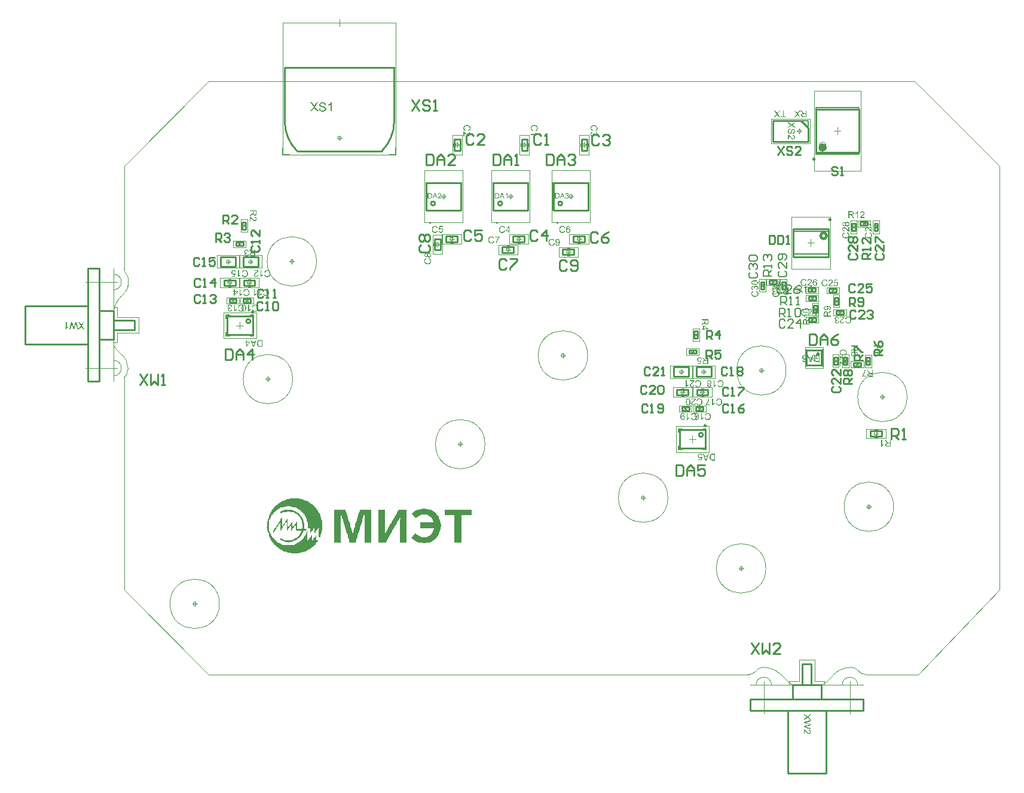
<source format=gto>
G04*
G04 #@! TF.GenerationSoftware,Altium Limited,Altium Designer,21.4.1 (30)*
G04*
G04 Layer_Color=65535*
%FSAX44Y44*%
%MOMM*%
G71*
G04*
G04 #@! TF.SameCoordinates,C65EE9AA-DAF9-495F-8E32-67F2E65A80B1*
G04*
G04*
G04 #@! TF.FilePolarity,Positive*
G04*
G01*
G75*
%ADD10C,0.6000*%
%ADD11C,0.2500*%
%ADD12C,0.1500*%
%ADD13C,0.1000*%
%ADD14C,0.2000*%
%ADD15C,0.2540*%
%ADD16C,0.0500*%
G36*
X00836374Y01015631D02*
X00836503D01*
X00836855Y01015594D01*
X00837244Y01015538D01*
X00837651Y01015446D01*
X00838095Y01015335D01*
X00838503Y01015187D01*
X00838521D01*
X00838558Y01015168D01*
X00838614Y01015131D01*
X00838688Y01015094D01*
X00838873Y01015002D01*
X00839114Y01014835D01*
X00839392Y01014650D01*
X00839669Y01014409D01*
X00839929Y01014131D01*
X00840169Y01013817D01*
Y01013798D01*
X00840188Y01013780D01*
X00840225Y01013724D01*
X00840262Y01013668D01*
X00840355Y01013483D01*
X00840466Y01013242D01*
X00840595Y01012946D01*
X00840688Y01012594D01*
X00840780Y01012224D01*
X00840817Y01011817D01*
X00839188Y01011687D01*
Y01011706D01*
Y01011743D01*
X00839169Y01011798D01*
X00839151Y01011891D01*
X00839095Y01012094D01*
X00839021Y01012372D01*
X00838910Y01012669D01*
X00838744Y01012965D01*
X00838540Y01013242D01*
X00838281Y01013502D01*
X00838244Y01013520D01*
X00838151Y01013594D01*
X00837966Y01013705D01*
X00837725Y01013817D01*
X00837410Y01013928D01*
X00837040Y01014039D01*
X00836577Y01014113D01*
X00836059Y01014131D01*
X00835799D01*
X00835688Y01014113D01*
X00835540Y01014094D01*
X00835207Y01014057D01*
X00834837Y01013983D01*
X00834466Y01013891D01*
X00834115Y01013742D01*
X00833966Y01013650D01*
X00833818Y01013557D01*
X00833781Y01013539D01*
X00833707Y01013465D01*
X00833596Y01013335D01*
X00833485Y01013187D01*
X00833355Y01012983D01*
X00833244Y01012761D01*
X00833170Y01012502D01*
X00833133Y01012206D01*
Y01012169D01*
Y01012094D01*
X00833152Y01011965D01*
X00833189Y01011817D01*
X00833244Y01011631D01*
X00833337Y01011446D01*
X00833448Y01011261D01*
X00833615Y01011076D01*
X00833633Y01011058D01*
X00833726Y01011002D01*
X00833800Y01010946D01*
X00833874Y01010909D01*
X00833985Y01010854D01*
X00834115Y01010780D01*
X00834281Y01010724D01*
X00834466Y01010650D01*
X00834670Y01010576D01*
X00834911Y01010483D01*
X00835170Y01010409D01*
X00835466Y01010317D01*
X00835799Y01010243D01*
X00836170Y01010150D01*
X00836188D01*
X00836262Y01010132D01*
X00836374Y01010113D01*
X00836503Y01010076D01*
X00836670Y01010039D01*
X00836873Y01009984D01*
X00837077Y01009928D01*
X00837299Y01009873D01*
X00837781Y01009743D01*
X00838244Y01009613D01*
X00838466Y01009539D01*
X00838670Y01009465D01*
X00838855Y01009409D01*
X00839003Y01009335D01*
X00839021D01*
X00839058Y01009317D01*
X00839114Y01009280D01*
X00839188Y01009243D01*
X00839392Y01009132D01*
X00839632Y01008984D01*
X00839910Y01008780D01*
X00840188Y01008558D01*
X00840447Y01008298D01*
X00840669Y01008021D01*
X00840688Y01007984D01*
X00840762Y01007891D01*
X00840836Y01007725D01*
X00840947Y01007502D01*
X00841040Y01007243D01*
X00841132Y01006928D01*
X00841188Y01006577D01*
X00841206Y01006206D01*
Y01006188D01*
Y01006169D01*
Y01006114D01*
Y01006040D01*
X00841169Y01005836D01*
X00841132Y01005577D01*
X00841058Y01005280D01*
X00840966Y01004966D01*
X00840817Y01004632D01*
X00840614Y01004280D01*
Y01004262D01*
X00840595Y01004243D01*
X00840503Y01004132D01*
X00840373Y01003966D01*
X00840188Y01003781D01*
X00839947Y01003558D01*
X00839651Y01003318D01*
X00839318Y01003095D01*
X00838929Y01002892D01*
X00838910D01*
X00838873Y01002873D01*
X00838818Y01002855D01*
X00838744Y01002818D01*
X00838633Y01002781D01*
X00838503Y01002725D01*
X00838207Y01002651D01*
X00837855Y01002558D01*
X00837429Y01002466D01*
X00836966Y01002410D01*
X00836466Y01002392D01*
X00836170D01*
X00836022Y01002410D01*
X00835855D01*
X00835670Y01002429D01*
X00835448Y01002447D01*
X00834985Y01002521D01*
X00834503Y01002595D01*
X00834022Y01002725D01*
X00833559Y01002892D01*
X00833540D01*
X00833503Y01002910D01*
X00833448Y01002947D01*
X00833374Y01002984D01*
X00833152Y01003095D01*
X00832892Y01003262D01*
X00832596Y01003484D01*
X00832281Y01003744D01*
X00831985Y01004058D01*
X00831707Y01004410D01*
Y01004429D01*
X00831670Y01004466D01*
X00831652Y01004521D01*
X00831596Y01004595D01*
X00831559Y01004688D01*
X00831504Y01004799D01*
X00831374Y01005077D01*
X00831244Y01005428D01*
X00831133Y01005817D01*
X00831059Y01006262D01*
X00831022Y01006725D01*
X00832615Y01006873D01*
Y01006854D01*
Y01006836D01*
X00832633Y01006780D01*
Y01006706D01*
X00832670Y01006540D01*
X00832726Y01006299D01*
X00832800Y01006058D01*
X00832874Y01005780D01*
X00833003Y01005521D01*
X00833133Y01005280D01*
X00833152Y01005262D01*
X00833207Y01005188D01*
X00833300Y01005058D01*
X00833448Y01004929D01*
X00833633Y01004762D01*
X00833837Y01004595D01*
X00834115Y01004429D01*
X00834411Y01004280D01*
X00834429D01*
X00834448Y01004262D01*
X00834503Y01004243D01*
X00834559Y01004225D01*
X00834744Y01004169D01*
X00834985Y01004095D01*
X00835281Y01004021D01*
X00835614Y01003966D01*
X00835985Y01003929D01*
X00836392Y01003910D01*
X00836559D01*
X00836744Y01003929D01*
X00836966Y01003947D01*
X00837225Y01003984D01*
X00837522Y01004021D01*
X00837818Y01004095D01*
X00838095Y01004188D01*
X00838133Y01004206D01*
X00838225Y01004243D01*
X00838355Y01004317D01*
X00838521Y01004391D01*
X00838688Y01004521D01*
X00838873Y01004651D01*
X00839058Y01004799D01*
X00839206Y01004984D01*
X00839225Y01005003D01*
X00839262Y01005077D01*
X00839318Y01005169D01*
X00839392Y01005317D01*
X00839466Y01005465D01*
X00839521Y01005651D01*
X00839558Y01005854D01*
X00839577Y01006077D01*
Y01006095D01*
Y01006188D01*
X00839558Y01006299D01*
X00839540Y01006447D01*
X00839484Y01006595D01*
X00839429Y01006780D01*
X00839336Y01006965D01*
X00839206Y01007132D01*
X00839188Y01007150D01*
X00839133Y01007206D01*
X00839058Y01007280D01*
X00838929Y01007391D01*
X00838781Y01007502D01*
X00838577Y01007632D01*
X00838336Y01007762D01*
X00838058Y01007873D01*
X00838040Y01007891D01*
X00837947Y01007910D01*
X00837799Y01007965D01*
X00837707Y01007984D01*
X00837577Y01008021D01*
X00837447Y01008076D01*
X00837281Y01008113D01*
X00837096Y01008169D01*
X00836873Y01008224D01*
X00836651Y01008280D01*
X00836392Y01008354D01*
X00836096Y01008428D01*
X00835781Y01008502D01*
X00835762D01*
X00835707Y01008521D01*
X00835614Y01008539D01*
X00835503Y01008576D01*
X00835355Y01008613D01*
X00835188Y01008650D01*
X00834818Y01008762D01*
X00834411Y01008891D01*
X00833985Y01009021D01*
X00833615Y01009150D01*
X00833448Y01009224D01*
X00833300Y01009298D01*
X00833281D01*
X00833263Y01009317D01*
X00833152Y01009391D01*
X00832985Y01009484D01*
X00832800Y01009632D01*
X00832578Y01009798D01*
X00832355Y01010002D01*
X00832133Y01010243D01*
X00831948Y01010502D01*
X00831929Y01010539D01*
X00831874Y01010632D01*
X00831800Y01010780D01*
X00831726Y01010965D01*
X00831652Y01011206D01*
X00831578Y01011483D01*
X00831522Y01011780D01*
X00831504Y01012094D01*
Y01012113D01*
Y01012132D01*
Y01012187D01*
Y01012261D01*
X00831541Y01012446D01*
X00831578Y01012687D01*
X00831633Y01012965D01*
X00831726Y01013279D01*
X00831855Y01013594D01*
X00832041Y01013909D01*
Y01013928D01*
X00832059Y01013946D01*
X00832152Y01014057D01*
X00832281Y01014205D01*
X00832448Y01014390D01*
X00832670Y01014594D01*
X00832948Y01014816D01*
X00833281Y01015020D01*
X00833652Y01015205D01*
X00833670D01*
X00833707Y01015224D01*
X00833763Y01015242D01*
X00833837Y01015279D01*
X00833929Y01015316D01*
X00834059Y01015353D01*
X00834337Y01015427D01*
X00834688Y01015501D01*
X00835096Y01015576D01*
X00835522Y01015631D01*
X00836003Y01015650D01*
X00836244D01*
X00836374Y01015631D01*
D02*
G37*
G36*
X00825282Y01009335D02*
X00830078Y01002614D01*
X00827986D01*
X00824745Y01007169D01*
X00824726Y01007188D01*
X00824689Y01007243D01*
X00824652Y01007317D01*
X00824578Y01007410D01*
X00824412Y01007669D01*
X00824227Y01007947D01*
X00824208Y01007928D01*
X00824153Y01007854D01*
X00824079Y01007743D01*
X00823986Y01007595D01*
X00823782Y01007299D01*
X00823690Y01007169D01*
X00823615Y01007058D01*
X00820375Y01002614D01*
X00818338D01*
X00823282Y01009243D01*
X00818912Y01015427D01*
X00820931D01*
X00823264Y01012132D01*
Y01012113D01*
X00823301Y01012094D01*
X00823338Y01012039D01*
X00823393Y01011965D01*
X00823504Y01011780D01*
X00823671Y01011557D01*
X00823838Y01011298D01*
X00824004Y01011039D01*
X00824153Y01010798D01*
X00824282Y01010576D01*
X00824301Y01010613D01*
X00824356Y01010687D01*
X00824449Y01010835D01*
X00824578Y01011021D01*
X00824726Y01011224D01*
X00824912Y01011483D01*
X00825097Y01011743D01*
X00825319Y01012020D01*
X00827874Y01015427D01*
X00829726D01*
X00825282Y01009335D01*
D02*
G37*
G36*
X00848817Y01002614D02*
X00847243D01*
Y01012631D01*
X00847224Y01012613D01*
X00847132Y01012539D01*
X00847020Y01012428D01*
X00846835Y01012298D01*
X00846632Y01012132D01*
X00846372Y01011946D01*
X00846076Y01011743D01*
X00845743Y01011539D01*
X00845724D01*
X00845706Y01011520D01*
X00845595Y01011446D01*
X00845410Y01011354D01*
X00845187Y01011243D01*
X00844928Y01011113D01*
X00844650Y01010983D01*
X00844373Y01010854D01*
X00844095Y01010743D01*
Y01012261D01*
X00844113D01*
X00844150Y01012298D01*
X00844224Y01012317D01*
X00844317Y01012372D01*
X00844428Y01012428D01*
X00844558Y01012502D01*
X00844873Y01012687D01*
X00845243Y01012891D01*
X00845613Y01013150D01*
X00846002Y01013446D01*
X00846391Y01013761D01*
X00846410Y01013780D01*
X00846428Y01013798D01*
X00846484Y01013854D01*
X00846558Y01013909D01*
X00846724Y01014094D01*
X00846946Y01014316D01*
X00847169Y01014576D01*
X00847409Y01014872D01*
X00847613Y01015168D01*
X00847798Y01015483D01*
X00848817D01*
Y01002614D01*
D02*
G37*
G36*
X01509115Y00999285D02*
X01512388Y00994653D01*
X01510877D01*
X01509129Y00997122D01*
Y00997135D01*
X01509102Y00997149D01*
X01509074Y00997191D01*
X01509032Y00997246D01*
X01508949Y00997385D01*
X01508824Y00997552D01*
X01508699Y00997746D01*
X01508575Y00997940D01*
X01508464Y00998120D01*
X01508367Y00998287D01*
X01508353Y00998259D01*
X01508311Y00998203D01*
X01508242Y00998092D01*
X01508145Y00997954D01*
X01508034Y00997801D01*
X01507895Y00997607D01*
X01507756Y00997413D01*
X01507590Y00997205D01*
X01505676Y00994653D01*
X01504289D01*
X01507618Y00999216D01*
X01504026Y01004250D01*
X01505593D01*
X01508020Y01000838D01*
X01508034Y01000825D01*
X01508062Y01000783D01*
X01508089Y01000727D01*
X01508145Y01000658D01*
X01508270Y01000464D01*
X01508408Y01000256D01*
X01508422Y01000270D01*
X01508464Y01000325D01*
X01508519Y01000408D01*
X01508589Y01000519D01*
X01508741Y01000741D01*
X01508810Y01000838D01*
X01508866Y01000922D01*
X01511293Y01004250D01*
X01512818D01*
X01509115Y00999285D01*
D02*
G37*
G36*
X01480782D02*
X01484055Y00994653D01*
X01482544D01*
X01480796Y00997122D01*
Y00997135D01*
X01480768Y00997149D01*
X01480741Y00997191D01*
X01480699Y00997246D01*
X01480616Y00997385D01*
X01480491Y00997552D01*
X01480366Y00997746D01*
X01480242Y00997940D01*
X01480130Y00998120D01*
X01480033Y00998287D01*
X01480020Y00998259D01*
X01479978Y00998203D01*
X01479909Y00998092D01*
X01479812Y00997954D01*
X01479701Y00997801D01*
X01479562Y00997607D01*
X01479423Y00997413D01*
X01479257Y00997205D01*
X01477343Y00994653D01*
X01475956D01*
X01479285Y00999216D01*
X01475693Y01004250D01*
X01477260D01*
X01479687Y01000838D01*
X01479701Y01000825D01*
X01479728Y01000783D01*
X01479756Y01000727D01*
X01479812Y01000658D01*
X01479936Y01000464D01*
X01480075Y01000256D01*
X01480089Y01000270D01*
X01480130Y01000325D01*
X01480186Y01000408D01*
X01480255Y01000519D01*
X01480408Y01000741D01*
X01480477Y01000838D01*
X01480533Y01000922D01*
X01482960Y01004250D01*
X01484485D01*
X01480782Y00999285D01*
D02*
G37*
G36*
X01521500Y00994653D02*
X01517048D01*
X01516937Y00994667D01*
X01516812D01*
X01516521Y00994681D01*
X01516216Y00994722D01*
X01515883Y00994764D01*
X01515578Y00994833D01*
X01515426Y00994875D01*
X01515301Y00994917D01*
X01515287D01*
X01515273Y00994930D01*
X01515190Y00994972D01*
X01515065Y00995027D01*
X01514913Y00995125D01*
X01514746Y00995249D01*
X01514566Y00995416D01*
X01514399Y00995610D01*
X01514233Y00995832D01*
Y00995846D01*
X01514219Y00995860D01*
X01514164Y00995943D01*
X01514108Y00996081D01*
X01514025Y00996262D01*
X01513956Y00996470D01*
X01513886Y00996720D01*
X01513845Y00996983D01*
X01513831Y00997274D01*
Y00997288D01*
Y00997316D01*
Y00997371D01*
X01513845Y00997441D01*
Y00997538D01*
X01513858Y00997635D01*
X01513914Y00997870D01*
X01513997Y00998148D01*
X01514108Y00998439D01*
X01514274Y00998730D01*
X01514386Y00998869D01*
X01514496Y00999008D01*
X01514510Y00999022D01*
X01514524Y00999035D01*
X01514566Y00999077D01*
X01514621Y00999119D01*
X01514691Y00999174D01*
X01514774Y00999230D01*
X01514885Y00999299D01*
X01514996Y00999382D01*
X01515134Y00999452D01*
X01515287Y00999521D01*
X01515453Y00999604D01*
X01515634Y00999673D01*
X01515842Y00999729D01*
X01516050Y00999798D01*
X01516285Y00999840D01*
X01516535Y00999882D01*
X01516507Y00999895D01*
X01516452Y00999923D01*
X01516369Y00999978D01*
X01516258Y01000034D01*
X01516008Y01000187D01*
X01515883Y01000284D01*
X01515772Y01000367D01*
X01515745Y01000395D01*
X01515675Y01000464D01*
X01515564Y01000575D01*
X01515426Y01000714D01*
X01515273Y01000908D01*
X01515093Y01001116D01*
X01514913Y01001365D01*
X01514718Y01001643D01*
X01513068Y01004250D01*
X01514649D01*
X01515911Y01002253D01*
Y01002239D01*
X01515939Y01002211D01*
X01515966Y01002170D01*
X01516008Y01002114D01*
X01516105Y01001962D01*
X01516230Y01001768D01*
X01516382Y01001560D01*
X01516535Y01001338D01*
X01516688Y01001130D01*
X01516826Y01000936D01*
X01516840Y01000922D01*
X01516882Y01000866D01*
X01516951Y01000783D01*
X01517048Y01000686D01*
X01517256Y01000478D01*
X01517367Y01000381D01*
X01517478Y01000297D01*
X01517492Y01000284D01*
X01517520Y01000270D01*
X01517575Y01000242D01*
X01517658Y01000200D01*
X01517742Y01000159D01*
X01517839Y01000117D01*
X01518061Y01000048D01*
X01518074D01*
X01518102Y01000034D01*
X01518158D01*
X01518227Y01000020D01*
X01518324Y01000006D01*
X01518435D01*
X01518588Y00999992D01*
X01520224D01*
Y01004250D01*
X01521500D01*
Y00994653D01*
D02*
G37*
G36*
X01489256Y00995790D02*
X01492418D01*
Y00994653D01*
X01484818D01*
Y00995790D01*
X01487980D01*
Y01004250D01*
X01489256D01*
Y00995790D01*
D02*
G37*
G36*
X01500365Y00984047D02*
X01504997Y00987320D01*
Y00985808D01*
X01502528Y00984061D01*
X01502514D01*
X01502501Y00984033D01*
X01502459Y00984006D01*
X01502404Y00983964D01*
X01502265Y00983881D01*
X01502098Y00983756D01*
X01501904Y00983631D01*
X01501710Y00983506D01*
X01501530Y00983395D01*
X01501363Y00983298D01*
X01501391Y00983284D01*
X01501447Y00983243D01*
X01501558Y00983173D01*
X01501696Y00983076D01*
X01501849Y00982965D01*
X01502043Y00982827D01*
X01502237Y00982688D01*
X01502445Y00982522D01*
X01504997Y00980608D01*
Y00979221D01*
X01500434Y00982549D01*
X01495400Y00978958D01*
Y00980525D01*
X01498812Y00982952D01*
X01498826Y00982965D01*
X01498867Y00982993D01*
X01498923Y00983021D01*
X01498992Y00983076D01*
X01499186Y00983201D01*
X01499394Y00983340D01*
X01499380Y00983354D01*
X01499325Y00983395D01*
X01499242Y00983451D01*
X01499131Y00983520D01*
X01498909Y00983673D01*
X01498812Y00983742D01*
X01498728Y00983798D01*
X01495400Y00986225D01*
Y00987750D01*
X01500365Y00984047D01*
D02*
G37*
G36*
X01136168Y00983269D02*
X01136306D01*
X01136445Y00983255D01*
X01136625Y00983241D01*
X01136805Y00983213D01*
X01137208Y00983144D01*
X01137651Y00983047D01*
X01138095Y00982908D01*
X01138525Y00982714D01*
X01138539Y00982700D01*
X01138581Y00982686D01*
X01138636Y00982658D01*
X01138705Y00982603D01*
X01138802Y00982548D01*
X01138913Y00982478D01*
X01139163Y00982298D01*
X01139440Y00982062D01*
X01139718Y00981785D01*
X01139995Y00981466D01*
X01140231Y00981091D01*
X01140245Y00981077D01*
X01140259Y00981036D01*
X01140286Y00980981D01*
X01140328Y00980911D01*
X01140370Y00980800D01*
X01140411Y00980689D01*
X01140467Y00980551D01*
X01140522Y00980398D01*
X01140578Y00980232D01*
X01140633Y00980051D01*
X01140716Y00979663D01*
X01140786Y00979219D01*
X01140813Y00978762D01*
Y00978623D01*
X01140799Y00978526D01*
X01140786Y00978401D01*
X01140772Y00978248D01*
X01140758Y00978096D01*
X01140716Y00977915D01*
X01140633Y00977541D01*
X01140508Y00977125D01*
X01140425Y00976917D01*
X01140328Y00976723D01*
X01140203Y00976529D01*
X01140078Y00976335D01*
X01140064Y00976321D01*
X01140051Y00976293D01*
X01140009Y00976237D01*
X01139940Y00976168D01*
X01139870Y00976099D01*
X01139773Y00976002D01*
X01139662Y00975905D01*
X01139551Y00975794D01*
X01139413Y00975683D01*
X01139246Y00975572D01*
X01139080Y00975447D01*
X01138900Y00975336D01*
X01138692Y00975239D01*
X01138484Y00975128D01*
X01138262Y00975045D01*
X01138012Y00974962D01*
X01137721Y00976210D01*
X01137735D01*
X01137762Y00976224D01*
X01137818Y00976251D01*
X01137887Y00976279D01*
X01137970Y00976307D01*
X01138081Y00976348D01*
X01138303Y00976459D01*
X01138553Y00976598D01*
X01138802Y00976765D01*
X01139038Y00976973D01*
X01139246Y00977194D01*
X01139274Y00977222D01*
X01139330Y00977305D01*
X01139399Y00977444D01*
X01139496Y00977624D01*
X01139579Y00977860D01*
X01139662Y00978124D01*
X01139718Y00978443D01*
X01139732Y00978789D01*
Y00978900D01*
X01139718Y00978969D01*
Y00979067D01*
X01139704Y00979178D01*
X01139662Y00979441D01*
X01139607Y00979732D01*
X01139510Y00980037D01*
X01139371Y00980356D01*
X01139191Y00980648D01*
Y00980661D01*
X01139163Y00980675D01*
X01139094Y00980772D01*
X01138983Y00980897D01*
X01138816Y00981050D01*
X01138608Y00981230D01*
X01138373Y00981396D01*
X01138081Y00981549D01*
X01137762Y00981688D01*
X01137748D01*
X01137721Y00981702D01*
X01137679Y00981715D01*
X01137610Y00981729D01*
X01137527Y00981757D01*
X01137430Y00981785D01*
X01137194Y00981826D01*
X01136916Y00981882D01*
X01136611Y00981937D01*
X01136278Y00981965D01*
X01135918Y00981979D01*
X01135904D01*
X01135862D01*
X01135793D01*
X01135710D01*
X01135613Y00981965D01*
X01135488D01*
X01135349Y00981951D01*
X01135197Y00981937D01*
X01134864Y00981896D01*
X01134503Y00981826D01*
X01134143Y00981743D01*
X01133782Y00981632D01*
X01133768D01*
X01133740Y00981618D01*
X01133699Y00981591D01*
X01133630Y00981563D01*
X01133463Y00981480D01*
X01133269Y00981355D01*
X01133047Y00981202D01*
X01132811Y00981008D01*
X01132603Y00980786D01*
X01132409Y00980523D01*
Y00980509D01*
X01132395Y00980481D01*
X01132368Y00980440D01*
X01132340Y00980384D01*
X01132312Y00980315D01*
X01132271Y00980232D01*
X01132187Y00980037D01*
X01132104Y00979788D01*
X01132035Y00979510D01*
X01131979Y00979205D01*
X01131965Y00978886D01*
Y00978789D01*
X01131979Y00978706D01*
Y00978609D01*
X01131993Y00978512D01*
X01132049Y00978262D01*
X01132118Y00977971D01*
X01132229Y00977680D01*
X01132381Y00977375D01*
X01132465Y00977222D01*
X01132576Y00977083D01*
X01132589Y00977070D01*
X01132603Y00977056D01*
X01132645Y00977014D01*
X01132686Y00976959D01*
X01132756Y00976903D01*
X01132839Y00976834D01*
X01132922Y00976751D01*
X01133033Y00976681D01*
X01133158Y00976598D01*
X01133297Y00976501D01*
X01133435Y00976418D01*
X01133602Y00976335D01*
X01133782Y00976265D01*
X01133976Y00976196D01*
X01134184Y00976126D01*
X01134406Y00976071D01*
X01134087Y00974795D01*
X01134073D01*
X01134018Y00974809D01*
X01133935Y00974837D01*
X01133824Y00974878D01*
X01133699Y00974920D01*
X01133546Y00974975D01*
X01133380Y00975045D01*
X01133200Y00975128D01*
X01132811Y00975322D01*
X01132423Y00975572D01*
X01132229Y00975724D01*
X01132035Y00975877D01*
X01131868Y00976043D01*
X01131702Y00976237D01*
X01131688Y00976251D01*
X01131660Y00976279D01*
X01131633Y00976348D01*
X01131577Y00976418D01*
X01131508Y00976529D01*
X01131438Y00976640D01*
X01131369Y00976792D01*
X01131300Y00976945D01*
X01131217Y00977125D01*
X01131147Y00977319D01*
X01131078Y00977527D01*
X01131009Y00977749D01*
X01130953Y00977985D01*
X01130925Y00978234D01*
X01130898Y00978498D01*
X01130884Y00978775D01*
Y00978928D01*
X01130898Y00979039D01*
Y00979164D01*
X01130911Y00979316D01*
X01130939Y00979483D01*
X01130967Y00979677D01*
X01131036Y00980079D01*
X01131147Y00980495D01*
X01131300Y00980911D01*
X01131397Y00981105D01*
X01131508Y00981299D01*
X01131522Y00981313D01*
X01131535Y00981341D01*
X01131577Y00981396D01*
X01131633Y00981452D01*
X01131688Y00981535D01*
X01131771Y00981632D01*
X01131868Y00981743D01*
X01131979Y00981854D01*
X01132104Y00981965D01*
X01132229Y00982090D01*
X01132548Y00982340D01*
X01132922Y00982575D01*
X01133338Y00982783D01*
X01133352D01*
X01133394Y00982811D01*
X01133463Y00982825D01*
X01133546Y00982867D01*
X01133657Y00982894D01*
X01133796Y00982936D01*
X01133949Y00982991D01*
X01134115Y00983033D01*
X01134295Y00983075D01*
X01134503Y00983130D01*
X01134933Y00983199D01*
X01135419Y00983255D01*
X01135918Y00983283D01*
X01135932D01*
X01135987D01*
X01136070D01*
X01136168Y00983269D01*
D02*
G37*
G36*
X01040867D02*
X01041006D01*
X01041145Y00983255D01*
X01041325Y00983241D01*
X01041505Y00983213D01*
X01041908Y00983144D01*
X01042351Y00983047D01*
X01042795Y00982908D01*
X01043225Y00982714D01*
X01043239Y00982700D01*
X01043281Y00982686D01*
X01043336Y00982658D01*
X01043405Y00982603D01*
X01043503Y00982548D01*
X01043613Y00982478D01*
X01043863Y00982298D01*
X01044140Y00982062D01*
X01044418Y00981785D01*
X01044695Y00981466D01*
X01044931Y00981091D01*
X01044945Y00981077D01*
X01044959Y00981036D01*
X01044986Y00980981D01*
X01045028Y00980911D01*
X01045070Y00980800D01*
X01045111Y00980689D01*
X01045167Y00980551D01*
X01045222Y00980398D01*
X01045278Y00980232D01*
X01045333Y00980051D01*
X01045416Y00979663D01*
X01045486Y00979219D01*
X01045513Y00978762D01*
Y00978623D01*
X01045499Y00978526D01*
X01045486Y00978401D01*
X01045472Y00978248D01*
X01045458Y00978096D01*
X01045416Y00977915D01*
X01045333Y00977541D01*
X01045208Y00977125D01*
X01045125Y00976917D01*
X01045028Y00976723D01*
X01044903Y00976529D01*
X01044778Y00976335D01*
X01044764Y00976321D01*
X01044751Y00976293D01*
X01044709Y00976237D01*
X01044640Y00976168D01*
X01044570Y00976099D01*
X01044473Y00976002D01*
X01044362Y00975905D01*
X01044251Y00975794D01*
X01044113Y00975683D01*
X01043946Y00975572D01*
X01043780Y00975447D01*
X01043600Y00975336D01*
X01043391Y00975239D01*
X01043184Y00975128D01*
X01042962Y00975045D01*
X01042712Y00974962D01*
X01042421Y00976210D01*
X01042435D01*
X01042462Y00976224D01*
X01042518Y00976251D01*
X01042587Y00976279D01*
X01042670Y00976307D01*
X01042781Y00976348D01*
X01043003Y00976459D01*
X01043253Y00976598D01*
X01043503Y00976765D01*
X01043738Y00976973D01*
X01043946Y00977194D01*
X01043974Y00977222D01*
X01044029Y00977305D01*
X01044099Y00977444D01*
X01044196Y00977624D01*
X01044279Y00977860D01*
X01044362Y00978124D01*
X01044418Y00978443D01*
X01044432Y00978789D01*
Y00978900D01*
X01044418Y00978969D01*
Y00979067D01*
X01044404Y00979178D01*
X01044362Y00979441D01*
X01044307Y00979732D01*
X01044210Y00980037D01*
X01044071Y00980356D01*
X01043891Y00980648D01*
Y00980661D01*
X01043863Y00980675D01*
X01043794Y00980772D01*
X01043683Y00980897D01*
X01043516Y00981050D01*
X01043308Y00981230D01*
X01043073Y00981396D01*
X01042781Y00981549D01*
X01042462Y00981688D01*
X01042449D01*
X01042421Y00981702D01*
X01042379Y00981715D01*
X01042310Y00981729D01*
X01042227Y00981757D01*
X01042130Y00981785D01*
X01041894Y00981826D01*
X01041616Y00981882D01*
X01041311Y00981937D01*
X01040978Y00981965D01*
X01040618Y00981979D01*
X01040604D01*
X01040562D01*
X01040493D01*
X01040410D01*
X01040313Y00981965D01*
X01040188D01*
X01040049Y00981951D01*
X01039897Y00981937D01*
X01039564Y00981896D01*
X01039203Y00981826D01*
X01038843Y00981743D01*
X01038482Y00981632D01*
X01038468D01*
X01038440Y00981618D01*
X01038399Y00981591D01*
X01038330Y00981563D01*
X01038163Y00981480D01*
X01037969Y00981355D01*
X01037747Y00981202D01*
X01037511Y00981008D01*
X01037303Y00980786D01*
X01037109Y00980523D01*
Y00980509D01*
X01037095Y00980481D01*
X01037067Y00980440D01*
X01037040Y00980384D01*
X01037012Y00980315D01*
X01036971Y00980232D01*
X01036887Y00980037D01*
X01036804Y00979788D01*
X01036735Y00979510D01*
X01036679Y00979205D01*
X01036665Y00978886D01*
Y00978789D01*
X01036679Y00978706D01*
Y00978609D01*
X01036693Y00978512D01*
X01036749Y00978262D01*
X01036818Y00977971D01*
X01036929Y00977680D01*
X01037081Y00977375D01*
X01037165Y00977222D01*
X01037276Y00977083D01*
X01037289Y00977070D01*
X01037303Y00977056D01*
X01037345Y00977014D01*
X01037386Y00976959D01*
X01037456Y00976903D01*
X01037539Y00976834D01*
X01037622Y00976751D01*
X01037733Y00976681D01*
X01037858Y00976598D01*
X01037997Y00976501D01*
X01038135Y00976418D01*
X01038302Y00976335D01*
X01038482Y00976265D01*
X01038676Y00976196D01*
X01038884Y00976126D01*
X01039106Y00976071D01*
X01038787Y00974795D01*
X01038773D01*
X01038718Y00974809D01*
X01038635Y00974837D01*
X01038524Y00974878D01*
X01038399Y00974920D01*
X01038246Y00974975D01*
X01038080Y00975045D01*
X01037900Y00975128D01*
X01037511Y00975322D01*
X01037123Y00975572D01*
X01036929Y00975724D01*
X01036735Y00975877D01*
X01036568Y00976043D01*
X01036402Y00976237D01*
X01036388Y00976251D01*
X01036360Y00976279D01*
X01036332Y00976348D01*
X01036277Y00976418D01*
X01036208Y00976529D01*
X01036138Y00976640D01*
X01036069Y00976792D01*
X01036000Y00976945D01*
X01035917Y00977125D01*
X01035847Y00977319D01*
X01035778Y00977527D01*
X01035708Y00977749D01*
X01035653Y00977985D01*
X01035625Y00978234D01*
X01035598Y00978498D01*
X01035584Y00978775D01*
Y00978928D01*
X01035598Y00979039D01*
Y00979164D01*
X01035611Y00979316D01*
X01035639Y00979483D01*
X01035667Y00979677D01*
X01035736Y00980079D01*
X01035847Y00980495D01*
X01036000Y00980911D01*
X01036097Y00981105D01*
X01036208Y00981299D01*
X01036222Y00981313D01*
X01036235Y00981341D01*
X01036277Y00981396D01*
X01036332Y00981452D01*
X01036388Y00981535D01*
X01036471Y00981632D01*
X01036568Y00981743D01*
X01036679Y00981854D01*
X01036804Y00981965D01*
X01036929Y00982090D01*
X01037248Y00982340D01*
X01037622Y00982575D01*
X01038038Y00982783D01*
X01038052D01*
X01038094Y00982811D01*
X01038163Y00982825D01*
X01038246Y00982867D01*
X01038357Y00982894D01*
X01038496Y00982936D01*
X01038649Y00982991D01*
X01038815Y00983033D01*
X01038995Y00983075D01*
X01039203Y00983130D01*
X01039633Y00983199D01*
X01040119Y00983255D01*
X01040618Y00983283D01*
X01040632D01*
X01040687D01*
X01040770D01*
X01040867Y00983269D01*
D02*
G37*
G36*
X01220892Y00983244D02*
X01221031D01*
X01221170Y00983230D01*
X01221350Y00983216D01*
X01221531Y00983188D01*
X01221933Y00983119D01*
X01222376Y00983022D01*
X01222820Y00982883D01*
X01223250Y00982689D01*
X01223264Y00982675D01*
X01223306Y00982661D01*
X01223361Y00982634D01*
X01223430Y00982578D01*
X01223528Y00982523D01*
X01223639Y00982453D01*
X01223888Y00982273D01*
X01224165Y00982037D01*
X01224443Y00981760D01*
X01224720Y00981441D01*
X01224956Y00981066D01*
X01224970Y00981052D01*
X01224984Y00981011D01*
X01225011Y00980955D01*
X01225053Y00980886D01*
X01225095Y00980775D01*
X01225136Y00980664D01*
X01225192Y00980526D01*
X01225247Y00980373D01*
X01225303Y00980207D01*
X01225358Y00980026D01*
X01225441Y00979638D01*
X01225511Y00979194D01*
X01225538Y00978736D01*
Y00978598D01*
X01225525Y00978501D01*
X01225511Y00978376D01*
X01225497Y00978223D01*
X01225483Y00978071D01*
X01225441Y00977890D01*
X01225358Y00977516D01*
X01225233Y00977100D01*
X01225150Y00976892D01*
X01225053Y00976698D01*
X01224928Y00976504D01*
X01224803Y00976310D01*
X01224790Y00976296D01*
X01224776Y00976268D01*
X01224734Y00976212D01*
X01224665Y00976143D01*
X01224595Y00976074D01*
X01224498Y00975977D01*
X01224387Y00975880D01*
X01224276Y00975769D01*
X01224138Y00975658D01*
X01223971Y00975547D01*
X01223805Y00975422D01*
X01223625Y00975311D01*
X01223417Y00975214D01*
X01223209Y00975103D01*
X01222987Y00975020D01*
X01222737Y00974937D01*
X01222446Y00976185D01*
X01222460D01*
X01222487Y00976199D01*
X01222543Y00976226D01*
X01222612Y00976254D01*
X01222695Y00976282D01*
X01222806Y00976323D01*
X01223028Y00976434D01*
X01223278Y00976573D01*
X01223528Y00976739D01*
X01223763Y00976947D01*
X01223971Y00977169D01*
X01223999Y00977197D01*
X01224054Y00977280D01*
X01224124Y00977419D01*
X01224221Y00977599D01*
X01224304Y00977835D01*
X01224387Y00978099D01*
X01224443Y00978418D01*
X01224457Y00978764D01*
Y00978875D01*
X01224443Y00978944D01*
Y00979042D01*
X01224429Y00979153D01*
X01224387Y00979416D01*
X01224332Y00979707D01*
X01224235Y00980012D01*
X01224096Y00980331D01*
X01223916Y00980623D01*
Y00980637D01*
X01223888Y00980650D01*
X01223819Y00980747D01*
X01223708Y00980872D01*
X01223541Y00981025D01*
X01223333Y00981205D01*
X01223098Y00981372D01*
X01222806Y00981524D01*
X01222487Y00981663D01*
X01222474D01*
X01222446Y00981677D01*
X01222404Y00981691D01*
X01222335Y00981704D01*
X01222252Y00981732D01*
X01222155Y00981760D01*
X01221919Y00981801D01*
X01221641Y00981857D01*
X01221336Y00981912D01*
X01221003Y00981940D01*
X01220643Y00981954D01*
X01220629D01*
X01220587D01*
X01220518D01*
X01220435D01*
X01220338Y00981940D01*
X01220213D01*
X01220074Y00981926D01*
X01219922Y00981912D01*
X01219589Y00981871D01*
X01219228Y00981801D01*
X01218868Y00981718D01*
X01218507Y00981607D01*
X01218493D01*
X01218466Y00981593D01*
X01218424Y00981566D01*
X01218355Y00981538D01*
X01218188Y00981455D01*
X01217994Y00981330D01*
X01217772Y00981177D01*
X01217536Y00980983D01*
X01217328Y00980761D01*
X01217134Y00980498D01*
Y00980484D01*
X01217120Y00980456D01*
X01217093Y00980415D01*
X01217065Y00980359D01*
X01217037Y00980290D01*
X01216995Y00980207D01*
X01216912Y00980012D01*
X01216829Y00979763D01*
X01216760Y00979485D01*
X01216704Y00979180D01*
X01216690Y00978861D01*
Y00978764D01*
X01216704Y00978681D01*
Y00978584D01*
X01216718Y00978487D01*
X01216774Y00978237D01*
X01216843Y00977946D01*
X01216954Y00977655D01*
X01217106Y00977350D01*
X01217190Y00977197D01*
X01217301Y00977058D01*
X01217315Y00977045D01*
X01217328Y00977031D01*
X01217370Y00976989D01*
X01217412Y00976934D01*
X01217481Y00976878D01*
X01217564Y00976809D01*
X01217647Y00976726D01*
X01217758Y00976656D01*
X01217883Y00976573D01*
X01218022Y00976476D01*
X01218160Y00976393D01*
X01218327Y00976310D01*
X01218507Y00976240D01*
X01218701Y00976171D01*
X01218909Y00976102D01*
X01219131Y00976046D01*
X01218812Y00974770D01*
X01218798D01*
X01218743Y00974784D01*
X01218660Y00974812D01*
X01218549Y00974853D01*
X01218424Y00974895D01*
X01218271Y00974950D01*
X01218105Y00975020D01*
X01217925Y00975103D01*
X01217536Y00975297D01*
X01217148Y00975547D01*
X01216954Y00975699D01*
X01216760Y00975852D01*
X01216593Y00976018D01*
X01216427Y00976212D01*
X01216413Y00976226D01*
X01216385Y00976254D01*
X01216358Y00976323D01*
X01216302Y00976393D01*
X01216233Y00976504D01*
X01216163Y00976615D01*
X01216094Y00976767D01*
X01216025Y00976920D01*
X01215941Y00977100D01*
X01215872Y00977294D01*
X01215803Y00977502D01*
X01215733Y00977724D01*
X01215678Y00977960D01*
X01215650Y00978210D01*
X01215622Y00978473D01*
X01215609Y00978750D01*
Y00978903D01*
X01215622Y00979014D01*
Y00979139D01*
X01215636Y00979291D01*
X01215664Y00979458D01*
X01215692Y00979652D01*
X01215761Y00980054D01*
X01215872Y00980470D01*
X01216025Y00980886D01*
X01216122Y00981080D01*
X01216233Y00981274D01*
X01216247Y00981288D01*
X01216261Y00981316D01*
X01216302Y00981372D01*
X01216358Y00981427D01*
X01216413Y00981510D01*
X01216496Y00981607D01*
X01216593Y00981718D01*
X01216704Y00981829D01*
X01216829Y00981940D01*
X01216954Y00982065D01*
X01217273Y00982315D01*
X01217647Y00982550D01*
X01218063Y00982758D01*
X01218077D01*
X01218119Y00982786D01*
X01218188Y00982800D01*
X01218271Y00982841D01*
X01218382Y00982869D01*
X01218521Y00982911D01*
X01218674Y00982966D01*
X01218840Y00983008D01*
X01219020Y00983050D01*
X01219228Y00983105D01*
X01219658Y00983174D01*
X01220144Y00983230D01*
X01220643Y00983258D01*
X01220657D01*
X01220712D01*
X01220796D01*
X01220892Y00983244D01*
D02*
G37*
G36*
X01498590Y00977057D02*
X01498576D01*
X01498562D01*
X01498520Y00977044D01*
X01498465D01*
X01498340Y00977016D01*
X01498160Y00976974D01*
X01497979Y00976919D01*
X01497771Y00976863D01*
X01497577Y00976766D01*
X01497397Y00976669D01*
X01497383Y00976655D01*
X01497328Y00976614D01*
X01497231Y00976544D01*
X01497134Y00976433D01*
X01497009Y00976295D01*
X01496884Y00976142D01*
X01496759Y00975934D01*
X01496648Y00975712D01*
Y00975698D01*
X01496634Y00975685D01*
X01496620Y00975643D01*
X01496607Y00975601D01*
X01496565Y00975463D01*
X01496510Y00975282D01*
X01496454Y00975060D01*
X01496412Y00974811D01*
X01496385Y00974533D01*
X01496371Y00974228D01*
Y00974103D01*
X01496385Y00973965D01*
X01496398Y00973798D01*
X01496426Y00973604D01*
X01496454Y00973382D01*
X01496510Y00973160D01*
X01496579Y00972952D01*
X01496593Y00972925D01*
X01496620Y00972855D01*
X01496676Y00972758D01*
X01496731Y00972634D01*
X01496828Y00972509D01*
X01496926Y00972370D01*
X01497036Y00972231D01*
X01497175Y00972120D01*
X01497189Y00972106D01*
X01497245Y00972079D01*
X01497314Y00972037D01*
X01497425Y00971982D01*
X01497536Y00971926D01*
X01497674Y00971885D01*
X01497827Y00971857D01*
X01497993Y00971843D01*
X01498007D01*
X01498077D01*
X01498160Y00971857D01*
X01498271Y00971871D01*
X01498382Y00971912D01*
X01498520Y00971954D01*
X01498659Y00972023D01*
X01498784Y00972120D01*
X01498798Y00972134D01*
X01498839Y00972176D01*
X01498895Y00972231D01*
X01498978Y00972328D01*
X01499061Y00972439D01*
X01499158Y00972592D01*
X01499255Y00972772D01*
X01499339Y00972980D01*
X01499353Y00972994D01*
X01499366Y00973063D01*
X01499408Y00973174D01*
X01499422Y00973244D01*
X01499450Y00973341D01*
X01499491Y00973438D01*
X01499519Y00973563D01*
X01499561Y00973701D01*
X01499602Y00973868D01*
X01499644Y00974034D01*
X01499699Y00974228D01*
X01499755Y00974450D01*
X01499810Y00974686D01*
Y00974700D01*
X01499824Y00974742D01*
X01499838Y00974811D01*
X01499866Y00974894D01*
X01499893Y00975005D01*
X01499921Y00975130D01*
X01500004Y00975407D01*
X01500101Y00975712D01*
X01500199Y00976031D01*
X01500296Y00976309D01*
X01500351Y00976433D01*
X01500406Y00976544D01*
Y00976558D01*
X01500420Y00976572D01*
X01500476Y00976655D01*
X01500545Y00976780D01*
X01500656Y00976919D01*
X01500781Y00977085D01*
X01500934Y00977252D01*
X01501114Y00977418D01*
X01501308Y00977557D01*
X01501336Y00977571D01*
X01501405Y00977612D01*
X01501516Y00977668D01*
X01501655Y00977723D01*
X01501835Y00977779D01*
X01502043Y00977834D01*
X01502265Y00977876D01*
X01502501Y00977890D01*
X01502514D01*
X01502528D01*
X01502570D01*
X01502625D01*
X01502764Y00977862D01*
X01502944Y00977834D01*
X01503152Y00977793D01*
X01503388Y00977723D01*
X01503624Y00977626D01*
X01503860Y00977487D01*
X01503874D01*
X01503887Y00977474D01*
X01503971Y00977404D01*
X01504082Y00977307D01*
X01504220Y00977182D01*
X01504373Y00977016D01*
X01504539Y00976808D01*
X01504692Y00976558D01*
X01504830Y00976281D01*
Y00976267D01*
X01504844Y00976239D01*
X01504858Y00976198D01*
X01504886Y00976142D01*
X01504914Y00976073D01*
X01504942Y00975976D01*
X01504997Y00975768D01*
X01505052Y00975504D01*
X01505108Y00975199D01*
X01505150Y00974880D01*
X01505163Y00974520D01*
Y00974339D01*
X01505150Y00974242D01*
Y00974145D01*
X01505122Y00973882D01*
X01505080Y00973590D01*
X01505011Y00973285D01*
X01504928Y00972952D01*
X01504817Y00972647D01*
Y00972634D01*
X01504803Y00972606D01*
X01504775Y00972564D01*
X01504747Y00972509D01*
X01504678Y00972370D01*
X01504553Y00972190D01*
X01504415Y00971982D01*
X01504234Y00971774D01*
X01504026Y00971580D01*
X01503790Y00971399D01*
X01503777D01*
X01503763Y00971385D01*
X01503721Y00971358D01*
X01503679Y00971330D01*
X01503541Y00971261D01*
X01503360Y00971177D01*
X01503139Y00971080D01*
X01502875Y00971011D01*
X01502598Y00970941D01*
X01502293Y00970914D01*
X01502195Y00972134D01*
X01502209D01*
X01502237D01*
X01502279Y00972148D01*
X01502348Y00972162D01*
X01502501Y00972204D01*
X01502709Y00972259D01*
X01502930Y00972342D01*
X01503152Y00972467D01*
X01503360Y00972620D01*
X01503555Y00972814D01*
X01503569Y00972841D01*
X01503624Y00972911D01*
X01503707Y00973049D01*
X01503790Y00973230D01*
X01503874Y00973466D01*
X01503957Y00973743D01*
X01504012Y00974090D01*
X01504026Y00974478D01*
Y00974672D01*
X01504012Y00974755D01*
X01503998Y00974866D01*
X01503971Y00975116D01*
X01503915Y00975393D01*
X01503846Y00975671D01*
X01503735Y00975934D01*
X01503666Y00976045D01*
X01503596Y00976156D01*
X01503582Y00976184D01*
X01503527Y00976239D01*
X01503430Y00976322D01*
X01503319Y00976406D01*
X01503166Y00976503D01*
X01503000Y00976586D01*
X01502806Y00976641D01*
X01502584Y00976669D01*
X01502556D01*
X01502501D01*
X01502404Y00976655D01*
X01502293Y00976628D01*
X01502154Y00976586D01*
X01502015Y00976517D01*
X01501877Y00976433D01*
X01501738Y00976309D01*
X01501724Y00976295D01*
X01501682Y00976225D01*
X01501641Y00976170D01*
X01501613Y00976114D01*
X01501571Y00976031D01*
X01501516Y00975934D01*
X01501474Y00975809D01*
X01501419Y00975671D01*
X01501363Y00975518D01*
X01501294Y00975338D01*
X01501239Y00975144D01*
X01501169Y00974922D01*
X01501114Y00974672D01*
X01501044Y00974395D01*
Y00974381D01*
X01501031Y00974325D01*
X01501017Y00974242D01*
X01500989Y00974145D01*
X01500961Y00974020D01*
X01500920Y00973868D01*
X01500878Y00973715D01*
X01500836Y00973549D01*
X01500739Y00973188D01*
X01500642Y00972841D01*
X01500587Y00972675D01*
X01500531Y00972523D01*
X01500490Y00972384D01*
X01500434Y00972273D01*
Y00972259D01*
X01500420Y00972231D01*
X01500393Y00972190D01*
X01500365Y00972134D01*
X01500282Y00971982D01*
X01500171Y00971801D01*
X01500018Y00971593D01*
X01499852Y00971385D01*
X01499658Y00971191D01*
X01499450Y00971025D01*
X01499422Y00971011D01*
X01499353Y00970955D01*
X01499228Y00970900D01*
X01499061Y00970817D01*
X01498867Y00970747D01*
X01498631Y00970678D01*
X01498368Y00970636D01*
X01498091Y00970622D01*
X01498077D01*
X01498063D01*
X01498021D01*
X01497966D01*
X01497813Y00970650D01*
X01497619Y00970678D01*
X01497397Y00970733D01*
X01497161Y00970803D01*
X01496912Y00970914D01*
X01496648Y00971066D01*
X01496634D01*
X01496620Y00971080D01*
X01496537Y00971150D01*
X01496412Y00971247D01*
X01496274Y00971385D01*
X01496107Y00971566D01*
X01495927Y00971787D01*
X01495761Y00972037D01*
X01495608Y00972328D01*
Y00972342D01*
X01495594Y00972370D01*
X01495580Y00972412D01*
X01495553Y00972467D01*
X01495525Y00972550D01*
X01495483Y00972647D01*
X01495428Y00972869D01*
X01495358Y00973133D01*
X01495289Y00973452D01*
X01495247Y00973798D01*
X01495234Y00974173D01*
Y00974395D01*
X01495247Y00974506D01*
Y00974631D01*
X01495261Y00974769D01*
X01495275Y00974936D01*
X01495331Y00975282D01*
X01495386Y00975643D01*
X01495483Y00976003D01*
X01495608Y00976350D01*
Y00976364D01*
X01495622Y00976392D01*
X01495650Y00976433D01*
X01495677Y00976489D01*
X01495761Y00976655D01*
X01495885Y00976850D01*
X01496052Y00977071D01*
X01496246Y00977307D01*
X01496482Y00977529D01*
X01496745Y00977737D01*
X01496759D01*
X01496787Y00977765D01*
X01496828Y00977779D01*
X01496884Y00977820D01*
X01496953Y00977848D01*
X01497036Y00977890D01*
X01497245Y00977987D01*
X01497508Y00978084D01*
X01497799Y00978167D01*
X01498132Y00978222D01*
X01498479Y00978250D01*
X01498590Y00977057D01*
D02*
G37*
G36*
X01138276Y00972798D02*
X01138303Y00972770D01*
X01138317Y00972715D01*
X01138359Y00972646D01*
X01138400Y00972562D01*
X01138456Y00972465D01*
X01138595Y00972230D01*
X01138747Y00971952D01*
X01138941Y00971675D01*
X01139163Y00971384D01*
X01139399Y00971092D01*
X01139413Y00971078D01*
X01139427Y00971065D01*
X01139468Y00971023D01*
X01139510Y00970967D01*
X01139649Y00970843D01*
X01139815Y00970676D01*
X01140009Y00970510D01*
X01140231Y00970330D01*
X01140453Y00970177D01*
X01140689Y00970038D01*
Y00969276D01*
X01131050D01*
Y00970454D01*
X01138553D01*
X01138539Y00970468D01*
X01138484Y00970538D01*
X01138400Y00970621D01*
X01138303Y00970760D01*
X01138178Y00970912D01*
X01138040Y00971106D01*
X01137887Y00971328D01*
X01137735Y00971578D01*
Y00971592D01*
X01137721Y00971605D01*
X01137665Y00971689D01*
X01137596Y00971827D01*
X01137513Y00971994D01*
X01137416Y00972188D01*
X01137319Y00972396D01*
X01137222Y00972604D01*
X01137138Y00972812D01*
X01138276D01*
Y00972798D01*
D02*
G37*
G36*
X01218466Y00972496D02*
X01218452D01*
X01218424Y00972482D01*
X01218369Y00972468D01*
X01218299Y00972454D01*
X01218216Y00972440D01*
X01218119Y00972412D01*
X01217911Y00972343D01*
X01217661Y00972246D01*
X01217425Y00972121D01*
X01217204Y00971983D01*
X01217009Y00971816D01*
X01216995Y00971788D01*
X01216940Y00971733D01*
X01216871Y00971622D01*
X01216801Y00971483D01*
X01216718Y00971317D01*
X01216649Y00971109D01*
X01216593Y00970873D01*
X01216580Y00970623D01*
Y00970540D01*
X01216593Y00970485D01*
X01216607Y00970332D01*
X01216649Y00970138D01*
X01216718Y00969916D01*
X01216815Y00969680D01*
X01216954Y00969445D01*
X01217148Y00969223D01*
X01217176Y00969195D01*
X01217259Y00969126D01*
X01217384Y00969043D01*
X01217550Y00968932D01*
X01217758Y00968821D01*
X01217994Y00968737D01*
X01218271Y00968668D01*
X01218577Y00968640D01*
X01218590D01*
X01218618D01*
X01218660D01*
X01218715Y00968654D01*
X01218868Y00968668D01*
X01219048Y00968710D01*
X01219270Y00968765D01*
X01219492Y00968862D01*
X01219714Y00969001D01*
X01219922Y00969181D01*
X01219949Y00969209D01*
X01220005Y00969278D01*
X01220088Y00969389D01*
X01220185Y00969542D01*
X01220282Y00969736D01*
X01220366Y00969972D01*
X01220421Y00970235D01*
X01220449Y00970526D01*
Y00970651D01*
X01220435Y00970748D01*
X01220421Y00970873D01*
X01220393Y00971012D01*
X01220366Y00971178D01*
X01220324Y00971358D01*
X01221364Y00971220D01*
Y00971151D01*
X01221350Y00971095D01*
Y00970915D01*
X01221378Y00970762D01*
X01221406Y00970582D01*
X01221447Y00970374D01*
X01221517Y00970138D01*
X01221614Y00969916D01*
X01221739Y00969680D01*
Y00969667D01*
X01221752Y00969653D01*
X01221808Y00969583D01*
X01221905Y00969486D01*
X01222030Y00969375D01*
X01222210Y00969264D01*
X01222418Y00969167D01*
X01222654Y00969098D01*
X01222793Y00969070D01*
X01222945D01*
X01222959D01*
X01222973D01*
X01223056D01*
X01223167Y00969098D01*
X01223319Y00969126D01*
X01223486Y00969181D01*
X01223666Y00969250D01*
X01223847Y00969361D01*
X01224013Y00969514D01*
X01224027Y00969528D01*
X01224082Y00969597D01*
X01224152Y00969694D01*
X01224235Y00969819D01*
X01224304Y00969986D01*
X01224373Y00970180D01*
X01224429Y00970402D01*
X01224443Y00970651D01*
Y00970762D01*
X01224415Y00970887D01*
X01224387Y00971053D01*
X01224332Y00971234D01*
X01224263Y00971414D01*
X01224152Y00971608D01*
X01224013Y00971788D01*
X01223999Y00971802D01*
X01223930Y00971858D01*
X01223833Y00971941D01*
X01223694Y00972038D01*
X01223514Y00972135D01*
X01223292Y00972232D01*
X01223028Y00972315D01*
X01222723Y00972371D01*
X01222931Y00973550D01*
X01222945D01*
X01222987Y00973536D01*
X01223042Y00973522D01*
X01223125Y00973508D01*
X01223222Y00973480D01*
X01223333Y00973439D01*
X01223597Y00973356D01*
X01223902Y00973217D01*
X01224207Y00973051D01*
X01224498Y00972842D01*
X01224762Y00972579D01*
X01224776Y00972565D01*
X01224790Y00972537D01*
X01224817Y00972496D01*
X01224859Y00972440D01*
X01224914Y00972371D01*
X01224970Y00972274D01*
X01225025Y00972177D01*
X01225095Y00972052D01*
X01225206Y00971775D01*
X01225316Y00971456D01*
X01225386Y00971081D01*
X01225414Y00970887D01*
Y00970540D01*
X01225400Y00970388D01*
X01225372Y00970207D01*
X01225330Y00969986D01*
X01225261Y00969736D01*
X01225178Y00969486D01*
X01225067Y00969237D01*
Y00969223D01*
X01225053Y00969209D01*
X01225011Y00969126D01*
X01224928Y00969001D01*
X01224831Y00968862D01*
X01224693Y00968696D01*
X01224540Y00968529D01*
X01224360Y00968363D01*
X01224152Y00968224D01*
X01224124Y00968210D01*
X01224054Y00968169D01*
X01223930Y00968113D01*
X01223777Y00968044D01*
X01223597Y00967975D01*
X01223389Y00967919D01*
X01223153Y00967878D01*
X01222917Y00967864D01*
X01222890D01*
X01222806D01*
X01222695Y00967878D01*
X01222543Y00967905D01*
X01222363Y00967947D01*
X01222168Y00968016D01*
X01221974Y00968099D01*
X01221780Y00968210D01*
X01221752Y00968224D01*
X01221697Y00968266D01*
X01221600Y00968349D01*
X01221489Y00968460D01*
X01221364Y00968599D01*
X01221225Y00968765D01*
X01221101Y00968959D01*
X01220976Y00969195D01*
Y00969181D01*
X01220962Y00969153D01*
X01220948Y00969112D01*
X01220934Y00969056D01*
X01220879Y00968904D01*
X01220796Y00968710D01*
X01220685Y00968488D01*
X01220546Y00968266D01*
X01220366Y00968058D01*
X01220157Y00967864D01*
X01220130Y00967850D01*
X01220047Y00967794D01*
X01219908Y00967711D01*
X01219728Y00967628D01*
X01219506Y00967545D01*
X01219242Y00967461D01*
X01218937Y00967406D01*
X01218604Y00967392D01*
X01218590D01*
X01218549D01*
X01218479D01*
X01218396Y00967406D01*
X01218285Y00967420D01*
X01218160Y00967448D01*
X01218022Y00967475D01*
X01217869Y00967503D01*
X01217536Y00967614D01*
X01217356Y00967697D01*
X01217190Y00967781D01*
X01217009Y00967891D01*
X01216829Y00968016D01*
X01216649Y00968155D01*
X01216482Y00968321D01*
X01216469Y00968335D01*
X01216441Y00968363D01*
X01216399Y00968418D01*
X01216344Y00968488D01*
X01216274Y00968571D01*
X01216205Y00968682D01*
X01216122Y00968807D01*
X01216052Y00968959D01*
X01215969Y00969112D01*
X01215886Y00969292D01*
X01215817Y00969472D01*
X01215747Y00969680D01*
X01215692Y00969902D01*
X01215650Y00970138D01*
X01215622Y00970374D01*
X01215609Y00970637D01*
Y00970762D01*
X01215622Y00970845D01*
X01215636Y00970956D01*
X01215650Y00971081D01*
X01215678Y00971220D01*
X01215706Y00971372D01*
X01215789Y00971705D01*
X01215928Y00972052D01*
X01216011Y00972232D01*
X01216108Y00972399D01*
X01216233Y00972565D01*
X01216358Y00972731D01*
X01216371Y00972745D01*
X01216399Y00972773D01*
X01216441Y00972815D01*
X01216496Y00972856D01*
X01216566Y00972926D01*
X01216663Y00972995D01*
X01216760Y00973078D01*
X01216885Y00973161D01*
X01217023Y00973245D01*
X01217162Y00973328D01*
X01217495Y00973480D01*
X01217883Y00973605D01*
X01218091Y00973647D01*
X01218313Y00973674D01*
X01218466Y00972496D01*
D02*
G37*
G36*
X01036013Y00973866D02*
X01036138Y00973852D01*
X01036277Y00973824D01*
X01036416Y00973797D01*
X01036568Y00973741D01*
X01036582D01*
X01036596Y00973727D01*
X01036679Y00973700D01*
X01036804Y00973644D01*
X01036971Y00973561D01*
X01037165Y00973450D01*
X01037386Y00973311D01*
X01037608Y00973159D01*
X01037844Y00972964D01*
X01037858D01*
X01037872Y00972937D01*
X01037955Y00972867D01*
X01038080Y00972743D01*
X01038260Y00972562D01*
X01038468Y00972354D01*
X01038718Y00972091D01*
X01038995Y00971772D01*
X01039286Y00971425D01*
X01039300Y00971411D01*
X01039342Y00971356D01*
X01039411Y00971273D01*
X01039494Y00971176D01*
X01039605Y00971051D01*
X01039730Y00970898D01*
X01039869Y00970746D01*
X01040022Y00970565D01*
X01040354Y00970219D01*
X01040687Y00969872D01*
X01040854Y00969706D01*
X01041020Y00969553D01*
X01041173Y00969414D01*
X01041325Y00969303D01*
X01041339D01*
X01041353Y00969276D01*
X01041395Y00969248D01*
X01041450Y00969220D01*
X01041602Y00969123D01*
X01041783Y00969012D01*
X01042005Y00968915D01*
X01042241Y00968818D01*
X01042504Y00968762D01*
X01042754Y00968735D01*
X01042767D01*
X01042781D01*
X01042865Y00968748D01*
X01043003Y00968762D01*
X01043156Y00968804D01*
X01043350Y00968859D01*
X01043544Y00968957D01*
X01043738Y00969081D01*
X01043932Y00969248D01*
X01043960Y00969276D01*
X01044016Y00969345D01*
X01044085Y00969442D01*
X01044182Y00969594D01*
X01044265Y00969789D01*
X01044349Y00970011D01*
X01044404Y00970274D01*
X01044418Y00970565D01*
Y00970648D01*
X01044404Y00970704D01*
X01044390Y00970870D01*
X01044349Y00971065D01*
X01044293Y00971273D01*
X01044196Y00971508D01*
X01044071Y00971730D01*
X01043905Y00971938D01*
X01043877Y00971966D01*
X01043808Y00972021D01*
X01043697Y00972105D01*
X01043530Y00972188D01*
X01043336Y00972285D01*
X01043086Y00972368D01*
X01042809Y00972424D01*
X01042490Y00972451D01*
X01042615Y00973658D01*
X01042629D01*
X01042670Y00973644D01*
X01042740D01*
X01042837Y00973630D01*
X01042948Y00973603D01*
X01043073Y00973575D01*
X01043225Y00973533D01*
X01043378Y00973492D01*
X01043710Y00973381D01*
X01044043Y00973214D01*
X01044210Y00973117D01*
X01044376Y00972992D01*
X01044529Y00972867D01*
X01044667Y00972729D01*
X01044681Y00972715D01*
X01044695Y00972687D01*
X01044737Y00972646D01*
X01044778Y00972576D01*
X01044834Y00972493D01*
X01044889Y00972396D01*
X01044959Y00972285D01*
X01045028Y00972146D01*
X01045097Y00971994D01*
X01045167Y00971827D01*
X01045222Y00971647D01*
X01045278Y00971453D01*
X01045319Y00971245D01*
X01045361Y00971023D01*
X01045375Y00970787D01*
X01045389Y00970538D01*
Y00970399D01*
X01045375Y00970302D01*
X01045361Y00970191D01*
X01045347Y00970052D01*
X01045319Y00969900D01*
X01045292Y00969747D01*
X01045194Y00969387D01*
X01045056Y00969026D01*
X01044973Y00968846D01*
X01044875Y00968665D01*
X01044751Y00968499D01*
X01044612Y00968346D01*
X01044598Y00968333D01*
X01044584Y00968305D01*
X01044529Y00968277D01*
X01044473Y00968222D01*
X01044404Y00968152D01*
X01044307Y00968083D01*
X01044210Y00968014D01*
X01044085Y00967930D01*
X01043821Y00967792D01*
X01043489Y00967653D01*
X01043322Y00967598D01*
X01043128Y00967570D01*
X01042934Y00967542D01*
X01042726Y00967528D01*
X01042698D01*
X01042629D01*
X01042518Y00967542D01*
X01042365Y00967556D01*
X01042199Y00967584D01*
X01042005Y00967639D01*
X01041797Y00967694D01*
X01041589Y00967778D01*
X01041561Y00967792D01*
X01041492Y00967819D01*
X01041381Y00967875D01*
X01041228Y00967958D01*
X01041062Y00968069D01*
X01040854Y00968208D01*
X01040646Y00968374D01*
X01040410Y00968568D01*
X01040382Y00968596D01*
X01040299Y00968665D01*
X01040229Y00968735D01*
X01040160Y00968804D01*
X01040077Y00968887D01*
X01039966Y00968998D01*
X01039855Y00969109D01*
X01039730Y00969248D01*
X01039592Y00969387D01*
X01039439Y00969553D01*
X01039286Y00969733D01*
X01039106Y00969927D01*
X01038926Y00970149D01*
X01038732Y00970371D01*
X01038718Y00970385D01*
X01038690Y00970413D01*
X01038649Y00970468D01*
X01038593Y00970538D01*
X01038510Y00970621D01*
X01038427Y00970718D01*
X01038246Y00970940D01*
X01038038Y00971176D01*
X01037830Y00971397D01*
X01037650Y00971592D01*
X01037581Y00971675D01*
X01037511Y00971744D01*
X01037497Y00971758D01*
X01037456Y00971800D01*
X01037400Y00971855D01*
X01037317Y00971924D01*
X01037220Y00971994D01*
X01037123Y00972077D01*
X01036887Y00972243D01*
Y00967514D01*
X01035750D01*
Y00973880D01*
X01035764D01*
X01035819D01*
X01035903D01*
X01036013Y00973866D01*
D02*
G37*
G36*
X01495663Y00969513D02*
X01495788Y00969499D01*
X01495927Y00969472D01*
X01496066Y00969444D01*
X01496218Y00969388D01*
X01496232D01*
X01496246Y00969374D01*
X01496329Y00969347D01*
X01496454Y00969291D01*
X01496620Y00969208D01*
X01496815Y00969097D01*
X01497036Y00968958D01*
X01497258Y00968806D01*
X01497494Y00968612D01*
X01497508D01*
X01497522Y00968584D01*
X01497605Y00968514D01*
X01497730Y00968390D01*
X01497910Y00968209D01*
X01498118Y00968001D01*
X01498368Y00967738D01*
X01498645Y00967419D01*
X01498936Y00967072D01*
X01498950Y00967058D01*
X01498992Y00967003D01*
X01499061Y00966920D01*
X01499144Y00966823D01*
X01499255Y00966698D01*
X01499380Y00966545D01*
X01499519Y00966393D01*
X01499671Y00966212D01*
X01500004Y00965866D01*
X01500337Y00965519D01*
X01500504Y00965353D01*
X01500670Y00965200D01*
X01500823Y00965061D01*
X01500975Y00964950D01*
X01500989D01*
X01501003Y00964923D01*
X01501044Y00964895D01*
X01501100Y00964867D01*
X01501252Y00964770D01*
X01501433Y00964659D01*
X01501655Y00964562D01*
X01501890Y00964465D01*
X01502154Y00964409D01*
X01502404Y00964382D01*
X01502417D01*
X01502431D01*
X01502514Y00964396D01*
X01502653Y00964409D01*
X01502806Y00964451D01*
X01503000Y00964507D01*
X01503194Y00964604D01*
X01503388Y00964728D01*
X01503582Y00964895D01*
X01503610Y00964923D01*
X01503666Y00964992D01*
X01503735Y00965089D01*
X01503832Y00965242D01*
X01503915Y00965436D01*
X01503998Y00965658D01*
X01504054Y00965921D01*
X01504068Y00966212D01*
Y00966296D01*
X01504054Y00966351D01*
X01504040Y00966517D01*
X01503998Y00966712D01*
X01503943Y00966920D01*
X01503846Y00967155D01*
X01503721Y00967377D01*
X01503555Y00967585D01*
X01503527Y00967613D01*
X01503457Y00967669D01*
X01503347Y00967752D01*
X01503180Y00967835D01*
X01502986Y00967932D01*
X01502736Y00968015D01*
X01502459Y00968071D01*
X01502140Y00968099D01*
X01502265Y00969305D01*
X01502279D01*
X01502320Y00969291D01*
X01502390D01*
X01502487Y00969277D01*
X01502598Y00969250D01*
X01502722Y00969222D01*
X01502875Y00969180D01*
X01503028Y00969139D01*
X01503360Y00969028D01*
X01503693Y00968861D01*
X01503860Y00968764D01*
X01504026Y00968639D01*
X01504179Y00968514D01*
X01504317Y00968376D01*
X01504331Y00968362D01*
X01504345Y00968334D01*
X01504387Y00968293D01*
X01504428Y00968223D01*
X01504484Y00968140D01*
X01504539Y00968043D01*
X01504609Y00967932D01*
X01504678Y00967793D01*
X01504747Y00967641D01*
X01504817Y00967474D01*
X01504872Y00967294D01*
X01504928Y00967100D01*
X01504969Y00966892D01*
X01505011Y00966670D01*
X01505025Y00966434D01*
X01505038Y00966185D01*
Y00966046D01*
X01505025Y00965949D01*
X01505011Y00965838D01*
X01504997Y00965699D01*
X01504969Y00965547D01*
X01504942Y00965394D01*
X01504844Y00965034D01*
X01504706Y00964673D01*
X01504622Y00964493D01*
X01504525Y00964312D01*
X01504401Y00964146D01*
X01504262Y00963993D01*
X01504248Y00963980D01*
X01504234Y00963952D01*
X01504179Y00963924D01*
X01504123Y00963869D01*
X01504054Y00963799D01*
X01503957Y00963730D01*
X01503860Y00963661D01*
X01503735Y00963577D01*
X01503471Y00963439D01*
X01503139Y00963300D01*
X01502972Y00963245D01*
X01502778Y00963217D01*
X01502584Y00963189D01*
X01502376Y00963175D01*
X01502348D01*
X01502279D01*
X01502168Y00963189D01*
X01502015Y00963203D01*
X01501849Y00963231D01*
X01501655Y00963286D01*
X01501447Y00963342D01*
X01501239Y00963425D01*
X01501211Y00963439D01*
X01501142Y00963466D01*
X01501031Y00963522D01*
X01500878Y00963605D01*
X01500712Y00963716D01*
X01500504Y00963855D01*
X01500296Y00964021D01*
X01500060Y00964215D01*
X01500032Y00964243D01*
X01499949Y00964312D01*
X01499879Y00964382D01*
X01499810Y00964451D01*
X01499727Y00964534D01*
X01499616Y00964645D01*
X01499505Y00964756D01*
X01499380Y00964895D01*
X01499242Y00965034D01*
X01499089Y00965200D01*
X01498936Y00965380D01*
X01498756Y00965574D01*
X01498576Y00965796D01*
X01498382Y00966018D01*
X01498368Y00966032D01*
X01498340Y00966060D01*
X01498298Y00966115D01*
X01498243Y00966185D01*
X01498160Y00966268D01*
X01498077Y00966365D01*
X01497896Y00966587D01*
X01497688Y00966823D01*
X01497480Y00967045D01*
X01497300Y00967239D01*
X01497231Y00967322D01*
X01497161Y00967391D01*
X01497147Y00967405D01*
X01497106Y00967447D01*
X01497050Y00967502D01*
X01496967Y00967571D01*
X01496870Y00967641D01*
X01496773Y00967724D01*
X01496537Y00967890D01*
Y00963161D01*
X01495400D01*
Y00969527D01*
X01495414D01*
X01495469D01*
X01495553D01*
X01495663Y00969513D01*
D02*
G37*
G36*
X01182382Y00886982D02*
X01182526Y00886960D01*
X01182703Y00886926D01*
X01182903Y00886871D01*
X01183103Y00886804D01*
X01183303Y00886715D01*
X01183314D01*
X01183325Y00886704D01*
X01183391Y00886671D01*
X01183491Y00886604D01*
X01183602Y00886527D01*
X01183736Y00886416D01*
X01183869Y00886293D01*
X01184002Y00886149D01*
X01184113Y00885983D01*
X01184124Y00885960D01*
X01184157Y00885905D01*
X01184202Y00885805D01*
X01184257Y00885683D01*
X01184313Y00885539D01*
X01184357Y00885372D01*
X01184390Y00885183D01*
X01184402Y00884995D01*
Y00884973D01*
Y00884906D01*
X01184390Y00884817D01*
X01184368Y00884695D01*
X01184335Y00884551D01*
X01184279Y00884395D01*
X01184213Y00884240D01*
X01184124Y00884085D01*
X01184113Y00884062D01*
X01184080Y00884018D01*
X01184013Y00883940D01*
X01183924Y00883851D01*
X01183813Y00883752D01*
X01183680Y00883641D01*
X01183525Y00883541D01*
X01183336Y00883441D01*
X01183347D01*
X01183369Y00883430D01*
X01183403Y00883419D01*
X01183447Y00883408D01*
X01183569Y00883363D01*
X01183725Y00883297D01*
X01183902Y00883208D01*
X01184080Y00883097D01*
X01184246Y00882952D01*
X01184402Y00882786D01*
X01184413Y00882764D01*
X01184457Y00882697D01*
X01184524Y00882586D01*
X01184590Y00882442D01*
X01184657Y00882264D01*
X01184724Y00882053D01*
X01184768Y00881809D01*
X01184779Y00881543D01*
Y00881532D01*
Y00881498D01*
Y00881443D01*
X01184768Y00881376D01*
X01184757Y00881288D01*
X01184735Y00881188D01*
X01184712Y00881077D01*
X01184690Y00880955D01*
X01184601Y00880688D01*
X01184535Y00880544D01*
X01184468Y00880411D01*
X01184379Y00880266D01*
X01184279Y00880122D01*
X01184168Y00879978D01*
X01184035Y00879845D01*
X01184024Y00879833D01*
X01184002Y00879811D01*
X01183958Y00879778D01*
X01183902Y00879734D01*
X01183836Y00879678D01*
X01183747Y00879622D01*
X01183647Y00879556D01*
X01183525Y00879500D01*
X01183403Y00879434D01*
X01183258Y00879367D01*
X01183114Y00879312D01*
X01182947Y00879256D01*
X01182770Y00879212D01*
X01182581Y00879178D01*
X01182393Y00879156D01*
X01182182Y00879145D01*
X01182082D01*
X01182015Y00879156D01*
X01181926Y00879167D01*
X01181826Y00879178D01*
X01181715Y00879201D01*
X01181593Y00879223D01*
X01181327Y00879289D01*
X01181049Y00879400D01*
X01180905Y00879467D01*
X01180772Y00879545D01*
X01180639Y00879645D01*
X01180506Y00879745D01*
X01180495Y00879756D01*
X01180472Y00879778D01*
X01180439Y00879811D01*
X01180406Y00879856D01*
X01180350Y00879911D01*
X01180295Y00879989D01*
X01180228Y00880067D01*
X01180162Y00880166D01*
X01180095Y00880277D01*
X01180028Y00880388D01*
X01179906Y00880655D01*
X01179806Y00880966D01*
X01179773Y00881132D01*
X01179751Y00881310D01*
X01180694Y00881432D01*
Y00881421D01*
X01180705Y00881398D01*
X01180716Y00881354D01*
X01180728Y00881299D01*
X01180739Y00881232D01*
X01180761Y00881154D01*
X01180816Y00880988D01*
X01180894Y00880788D01*
X01180994Y00880599D01*
X01181105Y00880422D01*
X01181238Y00880266D01*
X01181260Y00880255D01*
X01181305Y00880211D01*
X01181394Y00880155D01*
X01181505Y00880100D01*
X01181638Y00880033D01*
X01181804Y00879978D01*
X01181993Y00879933D01*
X01182193Y00879922D01*
X01182259D01*
X01182304Y00879933D01*
X01182426Y00879944D01*
X01182581Y00879978D01*
X01182759Y00880033D01*
X01182947Y00880111D01*
X01183136Y00880222D01*
X01183314Y00880377D01*
X01183336Y00880399D01*
X01183391Y00880466D01*
X01183458Y00880566D01*
X01183547Y00880699D01*
X01183636Y00880866D01*
X01183702Y00881054D01*
X01183758Y00881276D01*
X01183780Y00881521D01*
Y00881532D01*
Y00881554D01*
Y00881587D01*
X01183769Y00881632D01*
X01183758Y00881754D01*
X01183725Y00881898D01*
X01183680Y00882076D01*
X01183602Y00882253D01*
X01183491Y00882431D01*
X01183347Y00882597D01*
X01183325Y00882619D01*
X01183269Y00882664D01*
X01183181Y00882730D01*
X01183058Y00882808D01*
X01182903Y00882886D01*
X01182714Y00882952D01*
X01182504Y00882997D01*
X01182271Y00883019D01*
X01182171D01*
X01182093Y00883008D01*
X01181993Y00882997D01*
X01181882Y00882975D01*
X01181749Y00882952D01*
X01181605Y00882919D01*
X01181715Y00883752D01*
X01181771D01*
X01181815Y00883740D01*
X01181960D01*
X01182082Y00883763D01*
X01182226Y00883785D01*
X01182393Y00883818D01*
X01182581Y00883874D01*
X01182759Y00883951D01*
X01182947Y00884051D01*
X01182959D01*
X01182970Y00884062D01*
X01183025Y00884107D01*
X01183103Y00884184D01*
X01183192Y00884284D01*
X01183280Y00884429D01*
X01183358Y00884595D01*
X01183414Y00884784D01*
X01183436Y00884895D01*
Y00885017D01*
Y00885028D01*
Y00885039D01*
Y00885106D01*
X01183414Y00885195D01*
X01183391Y00885317D01*
X01183347Y00885450D01*
X01183292Y00885594D01*
X01183203Y00885739D01*
X01183081Y00885872D01*
X01183070Y00885883D01*
X01183014Y00885927D01*
X01182936Y00885983D01*
X01182837Y00886049D01*
X01182703Y00886105D01*
X01182548Y00886160D01*
X01182370Y00886205D01*
X01182171Y00886216D01*
X01182082D01*
X01181982Y00886194D01*
X01181849Y00886171D01*
X01181704Y00886127D01*
X01181560Y00886071D01*
X01181405Y00885983D01*
X01181260Y00885872D01*
X01181249Y00885861D01*
X01181205Y00885805D01*
X01181138Y00885727D01*
X01181061Y00885616D01*
X01180983Y00885472D01*
X01180905Y00885294D01*
X01180839Y00885084D01*
X01180794Y00884839D01*
X01179851Y00885006D01*
Y00885017D01*
X01179862Y00885050D01*
X01179873Y00885095D01*
X01179884Y00885161D01*
X01179906Y00885239D01*
X01179939Y00885328D01*
X01180006Y00885539D01*
X01180117Y00885783D01*
X01180250Y00886027D01*
X01180417Y00886260D01*
X01180628Y00886471D01*
X01180639Y00886482D01*
X01180661Y00886493D01*
X01180694Y00886516D01*
X01180739Y00886549D01*
X01180794Y00886593D01*
X01180872Y00886638D01*
X01180950Y00886682D01*
X01181049Y00886738D01*
X01181272Y00886826D01*
X01181527Y00886915D01*
X01181826Y00886971D01*
X01181982Y00886993D01*
X01182259D01*
X01182382Y00886982D01*
D02*
G37*
G36*
X01179307Y00879278D02*
X01178152D01*
X01177253Y00881609D01*
X01174034D01*
X01173202Y00879278D01*
X01172125D01*
X01175056Y00886960D01*
X01176166D01*
X01179307Y00879278D01*
D02*
G37*
G36*
X01168373Y00886948D02*
X01168596Y00886937D01*
X01168818Y00886915D01*
X01169040Y00886882D01*
X01169228Y00886849D01*
X01169239D01*
X01169261Y00886837D01*
X01169295D01*
X01169339Y00886815D01*
X01169461Y00886782D01*
X01169617Y00886726D01*
X01169794Y00886649D01*
X01169983Y00886549D01*
X01170172Y00886438D01*
X01170349Y00886293D01*
X01170360Y00886282D01*
X01170371Y00886271D01*
X01170405Y00886238D01*
X01170449Y00886205D01*
X01170560Y00886094D01*
X01170693Y00885938D01*
X01170838Y00885750D01*
X01170993Y00885528D01*
X01171137Y00885272D01*
X01171260Y00884984D01*
Y00884973D01*
X01171271Y00884950D01*
X01171293Y00884906D01*
X01171304Y00884839D01*
X01171337Y00884762D01*
X01171359Y00884673D01*
X01171382Y00884573D01*
X01171415Y00884451D01*
X01171448Y00884329D01*
X01171470Y00884184D01*
X01171526Y00883874D01*
X01171559Y00883530D01*
X01171570Y00883152D01*
Y00883141D01*
Y00883119D01*
Y00883063D01*
Y00883008D01*
X01171559Y00882930D01*
Y00882841D01*
X01171548Y00882630D01*
X01171515Y00882386D01*
X01171481Y00882131D01*
X01171426Y00881865D01*
X01171359Y00881598D01*
Y00881587D01*
X01171348Y00881565D01*
X01171337Y00881532D01*
X01171326Y00881487D01*
X01171282Y00881365D01*
X01171215Y00881210D01*
X01171149Y00881032D01*
X01171060Y00880855D01*
X01170949Y00880666D01*
X01170838Y00880488D01*
X01170827Y00880466D01*
X01170782Y00880411D01*
X01170716Y00880333D01*
X01170627Y00880233D01*
X01170527Y00880122D01*
X01170405Y00880011D01*
X01170283Y00879889D01*
X01170138Y00879789D01*
X01170116Y00879778D01*
X01170072Y00879745D01*
X01169994Y00879700D01*
X01169883Y00879645D01*
X01169750Y00879578D01*
X01169594Y00879523D01*
X01169417Y00879456D01*
X01169217Y00879400D01*
X01169195D01*
X01169162Y00879389D01*
X01169128Y00879378D01*
X01169017Y00879367D01*
X01168862Y00879345D01*
X01168684Y00879323D01*
X01168473Y00879301D01*
X01168240Y00879289D01*
X01167985Y00879278D01*
X01165221D01*
Y00886960D01*
X01168174D01*
X01168373Y00886948D01*
D02*
G37*
G36*
X01098042Y00879278D02*
X01097098D01*
Y00885283D01*
X01097087Y00885272D01*
X01097031Y00885228D01*
X01096965Y00885161D01*
X01096854Y00885084D01*
X01096732Y00884984D01*
X01096576Y00884873D01*
X01096399Y00884751D01*
X01096199Y00884629D01*
X01096188D01*
X01096177Y00884617D01*
X01096110Y00884573D01*
X01095999Y00884518D01*
X01095866Y00884451D01*
X01095711Y00884373D01*
X01095544Y00884296D01*
X01095378Y00884218D01*
X01095211Y00884151D01*
Y00885061D01*
X01095222D01*
X01095245Y00885084D01*
X01095289Y00885095D01*
X01095344Y00885128D01*
X01095411Y00885161D01*
X01095489Y00885206D01*
X01095677Y00885317D01*
X01095899Y00885439D01*
X01096121Y00885594D01*
X01096354Y00885772D01*
X01096588Y00885960D01*
X01096599Y00885972D01*
X01096610Y00885983D01*
X01096643Y00886016D01*
X01096687Y00886049D01*
X01096787Y00886160D01*
X01096920Y00886293D01*
X01097054Y00886449D01*
X01097198Y00886627D01*
X01097320Y00886804D01*
X01097431Y00886993D01*
X01098042D01*
Y00879278D01*
D02*
G37*
G36*
X01094057D02*
X01092902D01*
X01092003Y00881609D01*
X01088784D01*
X01087952Y00879278D01*
X01086875D01*
X01089806Y00886960D01*
X01090916D01*
X01094057Y00879278D01*
D02*
G37*
G36*
X01083123Y00886948D02*
X01083345Y00886937D01*
X01083568Y00886915D01*
X01083790Y00886882D01*
X01083978Y00886849D01*
X01083989D01*
X01084012Y00886837D01*
X01084045D01*
X01084089Y00886815D01*
X01084211Y00886782D01*
X01084367Y00886726D01*
X01084544Y00886649D01*
X01084733Y00886549D01*
X01084922Y00886438D01*
X01085099Y00886293D01*
X01085110Y00886282D01*
X01085122Y00886271D01*
X01085155Y00886238D01*
X01085199Y00886205D01*
X01085310Y00886094D01*
X01085443Y00885938D01*
X01085588Y00885750D01*
X01085743Y00885528D01*
X01085887Y00885272D01*
X01086009Y00884984D01*
Y00884973D01*
X01086021Y00884950D01*
X01086043Y00884906D01*
X01086054Y00884839D01*
X01086087Y00884762D01*
X01086109Y00884673D01*
X01086132Y00884573D01*
X01086165Y00884451D01*
X01086198Y00884329D01*
X01086220Y00884184D01*
X01086276Y00883874D01*
X01086309Y00883530D01*
X01086320Y00883152D01*
Y00883141D01*
Y00883119D01*
Y00883063D01*
Y00883008D01*
X01086309Y00882930D01*
Y00882841D01*
X01086298Y00882630D01*
X01086265Y00882386D01*
X01086231Y00882131D01*
X01086176Y00881865D01*
X01086109Y00881598D01*
Y00881587D01*
X01086098Y00881565D01*
X01086087Y00881532D01*
X01086076Y00881487D01*
X01086032Y00881365D01*
X01085965Y00881210D01*
X01085898Y00881032D01*
X01085810Y00880855D01*
X01085699Y00880666D01*
X01085588Y00880488D01*
X01085576Y00880466D01*
X01085532Y00880411D01*
X01085465Y00880333D01*
X01085377Y00880233D01*
X01085277Y00880122D01*
X01085155Y00880011D01*
X01085033Y00879889D01*
X01084888Y00879789D01*
X01084866Y00879778D01*
X01084822Y00879745D01*
X01084744Y00879700D01*
X01084633Y00879645D01*
X01084500Y00879578D01*
X01084344Y00879523D01*
X01084167Y00879456D01*
X01083967Y00879400D01*
X01083945D01*
X01083912Y00879389D01*
X01083878Y00879378D01*
X01083767Y00879367D01*
X01083612Y00879345D01*
X01083434Y00879323D01*
X01083223Y00879301D01*
X01082990Y00879289D01*
X01082735Y00879278D01*
X01079971D01*
Y00886960D01*
X01082924D01*
X01083123Y00886948D01*
D02*
G37*
G36*
X01002220Y00886982D02*
X01002309Y00886971D01*
X01002420Y00886960D01*
X01002542Y00886937D01*
X01002664Y00886915D01*
X01002953Y00886837D01*
X01003241Y00886726D01*
X01003386Y00886660D01*
X01003530Y00886582D01*
X01003663Y00886482D01*
X01003785Y00886371D01*
X01003796Y00886360D01*
X01003819Y00886349D01*
X01003841Y00886305D01*
X01003885Y00886260D01*
X01003941Y00886205D01*
X01003996Y00886127D01*
X01004052Y00886049D01*
X01004118Y00885949D01*
X01004229Y00885739D01*
X01004340Y00885472D01*
X01004385Y00885339D01*
X01004407Y00885183D01*
X01004429Y00885028D01*
X01004440Y00884862D01*
Y00884839D01*
Y00884784D01*
X01004429Y00884695D01*
X01004418Y00884573D01*
X01004396Y00884440D01*
X01004351Y00884284D01*
X01004307Y00884118D01*
X01004240Y00883951D01*
X01004229Y00883929D01*
X01004207Y00883874D01*
X01004163Y00883785D01*
X01004096Y00883663D01*
X01004007Y00883530D01*
X01003896Y00883363D01*
X01003763Y00883197D01*
X01003608Y00883008D01*
X01003586Y00882986D01*
X01003530Y00882919D01*
X01003475Y00882864D01*
X01003419Y00882808D01*
X01003352Y00882741D01*
X01003264Y00882653D01*
X01003175Y00882564D01*
X01003064Y00882464D01*
X01002953Y00882353D01*
X01002820Y00882231D01*
X01002675Y00882109D01*
X01002520Y00881965D01*
X01002342Y00881820D01*
X01002165Y00881665D01*
X01002154Y00881654D01*
X01002131Y00881632D01*
X01002087Y00881598D01*
X01002031Y00881554D01*
X01001965Y00881487D01*
X01001887Y00881421D01*
X01001710Y00881276D01*
X01001521Y00881110D01*
X01001343Y00880943D01*
X01001188Y00880799D01*
X01001121Y00880744D01*
X01001066Y00880688D01*
X01001055Y00880677D01*
X01001021Y00880644D01*
X01000977Y00880599D01*
X01000921Y00880533D01*
X01000866Y00880455D01*
X01000799Y00880377D01*
X01000666Y00880189D01*
X01004451D01*
Y00879278D01*
X00999357D01*
Y00879289D01*
Y00879334D01*
Y00879400D01*
X00999368Y00879489D01*
X00999379Y00879589D01*
X00999401Y00879700D01*
X00999423Y00879811D01*
X00999467Y00879933D01*
Y00879944D01*
X00999479Y00879956D01*
X00999501Y00880022D01*
X00999545Y00880122D01*
X00999612Y00880255D01*
X00999701Y00880411D01*
X00999812Y00880588D01*
X00999934Y00880766D01*
X01000089Y00880955D01*
Y00880966D01*
X01000111Y00880977D01*
X01000167Y00881043D01*
X01000267Y00881143D01*
X01000411Y00881288D01*
X01000577Y00881454D01*
X01000788Y00881654D01*
X01001044Y00881876D01*
X01001321Y00882109D01*
X01001332Y00882120D01*
X01001377Y00882153D01*
X01001443Y00882209D01*
X01001521Y00882275D01*
X01001621Y00882364D01*
X01001743Y00882464D01*
X01001865Y00882575D01*
X01002009Y00882697D01*
X01002287Y00882963D01*
X01002564Y00883230D01*
X01002698Y00883363D01*
X01002820Y00883496D01*
X01002931Y00883618D01*
X01003019Y00883740D01*
Y00883752D01*
X01003042Y00883763D01*
X01003064Y00883796D01*
X01003086Y00883840D01*
X01003164Y00883962D01*
X01003252Y00884107D01*
X01003330Y00884284D01*
X01003408Y00884473D01*
X01003452Y00884684D01*
X01003475Y00884884D01*
Y00884895D01*
Y00884906D01*
X01003463Y00884973D01*
X01003452Y00885084D01*
X01003419Y00885206D01*
X01003375Y00885361D01*
X01003297Y00885517D01*
X01003197Y00885672D01*
X01003064Y00885827D01*
X01003042Y00885850D01*
X01002986Y00885894D01*
X01002908Y00885949D01*
X01002786Y00886027D01*
X01002631Y00886094D01*
X01002453Y00886160D01*
X01002242Y00886205D01*
X01002009Y00886216D01*
X01001943D01*
X01001898Y00886205D01*
X01001765Y00886194D01*
X01001610Y00886160D01*
X01001443Y00886116D01*
X01001255Y00886038D01*
X01001077Y00885938D01*
X01000910Y00885805D01*
X01000888Y00885783D01*
X01000844Y00885727D01*
X01000777Y00885639D01*
X01000711Y00885505D01*
X01000633Y00885350D01*
X01000566Y00885150D01*
X01000522Y00884928D01*
X01000500Y00884673D01*
X00999534Y00884773D01*
Y00884784D01*
X00999545Y00884817D01*
Y00884873D01*
X00999556Y00884950D01*
X00999578Y00885039D01*
X00999601Y00885139D01*
X00999634Y00885261D01*
X00999667Y00885383D01*
X00999756Y00885650D01*
X00999889Y00885916D01*
X00999967Y00886049D01*
X01000067Y00886182D01*
X01000167Y00886305D01*
X01000278Y00886416D01*
X01000289Y00886427D01*
X01000311Y00886438D01*
X01000344Y00886471D01*
X01000400Y00886504D01*
X01000467Y00886549D01*
X01000544Y00886593D01*
X01000633Y00886649D01*
X01000744Y00886704D01*
X01000866Y00886760D01*
X01000999Y00886815D01*
X01001143Y00886860D01*
X01001299Y00886904D01*
X01001465Y00886937D01*
X01001643Y00886971D01*
X01001832Y00886982D01*
X01002031Y00886993D01*
X01002142D01*
X01002220Y00886982D01*
D02*
G37*
G36*
X00999057Y00879278D02*
X00997902D01*
X00997003Y00881609D01*
X00993784D01*
X00992952Y00879278D01*
X00991875D01*
X00994806Y00886960D01*
X00995916D01*
X00999057Y00879278D01*
D02*
G37*
G36*
X00988123Y00886948D02*
X00988345Y00886937D01*
X00988568Y00886915D01*
X00988790Y00886882D01*
X00988978Y00886849D01*
X00988989D01*
X00989012Y00886837D01*
X00989045D01*
X00989089Y00886815D01*
X00989211Y00886782D01*
X00989367Y00886726D01*
X00989544Y00886649D01*
X00989733Y00886549D01*
X00989922Y00886438D01*
X00990099Y00886293D01*
X00990110Y00886282D01*
X00990121Y00886271D01*
X00990155Y00886238D01*
X00990199Y00886205D01*
X00990310Y00886094D01*
X00990443Y00885938D01*
X00990588Y00885750D01*
X00990743Y00885528D01*
X00990887Y00885272D01*
X00991009Y00884984D01*
Y00884973D01*
X00991021Y00884950D01*
X00991043Y00884906D01*
X00991054Y00884839D01*
X00991087Y00884762D01*
X00991109Y00884673D01*
X00991132Y00884573D01*
X00991165Y00884451D01*
X00991198Y00884329D01*
X00991220Y00884184D01*
X00991276Y00883874D01*
X00991309Y00883530D01*
X00991320Y00883152D01*
Y00883141D01*
Y00883119D01*
Y00883063D01*
Y00883008D01*
X00991309Y00882930D01*
Y00882841D01*
X00991298Y00882630D01*
X00991265Y00882386D01*
X00991231Y00882131D01*
X00991176Y00881865D01*
X00991109Y00881598D01*
Y00881587D01*
X00991098Y00881565D01*
X00991087Y00881532D01*
X00991076Y00881487D01*
X00991032Y00881365D01*
X00990965Y00881210D01*
X00990898Y00881032D01*
X00990810Y00880855D01*
X00990699Y00880666D01*
X00990588Y00880488D01*
X00990576Y00880466D01*
X00990532Y00880411D01*
X00990465Y00880333D01*
X00990377Y00880233D01*
X00990277Y00880122D01*
X00990155Y00880011D01*
X00990033Y00879889D01*
X00989888Y00879789D01*
X00989866Y00879778D01*
X00989822Y00879745D01*
X00989744Y00879700D01*
X00989633Y00879645D01*
X00989500Y00879578D01*
X00989344Y00879523D01*
X00989167Y00879456D01*
X00988967Y00879400D01*
X00988945D01*
X00988912Y00879389D01*
X00988878Y00879378D01*
X00988767Y00879367D01*
X00988612Y00879345D01*
X00988434Y00879323D01*
X00988223Y00879301D01*
X00987990Y00879289D01*
X00987735Y00879278D01*
X00984971D01*
Y00886960D01*
X00987924D01*
X00988123Y00886948D01*
D02*
G37*
G36*
X00742597Y00858231D02*
X00742583Y00858120D01*
Y00857995D01*
X00742569Y00857704D01*
X00742528Y00857399D01*
X00742486Y00857066D01*
X00742417Y00856761D01*
X00742375Y00856608D01*
X00742334Y00856484D01*
Y00856470D01*
X00742320Y00856456D01*
X00742278Y00856373D01*
X00742223Y00856248D01*
X00742125Y00856095D01*
X00742001Y00855929D01*
X00741834Y00855749D01*
X00741640Y00855582D01*
X00741418Y00855416D01*
X00741404D01*
X00741391Y00855402D01*
X00741307Y00855346D01*
X00741169Y00855291D01*
X00740988Y00855208D01*
X00740780Y00855138D01*
X00740531Y00855069D01*
X00740267Y00855027D01*
X00739976Y00855013D01*
X00739962D01*
X00739934D01*
X00739879D01*
X00739809Y00855027D01*
X00739712D01*
X00739615Y00855041D01*
X00739380Y00855097D01*
X00739102Y00855180D01*
X00738811Y00855291D01*
X00738520Y00855457D01*
X00738381Y00855568D01*
X00738242Y00855679D01*
X00738229Y00855693D01*
X00738215Y00855707D01*
X00738173Y00855749D01*
X00738131Y00855804D01*
X00738076Y00855873D01*
X00738020Y00855956D01*
X00737951Y00856067D01*
X00737868Y00856178D01*
X00737799Y00856317D01*
X00737729Y00856470D01*
X00737646Y00856636D01*
X00737577Y00856816D01*
X00737521Y00857024D01*
X00737452Y00857232D01*
X00737410Y00857468D01*
X00737369Y00857718D01*
X00737355Y00857690D01*
X00737327Y00857635D01*
X00737272Y00857551D01*
X00737216Y00857440D01*
X00737064Y00857191D01*
X00736966Y00857066D01*
X00736883Y00856955D01*
X00736855Y00856927D01*
X00736786Y00856858D01*
X00736675Y00856747D01*
X00736537Y00856608D01*
X00736342Y00856456D01*
X00736134Y00856275D01*
X00735885Y00856095D01*
X00735607Y00855901D01*
X00733000Y00854251D01*
Y00855832D01*
X00734997Y00857094D01*
X00735011D01*
X00735039Y00857121D01*
X00735080Y00857149D01*
X00735136Y00857191D01*
X00735288Y00857288D01*
X00735483Y00857413D01*
X00735691Y00857565D01*
X00735912Y00857718D01*
X00736121Y00857870D01*
X00736315Y00858009D01*
X00736329Y00858023D01*
X00736384Y00858064D01*
X00736467Y00858134D01*
X00736564Y00858231D01*
X00736772Y00858439D01*
X00736869Y00858550D01*
X00736953Y00858661D01*
X00736966Y00858675D01*
X00736980Y00858702D01*
X00737008Y00858758D01*
X00737050Y00858841D01*
X00737091Y00858924D01*
X00737133Y00859021D01*
X00737202Y00859243D01*
Y00859257D01*
X00737216Y00859285D01*
Y00859340D01*
X00737230Y00859410D01*
X00737244Y00859507D01*
Y00859618D01*
X00737258Y00859770D01*
Y00861407D01*
X00733000D01*
Y00862683D01*
X00742597D01*
Y00858231D01*
D02*
G37*
G36*
X01600904Y00861257D02*
X01601015Y00861244D01*
X01601153Y00861230D01*
X01601306Y00861202D01*
X01601458Y00861174D01*
X01601819Y00861077D01*
X01602180Y00860938D01*
X01602360Y00860855D01*
X01602540Y00860758D01*
X01602707Y00860633D01*
X01602859Y00860495D01*
X01602873Y00860481D01*
X01602901Y00860467D01*
X01602929Y00860411D01*
X01602984Y00860356D01*
X01603053Y00860286D01*
X01603123Y00860190D01*
X01603192Y00860092D01*
X01603275Y00859968D01*
X01603414Y00859704D01*
X01603553Y00859371D01*
X01603608Y00859205D01*
X01603636Y00859011D01*
X01603664Y00858817D01*
X01603678Y00858608D01*
Y00858581D01*
Y00858511D01*
X01603664Y00858400D01*
X01603650Y00858248D01*
X01603622Y00858082D01*
X01603566Y00857887D01*
X01603511Y00857679D01*
X01603428Y00857471D01*
X01603414Y00857443D01*
X01603386Y00857374D01*
X01603331Y00857263D01*
X01603248Y00857111D01*
X01603137Y00856944D01*
X01602998Y00856736D01*
X01602832Y00856528D01*
X01602637Y00856292D01*
X01602610Y00856265D01*
X01602540Y00856181D01*
X01602471Y00856112D01*
X01602402Y00856043D01*
X01602318Y00855960D01*
X01602207Y00855849D01*
X01602097Y00855738D01*
X01601958Y00855613D01*
X01601819Y00855474D01*
X01601653Y00855322D01*
X01601472Y00855169D01*
X01601278Y00854989D01*
X01601056Y00854809D01*
X01600834Y00854614D01*
X01600821Y00854601D01*
X01600793Y00854573D01*
X01600737Y00854531D01*
X01600668Y00854476D01*
X01600585Y00854392D01*
X01600488Y00854309D01*
X01600266Y00854129D01*
X01600030Y00853921D01*
X01599808Y00853713D01*
X01599614Y00853533D01*
X01599531Y00853463D01*
X01599462Y00853394D01*
X01599448Y00853380D01*
X01599406Y00853338D01*
X01599350Y00853283D01*
X01599281Y00853200D01*
X01599212Y00853103D01*
X01599129Y00853006D01*
X01598962Y00852770D01*
X01603691D01*
Y00851633D01*
X01597326D01*
Y00851646D01*
Y00851702D01*
Y00851785D01*
X01597340Y00851896D01*
X01597354Y00852021D01*
X01597381Y00852160D01*
X01597409Y00852298D01*
X01597464Y00852451D01*
Y00852465D01*
X01597478Y00852479D01*
X01597506Y00852562D01*
X01597561Y00852687D01*
X01597645Y00852853D01*
X01597756Y00853047D01*
X01597894Y00853269D01*
X01598047Y00853491D01*
X01598241Y00853727D01*
Y00853741D01*
X01598269Y00853755D01*
X01598338Y00853838D01*
X01598463Y00853963D01*
X01598643Y00854143D01*
X01598851Y00854351D01*
X01599115Y00854601D01*
X01599434Y00854878D01*
X01599780Y00855169D01*
X01599794Y00855183D01*
X01599850Y00855225D01*
X01599933Y00855294D01*
X01600030Y00855377D01*
X01600155Y00855488D01*
X01600307Y00855613D01*
X01600460Y00855752D01*
X01600640Y00855904D01*
X01600987Y00856237D01*
X01601334Y00856570D01*
X01601500Y00856736D01*
X01601653Y00856903D01*
X01601791Y00857055D01*
X01601902Y00857208D01*
Y00857222D01*
X01601930Y00857235D01*
X01601958Y00857277D01*
X01601985Y00857333D01*
X01602083Y00857485D01*
X01602193Y00857665D01*
X01602291Y00857887D01*
X01602388Y00858123D01*
X01602443Y00858387D01*
X01602471Y00858636D01*
Y00858650D01*
Y00858664D01*
X01602457Y00858747D01*
X01602443Y00858886D01*
X01602402Y00859038D01*
X01602346Y00859232D01*
X01602249Y00859427D01*
X01602124Y00859621D01*
X01601958Y00859815D01*
X01601930Y00859843D01*
X01601861Y00859898D01*
X01601764Y00859968D01*
X01601611Y00860065D01*
X01601417Y00860148D01*
X01601195Y00860231D01*
X01600932Y00860286D01*
X01600640Y00860300D01*
X01600557D01*
X01600502Y00860286D01*
X01600335Y00860273D01*
X01600141Y00860231D01*
X01599933Y00860176D01*
X01599697Y00860079D01*
X01599475Y00859954D01*
X01599267Y00859787D01*
X01599240Y00859760D01*
X01599184Y00859690D01*
X01599101Y00859579D01*
X01599018Y00859413D01*
X01598921Y00859219D01*
X01598837Y00858969D01*
X01598782Y00858692D01*
X01598754Y00858373D01*
X01597548Y00858497D01*
Y00858511D01*
X01597561Y00858553D01*
Y00858622D01*
X01597575Y00858719D01*
X01597603Y00858830D01*
X01597631Y00858955D01*
X01597672Y00859108D01*
X01597714Y00859260D01*
X01597825Y00859593D01*
X01597991Y00859926D01*
X01598089Y00860092D01*
X01598213Y00860259D01*
X01598338Y00860411D01*
X01598477Y00860550D01*
X01598491Y00860564D01*
X01598518Y00860578D01*
X01598560Y00860619D01*
X01598629Y00860661D01*
X01598713Y00860716D01*
X01598810Y00860772D01*
X01598921Y00860841D01*
X01599059Y00860911D01*
X01599212Y00860980D01*
X01599378Y00861049D01*
X01599559Y00861105D01*
X01599753Y00861160D01*
X01599961Y00861202D01*
X01600183Y00861244D01*
X01600418Y00861257D01*
X01600668Y00861271D01*
X01600807D01*
X01600904Y00861257D01*
D02*
G37*
G36*
X01594469Y00851633D02*
X01593290D01*
Y00859136D01*
X01593276Y00859122D01*
X01593207Y00859066D01*
X01593124Y00858983D01*
X01592985Y00858886D01*
X01592832Y00858761D01*
X01592638Y00858622D01*
X01592416Y00858470D01*
X01592167Y00858317D01*
X01592153D01*
X01592139Y00858303D01*
X01592056Y00858248D01*
X01591917Y00858178D01*
X01591751Y00858095D01*
X01591557Y00857998D01*
X01591349Y00857901D01*
X01591140Y00857804D01*
X01590932Y00857721D01*
Y00858858D01*
X01590946D01*
X01590974Y00858886D01*
X01591030Y00858900D01*
X01591099Y00858941D01*
X01591182Y00858983D01*
X01591279Y00859038D01*
X01591515Y00859177D01*
X01591792Y00859330D01*
X01592070Y00859524D01*
X01592361Y00859746D01*
X01592652Y00859981D01*
X01592666Y00859995D01*
X01592680Y00860009D01*
X01592721Y00860051D01*
X01592777Y00860092D01*
X01592902Y00860231D01*
X01593068Y00860397D01*
X01593235Y00860592D01*
X01593415Y00860814D01*
X01593567Y00861035D01*
X01593706Y00861271D01*
X01594469D01*
Y00851633D01*
D02*
G37*
G36*
X01585413Y00861216D02*
X01585538D01*
X01585829Y00861202D01*
X01586134Y00861160D01*
X01586467Y00861119D01*
X01586772Y00861049D01*
X01586924Y00861008D01*
X01587049Y00860966D01*
X01587063D01*
X01587077Y00860952D01*
X01587160Y00860911D01*
X01587285Y00860855D01*
X01587438Y00860758D01*
X01587604Y00860633D01*
X01587784Y00860467D01*
X01587951Y00860273D01*
X01588117Y00860051D01*
Y00860037D01*
X01588131Y00860023D01*
X01588186Y00859940D01*
X01588242Y00859801D01*
X01588325Y00859621D01*
X01588394Y00859413D01*
X01588464Y00859163D01*
X01588505Y00858900D01*
X01588519Y00858608D01*
Y00858595D01*
Y00858567D01*
Y00858511D01*
X01588505Y00858442D01*
Y00858345D01*
X01588492Y00858248D01*
X01588436Y00858012D01*
X01588353Y00857735D01*
X01588242Y00857443D01*
X01588076Y00857152D01*
X01587965Y00857014D01*
X01587854Y00856875D01*
X01587840Y00856861D01*
X01587826Y00856847D01*
X01587784Y00856806D01*
X01587729Y00856764D01*
X01587659Y00856709D01*
X01587576Y00856653D01*
X01587465Y00856584D01*
X01587354Y00856500D01*
X01587216Y00856431D01*
X01587063Y00856362D01*
X01586897Y00856279D01*
X01586716Y00856209D01*
X01586508Y00856154D01*
X01586300Y00856084D01*
X01586065Y00856043D01*
X01585815Y00856001D01*
X01585843Y00855987D01*
X01585898Y00855960D01*
X01585981Y00855904D01*
X01586092Y00855849D01*
X01586342Y00855696D01*
X01586467Y00855599D01*
X01586578Y00855516D01*
X01586606Y00855488D01*
X01586675Y00855419D01*
X01586786Y00855308D01*
X01586924Y00855169D01*
X01587077Y00854975D01*
X01587257Y00854767D01*
X01587438Y00854517D01*
X01587632Y00854240D01*
X01589282Y00851633D01*
X01587701D01*
X01586439Y00853630D01*
Y00853644D01*
X01586411Y00853671D01*
X01586384Y00853713D01*
X01586342Y00853768D01*
X01586245Y00853921D01*
X01586120Y00854115D01*
X01585968Y00854323D01*
X01585815Y00854545D01*
X01585662Y00854753D01*
X01585524Y00854947D01*
X01585510Y00854961D01*
X01585468Y00855017D01*
X01585399Y00855100D01*
X01585302Y00855197D01*
X01585094Y00855405D01*
X01584983Y00855502D01*
X01584872Y00855585D01*
X01584858Y00855599D01*
X01584830Y00855613D01*
X01584775Y00855641D01*
X01584692Y00855682D01*
X01584608Y00855724D01*
X01584511Y00855765D01*
X01584289Y00855835D01*
X01584276D01*
X01584248Y00855849D01*
X01584192D01*
X01584123Y00855863D01*
X01584026Y00855876D01*
X01583915D01*
X01583762Y00855890D01*
X01582126D01*
Y00851633D01*
X01580850D01*
Y00861230D01*
X01585302D01*
X01585413Y00861216D01*
D02*
G37*
G36*
X00733264Y00853654D02*
X00733388Y00853641D01*
X00733527Y00853613D01*
X00733666Y00853585D01*
X00733818Y00853530D01*
X00733832D01*
X00733846Y00853516D01*
X00733929Y00853488D01*
X00734054Y00853432D01*
X00734221Y00853349D01*
X00734415Y00853238D01*
X00734637Y00853100D01*
X00734858Y00852947D01*
X00735094Y00852753D01*
X00735108D01*
X00735122Y00852725D01*
X00735205Y00852656D01*
X00735330Y00852531D01*
X00735510Y00852351D01*
X00735718Y00852143D01*
X00735968Y00851879D01*
X00736245Y00851560D01*
X00736537Y00851214D01*
X00736550Y00851200D01*
X00736592Y00851144D01*
X00736661Y00851061D01*
X00736745Y00850964D01*
X00736855Y00850839D01*
X00736980Y00850686D01*
X00737119Y00850534D01*
X00737272Y00850354D01*
X00737604Y00850007D01*
X00737937Y00849660D01*
X00738104Y00849494D01*
X00738270Y00849341D01*
X00738423Y00849203D01*
X00738575Y00849092D01*
X00738589D01*
X00738603Y00849064D01*
X00738644Y00849036D01*
X00738700Y00849008D01*
X00738853Y00848911D01*
X00739033Y00848800D01*
X00739255Y00848703D01*
X00739491Y00848606D01*
X00739754Y00848551D01*
X00740004Y00848523D01*
X00740017D01*
X00740031D01*
X00740115Y00848537D01*
X00740253Y00848551D01*
X00740406Y00848592D01*
X00740600Y00848648D01*
X00740794Y00848745D01*
X00740988Y00848870D01*
X00741182Y00849036D01*
X00741210Y00849064D01*
X00741266Y00849133D01*
X00741335Y00849230D01*
X00741432Y00849383D01*
X00741515Y00849577D01*
X00741599Y00849799D01*
X00741654Y00850062D01*
X00741668Y00850354D01*
Y00850437D01*
X00741654Y00850492D01*
X00741640Y00850659D01*
X00741599Y00850853D01*
X00741543Y00851061D01*
X00741446Y00851297D01*
X00741321Y00851519D01*
X00741155Y00851727D01*
X00741127Y00851754D01*
X00741058Y00851810D01*
X00740947Y00851893D01*
X00740780Y00851976D01*
X00740586Y00852073D01*
X00740337Y00852157D01*
X00740059Y00852212D01*
X00739740Y00852240D01*
X00739865Y00853446D01*
X00739879D01*
X00739920Y00853432D01*
X00739990D01*
X00740087Y00853419D01*
X00740198Y00853391D01*
X00740323Y00853363D01*
X00740475Y00853322D01*
X00740628Y00853280D01*
X00740961Y00853169D01*
X00741293Y00853002D01*
X00741460Y00852905D01*
X00741626Y00852781D01*
X00741779Y00852656D01*
X00741917Y00852517D01*
X00741931Y00852503D01*
X00741945Y00852476D01*
X00741987Y00852434D01*
X00742028Y00852365D01*
X00742084Y00852281D01*
X00742139Y00852184D01*
X00742209Y00852073D01*
X00742278Y00851935D01*
X00742347Y00851782D01*
X00742417Y00851616D01*
X00742472Y00851435D01*
X00742528Y00851241D01*
X00742569Y00851033D01*
X00742611Y00850811D01*
X00742625Y00850575D01*
X00742639Y00850326D01*
Y00850187D01*
X00742625Y00850090D01*
X00742611Y00849979D01*
X00742597Y00849840D01*
X00742569Y00849688D01*
X00742542Y00849535D01*
X00742445Y00849175D01*
X00742306Y00848814D01*
X00742223Y00848634D01*
X00742125Y00848454D01*
X00742001Y00848287D01*
X00741862Y00848135D01*
X00741848Y00848121D01*
X00741834Y00848093D01*
X00741779Y00848065D01*
X00741723Y00848010D01*
X00741654Y00847941D01*
X00741557Y00847871D01*
X00741460Y00847802D01*
X00741335Y00847719D01*
X00741071Y00847580D01*
X00740739Y00847441D01*
X00740572Y00847386D01*
X00740378Y00847358D01*
X00740184Y00847330D01*
X00739976Y00847317D01*
X00739948D01*
X00739879D01*
X00739768Y00847330D01*
X00739615Y00847344D01*
X00739449Y00847372D01*
X00739255Y00847427D01*
X00739047Y00847483D01*
X00738839Y00847566D01*
X00738811Y00847580D01*
X00738742Y00847608D01*
X00738631Y00847663D01*
X00738478Y00847746D01*
X00738312Y00847857D01*
X00738104Y00847996D01*
X00737896Y00848162D01*
X00737660Y00848357D01*
X00737632Y00848384D01*
X00737549Y00848454D01*
X00737480Y00848523D01*
X00737410Y00848592D01*
X00737327Y00848676D01*
X00737216Y00848786D01*
X00737105Y00848897D01*
X00736980Y00849036D01*
X00736842Y00849175D01*
X00736689Y00849341D01*
X00736537Y00849521D01*
X00736356Y00849716D01*
X00736176Y00849938D01*
X00735982Y00850160D01*
X00735968Y00850173D01*
X00735940Y00850201D01*
X00735899Y00850257D01*
X00735843Y00850326D01*
X00735760Y00850409D01*
X00735677Y00850506D01*
X00735496Y00850728D01*
X00735288Y00850964D01*
X00735080Y00851186D01*
X00734900Y00851380D01*
X00734831Y00851463D01*
X00734761Y00851533D01*
X00734747Y00851546D01*
X00734706Y00851588D01*
X00734650Y00851643D01*
X00734567Y00851713D01*
X00734470Y00851782D01*
X00734373Y00851865D01*
X00734137Y00852032D01*
Y00847303D01*
X00733000D01*
Y00853668D01*
X00733014D01*
X00733070D01*
X00733153D01*
X00733264Y00853654D01*
D02*
G37*
G36*
X01579476Y00846209D02*
X01579573Y00846195D01*
X01579698Y00846182D01*
X01579837Y00846154D01*
X01579989Y00846112D01*
X01580308Y00846015D01*
X01580488Y00845946D01*
X01580655Y00845849D01*
X01580835Y00845752D01*
X01581002Y00845641D01*
X01581168Y00845502D01*
X01581334Y00845350D01*
X01581348Y00845336D01*
X01581376Y00845308D01*
X01581418Y00845266D01*
X01581459Y00845197D01*
X01581529Y00845100D01*
X01581598Y00845003D01*
X01581667Y00844878D01*
X01581750Y00844739D01*
X01581834Y00844587D01*
X01581903Y00844406D01*
X01581972Y00844212D01*
X01582042Y00844018D01*
X01582083Y00843796D01*
X01582125Y00843560D01*
X01582153Y00843325D01*
X01582166Y00843061D01*
Y00842923D01*
X01582153Y00842825D01*
X01582139Y00842701D01*
X01582125Y00842562D01*
X01582097Y00842409D01*
X01582056Y00842243D01*
X01581958Y00841869D01*
X01581889Y00841674D01*
X01581820Y00841494D01*
X01581723Y00841300D01*
X01581612Y00841106D01*
X01581487Y00840925D01*
X01581334Y00840759D01*
X01581321Y00840745D01*
X01581293Y00840717D01*
X01581251Y00840676D01*
X01581182Y00840620D01*
X01581099Y00840565D01*
X01581002Y00840482D01*
X01580891Y00840412D01*
X01580752Y00840329D01*
X01580613Y00840246D01*
X01580447Y00840177D01*
X01580100Y00840038D01*
X01579892Y00839982D01*
X01579684Y00839941D01*
X01579462Y00839913D01*
X01579240Y00839899D01*
X01579226D01*
X01579199D01*
X01579143D01*
X01579088Y00839913D01*
X01579005D01*
X01578907Y00839927D01*
X01578686Y00839955D01*
X01578436Y00840010D01*
X01578186Y00840093D01*
X01577923Y00840218D01*
X01577673Y00840371D01*
X01577659D01*
X01577645Y00840398D01*
X01577576Y00840454D01*
X01577465Y00840565D01*
X01577327Y00840717D01*
X01577188Y00840912D01*
X01577035Y00841147D01*
X01576910Y00841411D01*
X01576813Y00841730D01*
Y00841716D01*
X01576799Y00841702D01*
X01576786Y00841661D01*
X01576758Y00841605D01*
X01576702Y00841480D01*
X01576619Y00841314D01*
X01576508Y00841133D01*
X01576369Y00840953D01*
X01576217Y00840787D01*
X01576051Y00840634D01*
X01576023Y00840620D01*
X01575967Y00840579D01*
X01575856Y00840523D01*
X01575718Y00840468D01*
X01575537Y00840398D01*
X01575329Y00840343D01*
X01575094Y00840301D01*
X01574844Y00840287D01*
X01574830D01*
X01574802D01*
X01574747D01*
X01574664Y00840301D01*
X01574581Y00840315D01*
X01574470Y00840329D01*
X01574234Y00840385D01*
X01573956Y00840468D01*
X01573665Y00840607D01*
X01573513Y00840690D01*
X01573360Y00840787D01*
X01573221Y00840912D01*
X01573083Y00841036D01*
X01573069Y00841050D01*
X01573055Y00841078D01*
X01573013Y00841120D01*
X01572972Y00841175D01*
X01572916Y00841244D01*
X01572861Y00841341D01*
X01572791Y00841452D01*
X01572722Y00841563D01*
X01572653Y00841702D01*
X01572583Y00841855D01*
X01572528Y00842021D01*
X01572473Y00842201D01*
X01572389Y00842590D01*
X01572375Y00842812D01*
X01572362Y00843033D01*
Y00843158D01*
X01572375Y00843242D01*
X01572389Y00843352D01*
X01572403Y00843477D01*
X01572417Y00843616D01*
X01572459Y00843755D01*
X01572542Y00844087D01*
X01572667Y00844420D01*
X01572750Y00844587D01*
X01572847Y00844753D01*
X01572972Y00844906D01*
X01573097Y00845058D01*
X01573111Y00845072D01*
X01573124Y00845086D01*
X01573166Y00845128D01*
X01573221Y00845183D01*
X01573305Y00845238D01*
X01573388Y00845308D01*
X01573596Y00845446D01*
X01573859Y00845585D01*
X01574164Y00845710D01*
X01574511Y00845807D01*
X01574691Y00845821D01*
X01574886Y00845835D01*
X01574899D01*
X01574913D01*
X01574997D01*
X01575121Y00845821D01*
X01575274Y00845793D01*
X01575468Y00845752D01*
X01575662Y00845682D01*
X01575856Y00845599D01*
X01576051Y00845474D01*
X01576078Y00845460D01*
X01576134Y00845405D01*
X01576217Y00845322D01*
X01576328Y00845211D01*
X01576453Y00845058D01*
X01576578Y00844878D01*
X01576702Y00844670D01*
X01576813Y00844420D01*
Y00844434D01*
X01576827Y00844462D01*
X01576841Y00844503D01*
X01576869Y00844559D01*
X01576938Y00844725D01*
X01577035Y00844920D01*
X01577174Y00845128D01*
X01577327Y00845350D01*
X01577521Y00845557D01*
X01577742Y00845752D01*
X01577756D01*
X01577770Y00845766D01*
X01577854Y00845821D01*
X01577992Y00845904D01*
X01578172Y00845987D01*
X01578394Y00846071D01*
X01578658Y00846154D01*
X01578949Y00846209D01*
X01579268Y00846223D01*
X01579282D01*
X01579323D01*
X01579393D01*
X01579476Y00846209D01*
D02*
G37*
G36*
X01605471Y00846195D02*
X01605499Y00846168D01*
X01605554Y00846112D01*
X01605638Y00846057D01*
X01605735Y00845974D01*
X01605845Y00845863D01*
X01605984Y00845752D01*
X01606151Y00845627D01*
X01606317Y00845502D01*
X01606511Y00845350D01*
X01606733Y00845197D01*
X01606955Y00845044D01*
X01607205Y00844878D01*
X01607468Y00844712D01*
X01607759Y00844545D01*
X01608051Y00844379D01*
X01608064Y00844365D01*
X01608120Y00844337D01*
X01608203Y00844296D01*
X01608328Y00844226D01*
X01608481Y00844157D01*
X01608647Y00844074D01*
X01608841Y00843977D01*
X01609063Y00843879D01*
X01609313Y00843768D01*
X01609562Y00843644D01*
X01609840Y00843533D01*
X01610131Y00843422D01*
X01610727Y00843200D01*
X01611365Y00842992D01*
X01611379D01*
X01611421Y00842978D01*
X01611490Y00842964D01*
X01611573Y00842936D01*
X01611684Y00842909D01*
X01611823Y00842881D01*
X01611975Y00842839D01*
X01612142Y00842812D01*
X01612336Y00842770D01*
X01612544Y00842728D01*
X01612988Y00842659D01*
X01613473Y00842590D01*
X01614000Y00842548D01*
Y00841341D01*
X01613986D01*
X01613945D01*
X01613889D01*
X01613806Y00841355D01*
X01613695D01*
X01613556Y00841369D01*
X01613404Y00841383D01*
X01613237Y00841397D01*
X01613043Y00841425D01*
X01612849Y00841452D01*
X01612613Y00841494D01*
X01612377Y00841536D01*
X01612128Y00841577D01*
X01611850Y00841633D01*
X01611282Y00841771D01*
X01611268D01*
X01611213Y00841785D01*
X01611129Y00841813D01*
X01611004Y00841855D01*
X01610866Y00841896D01*
X01610699Y00841952D01*
X01610505Y00842007D01*
X01610297Y00842090D01*
X01610061Y00842174D01*
X01609826Y00842257D01*
X01609299Y00842465D01*
X01608744Y00842714D01*
X01608189Y00842992D01*
X01608175Y00843006D01*
X01608120Y00843033D01*
X01608051Y00843075D01*
X01607940Y00843130D01*
X01607815Y00843200D01*
X01607662Y00843297D01*
X01607496Y00843394D01*
X01607316Y00843505D01*
X01606913Y00843768D01*
X01606497Y00844046D01*
X01606067Y00844365D01*
X01605665Y00844698D01*
Y00839996D01*
X01604528D01*
Y00846209D01*
X01605457D01*
X01605471Y00846195D01*
D02*
G37*
G36*
X01184411Y00840357D02*
X01184508D01*
X01184619Y00840343D01*
X01184883Y00840288D01*
X01185174Y00840219D01*
X01185479Y00840108D01*
X01185784Y00839941D01*
X01185937Y00839844D01*
X01186075Y00839733D01*
X01186089Y00839719D01*
X01186103Y00839706D01*
X01186145Y00839664D01*
X01186186Y00839622D01*
X01186256Y00839553D01*
X01186311Y00839470D01*
X01186464Y00839276D01*
X01186616Y00839026D01*
X01186755Y00838721D01*
X01186880Y00838374D01*
X01186963Y00837986D01*
X01185784Y00837889D01*
Y00837903D01*
X01185770Y00837916D01*
X01185756Y00838000D01*
X01185715Y00838124D01*
X01185659Y00838277D01*
X01185604Y00838444D01*
X01185521Y00838610D01*
X01185424Y00838762D01*
X01185327Y00838887D01*
X01185299Y00838915D01*
X01185243Y00838970D01*
X01185146Y00839054D01*
X01185007Y00839151D01*
X01184827Y00839234D01*
X01184633Y00839317D01*
X01184397Y00839373D01*
X01184148Y00839400D01*
X01184051D01*
X01183940Y00839387D01*
X01183815Y00839359D01*
X01183648Y00839317D01*
X01183482Y00839262D01*
X01183316Y00839192D01*
X01183149Y00839081D01*
X01183121Y00839068D01*
X01183052Y00839012D01*
X01182955Y00838915D01*
X01182830Y00838776D01*
X01182691Y00838610D01*
X01182539Y00838416D01*
X01182400Y00838166D01*
X01182262Y00837889D01*
Y00837875D01*
X01182248Y00837847D01*
X01182234Y00837805D01*
X01182206Y00837750D01*
X01182192Y00837667D01*
X01182165Y00837570D01*
X01182137Y00837459D01*
X01182109Y00837320D01*
X01182067Y00837168D01*
X01182040Y00837001D01*
X01182012Y00836821D01*
X01181998Y00836627D01*
X01181970Y00836405D01*
X01181956Y00836183D01*
X01181943Y00835933D01*
Y00835684D01*
X01181956Y00835697D01*
X01182012Y00835781D01*
X01182109Y00835892D01*
X01182234Y00836030D01*
X01182373Y00836197D01*
X01182553Y00836349D01*
X01182747Y00836502D01*
X01182969Y00836641D01*
X01182983D01*
X01182997Y00836654D01*
X01183080Y00836696D01*
X01183205Y00836738D01*
X01183371Y00836807D01*
X01183565Y00836862D01*
X01183787Y00836904D01*
X01184023Y00836946D01*
X01184273Y00836960D01*
X01184383D01*
X01184467Y00836946D01*
X01184578Y00836932D01*
X01184688Y00836918D01*
X01184827Y00836890D01*
X01184966Y00836849D01*
X01185285Y00836751D01*
X01185451Y00836682D01*
X01185618Y00836585D01*
X01185784Y00836488D01*
X01185964Y00836377D01*
X01186131Y00836238D01*
X01186283Y00836086D01*
X01186297Y00836072D01*
X01186325Y00836044D01*
X01186367Y00836003D01*
X01186408Y00835933D01*
X01186478Y00835836D01*
X01186547Y00835739D01*
X01186616Y00835614D01*
X01186700Y00835476D01*
X01186783Y00835323D01*
X01186852Y00835157D01*
X01186921Y00834962D01*
X01186991Y00834768D01*
X01187032Y00834560D01*
X01187074Y00834324D01*
X01187102Y00834089D01*
X01187115Y00833839D01*
Y00833825D01*
Y00833798D01*
Y00833756D01*
Y00833687D01*
X01187102Y00833603D01*
Y00833520D01*
X01187060Y00833298D01*
X01187018Y00833035D01*
X01186949Y00832757D01*
X01186852Y00832452D01*
X01186713Y00832161D01*
Y00832147D01*
X01186700Y00832133D01*
X01186672Y00832092D01*
X01186644Y00832036D01*
X01186561Y00831898D01*
X01186436Y00831717D01*
X01186283Y00831523D01*
X01186103Y00831329D01*
X01185881Y00831135D01*
X01185646Y00830968D01*
X01185632D01*
X01185618Y00830955D01*
X01185576Y00830927D01*
X01185521Y00830913D01*
X01185382Y00830844D01*
X01185202Y00830774D01*
X01184966Y00830691D01*
X01184702Y00830636D01*
X01184411Y00830580D01*
X01184092Y00830566D01*
X01184023D01*
X01183953Y00830580D01*
X01183843D01*
X01183718Y00830594D01*
X01183579Y00830622D01*
X01183413Y00830663D01*
X01183246Y00830705D01*
X01183052Y00830760D01*
X01182858Y00830830D01*
X01182664Y00830913D01*
X01182456Y00831024D01*
X01182262Y00831149D01*
X01182067Y00831287D01*
X01181873Y00831454D01*
X01181693Y00831648D01*
X01181679Y00831662D01*
X01181651Y00831703D01*
X01181610Y00831759D01*
X01181554Y00831856D01*
X01181471Y00831981D01*
X01181402Y00832120D01*
X01181319Y00832300D01*
X01181235Y00832494D01*
X01181138Y00832730D01*
X01181055Y00832993D01*
X01180986Y00833284D01*
X01180916Y00833603D01*
X01180847Y00833964D01*
X01180805Y00834352D01*
X01180778Y00834768D01*
X01180764Y00835212D01*
Y00835226D01*
Y00835240D01*
Y00835282D01*
Y00835337D01*
X01180778Y00835476D01*
Y00835670D01*
X01180791Y00835892D01*
X01180819Y00836155D01*
X01180847Y00836446D01*
X01180889Y00836765D01*
X01180944Y00837084D01*
X01181013Y00837431D01*
X01181097Y00837764D01*
X01181194Y00838097D01*
X01181319Y00838416D01*
X01181457Y00838721D01*
X01181610Y00839012D01*
X01181790Y00839262D01*
X01181804Y00839276D01*
X01181832Y00839303D01*
X01181887Y00839359D01*
X01181956Y00839442D01*
X01182040Y00839525D01*
X01182151Y00839608D01*
X01182289Y00839719D01*
X01182428Y00839816D01*
X01182594Y00839913D01*
X01182775Y00840024D01*
X01182983Y00840108D01*
X01183191Y00840205D01*
X01183427Y00840274D01*
X01183676Y00840330D01*
X01183940Y00840357D01*
X01184217Y00840371D01*
X01184328D01*
X01184411Y00840357D01*
D02*
G37*
G36*
X01176007Y00840482D02*
X01176132Y00840468D01*
X01176284Y00840454D01*
X01176437Y00840441D01*
X01176617Y00840399D01*
X01176992Y00840316D01*
X01177408Y00840191D01*
X01177616Y00840108D01*
X01177810Y00840011D01*
X01178004Y00839886D01*
X01178198Y00839761D01*
X01178212Y00839747D01*
X01178240Y00839733D01*
X01178295Y00839692D01*
X01178364Y00839622D01*
X01178434Y00839553D01*
X01178531Y00839456D01*
X01178628Y00839345D01*
X01178739Y00839234D01*
X01178850Y00839095D01*
X01178961Y00838929D01*
X01179086Y00838762D01*
X01179197Y00838582D01*
X01179294Y00838374D01*
X01179405Y00838166D01*
X01179488Y00837944D01*
X01179571Y00837695D01*
X01178323Y00837403D01*
Y00837417D01*
X01178309Y00837445D01*
X01178281Y00837500D01*
X01178254Y00837570D01*
X01178226Y00837653D01*
X01178184Y00837764D01*
X01178073Y00837986D01*
X01177935Y00838235D01*
X01177768Y00838485D01*
X01177560Y00838721D01*
X01177338Y00838929D01*
X01177310Y00838957D01*
X01177227Y00839012D01*
X01177089Y00839081D01*
X01176908Y00839178D01*
X01176673Y00839262D01*
X01176409Y00839345D01*
X01176090Y00839400D01*
X01175743Y00839414D01*
X01175632D01*
X01175563Y00839400D01*
X01175466D01*
X01175355Y00839387D01*
X01175092Y00839345D01*
X01174800Y00839289D01*
X01174495Y00839192D01*
X01174176Y00839054D01*
X01173885Y00838873D01*
X01173871D01*
X01173857Y00838846D01*
X01173760Y00838776D01*
X01173635Y00838665D01*
X01173483Y00838499D01*
X01173303Y00838291D01*
X01173136Y00838055D01*
X01172984Y00837764D01*
X01172845Y00837445D01*
Y00837431D01*
X01172831Y00837403D01*
X01172817Y00837362D01*
X01172803Y00837292D01*
X01172776Y00837209D01*
X01172748Y00837112D01*
X01172706Y00836876D01*
X01172651Y00836599D01*
X01172595Y00836294D01*
X01172568Y00835961D01*
X01172554Y00835600D01*
Y00835587D01*
Y00835545D01*
Y00835476D01*
Y00835392D01*
X01172568Y00835295D01*
Y00835171D01*
X01172581Y00835032D01*
X01172595Y00834879D01*
X01172637Y00834546D01*
X01172706Y00834186D01*
X01172790Y00833825D01*
X01172900Y00833465D01*
Y00833451D01*
X01172914Y00833423D01*
X01172942Y00833382D01*
X01172970Y00833312D01*
X01173053Y00833146D01*
X01173178Y00832952D01*
X01173330Y00832730D01*
X01173524Y00832494D01*
X01173746Y00832286D01*
X01174010Y00832092D01*
X01174024D01*
X01174052Y00832078D01*
X01174093Y00832050D01*
X01174149Y00832022D01*
X01174218Y00831995D01*
X01174301Y00831953D01*
X01174495Y00831870D01*
X01174745Y00831787D01*
X01175022Y00831717D01*
X01175327Y00831662D01*
X01175646Y00831648D01*
X01175743D01*
X01175827Y00831662D01*
X01175924D01*
X01176021Y00831676D01*
X01176270Y00831731D01*
X01176562Y00831801D01*
X01176853Y00831911D01*
X01177158Y00832064D01*
X01177310Y00832147D01*
X01177449Y00832258D01*
X01177463Y00832272D01*
X01177477Y00832286D01*
X01177519Y00832327D01*
X01177574Y00832369D01*
X01177629Y00832438D01*
X01177699Y00832522D01*
X01177782Y00832605D01*
X01177851Y00832716D01*
X01177935Y00832841D01*
X01178032Y00832979D01*
X01178115Y00833118D01*
X01178198Y00833284D01*
X01178268Y00833465D01*
X01178337Y00833659D01*
X01178406Y00833867D01*
X01178462Y00834089D01*
X01179737Y00833770D01*
Y00833756D01*
X01179724Y00833700D01*
X01179696Y00833617D01*
X01179654Y00833506D01*
X01179613Y00833382D01*
X01179557Y00833229D01*
X01179488Y00833063D01*
X01179405Y00832882D01*
X01179211Y00832494D01*
X01178961Y00832106D01*
X01178808Y00831911D01*
X01178656Y00831717D01*
X01178489Y00831551D01*
X01178295Y00831384D01*
X01178281Y00831371D01*
X01178254Y00831343D01*
X01178184Y00831315D01*
X01178115Y00831260D01*
X01178004Y00831190D01*
X01177893Y00831121D01*
X01177740Y00831052D01*
X01177588Y00830982D01*
X01177408Y00830899D01*
X01177214Y00830830D01*
X01177005Y00830760D01*
X01176784Y00830691D01*
X01176548Y00830636D01*
X01176298Y00830608D01*
X01176035Y00830580D01*
X01175757Y00830566D01*
X01175605D01*
X01175494Y00830580D01*
X01175369D01*
X01175216Y00830594D01*
X01175050Y00830622D01*
X01174856Y00830649D01*
X01174454Y00830719D01*
X01174038Y00830830D01*
X01173622Y00830982D01*
X01173427Y00831079D01*
X01173233Y00831190D01*
X01173219Y00831204D01*
X01173192Y00831218D01*
X01173136Y00831260D01*
X01173081Y00831315D01*
X01172998Y00831371D01*
X01172900Y00831454D01*
X01172790Y00831551D01*
X01172679Y00831662D01*
X01172568Y00831787D01*
X01172443Y00831911D01*
X01172193Y00832230D01*
X01171957Y00832605D01*
X01171749Y00833021D01*
Y00833035D01*
X01171722Y00833076D01*
X01171708Y00833146D01*
X01171666Y00833229D01*
X01171638Y00833340D01*
X01171597Y00833479D01*
X01171541Y00833631D01*
X01171500Y00833798D01*
X01171458Y00833978D01*
X01171403Y00834186D01*
X01171333Y00834616D01*
X01171278Y00835101D01*
X01171250Y00835600D01*
Y00835614D01*
Y00835670D01*
Y00835753D01*
X01171264Y00835850D01*
Y00835989D01*
X01171278Y00836127D01*
X01171292Y00836308D01*
X01171319Y00836488D01*
X01171389Y00836890D01*
X01171486Y00837334D01*
X01171625Y00837778D01*
X01171819Y00838208D01*
X01171833Y00838222D01*
X01171846Y00838263D01*
X01171874Y00838319D01*
X01171930Y00838388D01*
X01171985Y00838485D01*
X01172054Y00838596D01*
X01172235Y00838846D01*
X01172470Y00839123D01*
X01172748Y00839400D01*
X01173067Y00839678D01*
X01173441Y00839913D01*
X01173455Y00839927D01*
X01173497Y00839941D01*
X01173552Y00839969D01*
X01173622Y00840011D01*
X01173733Y00840052D01*
X01173843Y00840094D01*
X01173982Y00840149D01*
X01174135Y00840205D01*
X01174301Y00840260D01*
X01174481Y00840316D01*
X01174870Y00840399D01*
X01175313Y00840468D01*
X01175771Y00840496D01*
X01175910D01*
X01176007Y00840482D01*
D02*
G37*
G36*
X01090757D02*
X01090882Y00840468D01*
X01091034Y00840454D01*
X01091187Y00840441D01*
X01091367Y00840399D01*
X01091742Y00840316D01*
X01092158Y00840191D01*
X01092366Y00840108D01*
X01092560Y00840011D01*
X01092754Y00839886D01*
X01092948Y00839761D01*
X01092962Y00839747D01*
X01092990Y00839733D01*
X01093045Y00839692D01*
X01093115Y00839622D01*
X01093184Y00839553D01*
X01093281Y00839456D01*
X01093378Y00839345D01*
X01093489Y00839234D01*
X01093600Y00839095D01*
X01093711Y00838929D01*
X01093836Y00838762D01*
X01093947Y00838582D01*
X01094044Y00838374D01*
X01094155Y00838166D01*
X01094238Y00837944D01*
X01094321Y00837695D01*
X01093073Y00837403D01*
Y00837417D01*
X01093059Y00837445D01*
X01093031Y00837500D01*
X01093004Y00837570D01*
X01092976Y00837653D01*
X01092934Y00837764D01*
X01092823Y00837986D01*
X01092685Y00838235D01*
X01092518Y00838485D01*
X01092310Y00838721D01*
X01092088Y00838929D01*
X01092061Y00838957D01*
X01091977Y00839012D01*
X01091839Y00839081D01*
X01091658Y00839178D01*
X01091423Y00839262D01*
X01091159Y00839345D01*
X01090840Y00839400D01*
X01090493Y00839414D01*
X01090383D01*
X01090313Y00839400D01*
X01090216D01*
X01090105Y00839387D01*
X01089842Y00839345D01*
X01089550Y00839289D01*
X01089245Y00839192D01*
X01088926Y00839054D01*
X01088635Y00838873D01*
X01088621D01*
X01088607Y00838846D01*
X01088510Y00838776D01*
X01088385Y00838665D01*
X01088233Y00838499D01*
X01088053Y00838291D01*
X01087886Y00838055D01*
X01087734Y00837764D01*
X01087595Y00837445D01*
Y00837431D01*
X01087581Y00837403D01*
X01087567Y00837362D01*
X01087553Y00837292D01*
X01087526Y00837209D01*
X01087498Y00837112D01*
X01087456Y00836876D01*
X01087401Y00836599D01*
X01087345Y00836294D01*
X01087318Y00835961D01*
X01087304Y00835600D01*
Y00835587D01*
Y00835545D01*
Y00835476D01*
Y00835392D01*
X01087318Y00835295D01*
Y00835171D01*
X01087331Y00835032D01*
X01087345Y00834879D01*
X01087387Y00834546D01*
X01087456Y00834186D01*
X01087540Y00833825D01*
X01087650Y00833465D01*
Y00833451D01*
X01087664Y00833423D01*
X01087692Y00833382D01*
X01087720Y00833312D01*
X01087803Y00833146D01*
X01087928Y00832952D01*
X01088080Y00832730D01*
X01088275Y00832494D01*
X01088496Y00832286D01*
X01088760Y00832092D01*
X01088774D01*
X01088801Y00832078D01*
X01088843Y00832050D01*
X01088899Y00832022D01*
X01088968Y00831995D01*
X01089051Y00831953D01*
X01089245Y00831870D01*
X01089495Y00831787D01*
X01089772Y00831717D01*
X01090077Y00831662D01*
X01090396Y00831648D01*
X01090493D01*
X01090577Y00831662D01*
X01090674D01*
X01090771Y00831676D01*
X01091020Y00831731D01*
X01091312Y00831801D01*
X01091603Y00831911D01*
X01091908Y00832064D01*
X01092061Y00832147D01*
X01092199Y00832258D01*
X01092213Y00832272D01*
X01092227Y00832286D01*
X01092269Y00832327D01*
X01092324Y00832369D01*
X01092380Y00832438D01*
X01092449Y00832522D01*
X01092532Y00832605D01*
X01092601Y00832716D01*
X01092685Y00832841D01*
X01092782Y00832979D01*
X01092865Y00833118D01*
X01092948Y00833284D01*
X01093018Y00833465D01*
X01093087Y00833659D01*
X01093156Y00833867D01*
X01093212Y00834089D01*
X01094488Y00833770D01*
Y00833756D01*
X01094474Y00833700D01*
X01094446Y00833617D01*
X01094404Y00833506D01*
X01094363Y00833382D01*
X01094307Y00833229D01*
X01094238Y00833063D01*
X01094155Y00832882D01*
X01093960Y00832494D01*
X01093711Y00832106D01*
X01093558Y00831911D01*
X01093406Y00831717D01*
X01093239Y00831551D01*
X01093045Y00831384D01*
X01093031Y00831371D01*
X01093004Y00831343D01*
X01092934Y00831315D01*
X01092865Y00831260D01*
X01092754Y00831190D01*
X01092643Y00831121D01*
X01092490Y00831052D01*
X01092338Y00830982D01*
X01092158Y00830899D01*
X01091964Y00830830D01*
X01091755Y00830760D01*
X01091534Y00830691D01*
X01091298Y00830636D01*
X01091048Y00830608D01*
X01090785Y00830580D01*
X01090507Y00830566D01*
X01090355D01*
X01090244Y00830580D01*
X01090119D01*
X01089966Y00830594D01*
X01089800Y00830622D01*
X01089606Y00830649D01*
X01089204Y00830719D01*
X01088788Y00830830D01*
X01088372Y00830982D01*
X01088177Y00831079D01*
X01087983Y00831190D01*
X01087969Y00831204D01*
X01087942Y00831218D01*
X01087886Y00831260D01*
X01087831Y00831315D01*
X01087747Y00831371D01*
X01087650Y00831454D01*
X01087540Y00831551D01*
X01087429Y00831662D01*
X01087318Y00831787D01*
X01087193Y00831911D01*
X01086943Y00832230D01*
X01086707Y00832605D01*
X01086499Y00833021D01*
Y00833035D01*
X01086472Y00833076D01*
X01086458Y00833146D01*
X01086416Y00833229D01*
X01086388Y00833340D01*
X01086347Y00833479D01*
X01086291Y00833631D01*
X01086250Y00833798D01*
X01086208Y00833978D01*
X01086153Y00834186D01*
X01086083Y00834616D01*
X01086028Y00835101D01*
X01086000Y00835600D01*
Y00835614D01*
Y00835670D01*
Y00835753D01*
X01086014Y00835850D01*
Y00835989D01*
X01086028Y00836127D01*
X01086042Y00836308D01*
X01086069Y00836488D01*
X01086139Y00836890D01*
X01086236Y00837334D01*
X01086375Y00837778D01*
X01086569Y00838208D01*
X01086582Y00838222D01*
X01086596Y00838263D01*
X01086624Y00838319D01*
X01086680Y00838388D01*
X01086735Y00838485D01*
X01086804Y00838596D01*
X01086985Y00838846D01*
X01087221Y00839123D01*
X01087498Y00839400D01*
X01087817Y00839678D01*
X01088191Y00839913D01*
X01088205Y00839927D01*
X01088247Y00839941D01*
X01088302Y00839969D01*
X01088372Y00840011D01*
X01088483Y00840052D01*
X01088594Y00840094D01*
X01088732Y00840149D01*
X01088885Y00840205D01*
X01089051Y00840260D01*
X01089231Y00840316D01*
X01089620Y00840399D01*
X01090063Y00840468D01*
X01090521Y00840496D01*
X01090660D01*
X01090757Y00840482D01*
D02*
G37*
G36*
X00995757D02*
X00995882Y00840468D01*
X00996034Y00840454D01*
X00996187Y00840441D01*
X00996367Y00840399D01*
X00996742Y00840316D01*
X00997158Y00840191D01*
X00997366Y00840108D01*
X00997560Y00840011D01*
X00997754Y00839886D01*
X00997948Y00839761D01*
X00997962Y00839747D01*
X00997990Y00839733D01*
X00998045Y00839692D01*
X00998114Y00839622D01*
X00998184Y00839553D01*
X00998281Y00839456D01*
X00998378Y00839345D01*
X00998489Y00839234D01*
X00998600Y00839095D01*
X00998711Y00838929D01*
X00998836Y00838762D01*
X00998947Y00838582D01*
X00999044Y00838374D01*
X00999155Y00838166D01*
X00999238Y00837944D01*
X00999321Y00837695D01*
X00998073Y00837403D01*
Y00837417D01*
X00998059Y00837445D01*
X00998031Y00837500D01*
X00998004Y00837570D01*
X00997976Y00837653D01*
X00997934Y00837764D01*
X00997823Y00837986D01*
X00997685Y00838235D01*
X00997518Y00838485D01*
X00997310Y00838721D01*
X00997088Y00838929D01*
X00997060Y00838957D01*
X00996977Y00839012D01*
X00996839Y00839081D01*
X00996658Y00839178D01*
X00996423Y00839262D01*
X00996159Y00839345D01*
X00995840Y00839400D01*
X00995493Y00839414D01*
X00995383D01*
X00995313Y00839400D01*
X00995216D01*
X00995105Y00839387D01*
X00994842Y00839345D01*
X00994550Y00839289D01*
X00994245Y00839192D01*
X00993926Y00839054D01*
X00993635Y00838873D01*
X00993621D01*
X00993607Y00838846D01*
X00993510Y00838776D01*
X00993385Y00838665D01*
X00993233Y00838499D01*
X00993053Y00838291D01*
X00992886Y00838055D01*
X00992734Y00837764D01*
X00992595Y00837445D01*
Y00837431D01*
X00992581Y00837403D01*
X00992567Y00837362D01*
X00992553Y00837292D01*
X00992526Y00837209D01*
X00992498Y00837112D01*
X00992456Y00836876D01*
X00992401Y00836599D01*
X00992345Y00836294D01*
X00992318Y00835961D01*
X00992304Y00835600D01*
Y00835587D01*
Y00835545D01*
Y00835476D01*
Y00835392D01*
X00992318Y00835295D01*
Y00835171D01*
X00992331Y00835032D01*
X00992345Y00834879D01*
X00992387Y00834546D01*
X00992456Y00834186D01*
X00992539Y00833825D01*
X00992650Y00833465D01*
Y00833451D01*
X00992664Y00833423D01*
X00992692Y00833382D01*
X00992720Y00833312D01*
X00992803Y00833146D01*
X00992928Y00832952D01*
X00993080Y00832730D01*
X00993275Y00832494D01*
X00993496Y00832286D01*
X00993760Y00832092D01*
X00993774D01*
X00993801Y00832078D01*
X00993843Y00832050D01*
X00993898Y00832022D01*
X00993968Y00831995D01*
X00994051Y00831953D01*
X00994245Y00831870D01*
X00994495Y00831787D01*
X00994772Y00831717D01*
X00995077Y00831662D01*
X00995396Y00831648D01*
X00995493D01*
X00995577Y00831662D01*
X00995674D01*
X00995771Y00831676D01*
X00996020Y00831731D01*
X00996312Y00831801D01*
X00996603Y00831911D01*
X00996908Y00832064D01*
X00997060Y00832147D01*
X00997199Y00832258D01*
X00997213Y00832272D01*
X00997227Y00832286D01*
X00997269Y00832327D01*
X00997324Y00832369D01*
X00997380Y00832438D01*
X00997449Y00832522D01*
X00997532Y00832605D01*
X00997601Y00832716D01*
X00997685Y00832841D01*
X00997782Y00832979D01*
X00997865Y00833118D01*
X00997948Y00833284D01*
X00998018Y00833465D01*
X00998087Y00833659D01*
X00998156Y00833867D01*
X00998212Y00834089D01*
X00999488Y00833770D01*
Y00833756D01*
X00999474Y00833700D01*
X00999446Y00833617D01*
X00999404Y00833506D01*
X00999363Y00833382D01*
X00999307Y00833229D01*
X00999238Y00833063D01*
X00999155Y00832882D01*
X00998960Y00832494D01*
X00998711Y00832106D01*
X00998558Y00831911D01*
X00998406Y00831717D01*
X00998239Y00831551D01*
X00998045Y00831384D01*
X00998031Y00831371D01*
X00998004Y00831343D01*
X00997934Y00831315D01*
X00997865Y00831260D01*
X00997754Y00831190D01*
X00997643Y00831121D01*
X00997490Y00831052D01*
X00997338Y00830982D01*
X00997158Y00830899D01*
X00996964Y00830830D01*
X00996755Y00830760D01*
X00996534Y00830691D01*
X00996298Y00830636D01*
X00996048Y00830608D01*
X00995785Y00830580D01*
X00995507Y00830566D01*
X00995355D01*
X00995244Y00830580D01*
X00995119D01*
X00994966Y00830594D01*
X00994800Y00830622D01*
X00994606Y00830649D01*
X00994204Y00830719D01*
X00993788Y00830830D01*
X00993372Y00830982D01*
X00993177Y00831079D01*
X00992983Y00831190D01*
X00992969Y00831204D01*
X00992942Y00831218D01*
X00992886Y00831260D01*
X00992831Y00831315D01*
X00992747Y00831371D01*
X00992650Y00831454D01*
X00992539Y00831551D01*
X00992429Y00831662D01*
X00992318Y00831787D01*
X00992193Y00831911D01*
X00991943Y00832230D01*
X00991707Y00832605D01*
X00991499Y00833021D01*
Y00833035D01*
X00991472Y00833076D01*
X00991458Y00833146D01*
X00991416Y00833229D01*
X00991388Y00833340D01*
X00991347Y00833479D01*
X00991291Y00833631D01*
X00991250Y00833798D01*
X00991208Y00833978D01*
X00991153Y00834186D01*
X00991083Y00834616D01*
X00991028Y00835101D01*
X00991000Y00835600D01*
Y00835614D01*
Y00835670D01*
Y00835753D01*
X00991014Y00835850D01*
Y00835989D01*
X00991028Y00836127D01*
X00991042Y00836308D01*
X00991069Y00836488D01*
X00991139Y00836890D01*
X00991236Y00837334D01*
X00991375Y00837778D01*
X00991569Y00838208D01*
X00991582Y00838222D01*
X00991596Y00838263D01*
X00991624Y00838319D01*
X00991680Y00838388D01*
X00991735Y00838485D01*
X00991804Y00838596D01*
X00991985Y00838846D01*
X00992221Y00839123D01*
X00992498Y00839400D01*
X00992817Y00839678D01*
X00993191Y00839913D01*
X00993205Y00839927D01*
X00993247Y00839941D01*
X00993302Y00839969D01*
X00993372Y00840011D01*
X00993483Y00840052D01*
X00993593Y00840094D01*
X00993732Y00840149D01*
X00993885Y00840205D01*
X00994051Y00840260D01*
X00994231Y00840316D01*
X00994620Y00840399D01*
X00995063Y00840468D01*
X00995521Y00840496D01*
X00995660D01*
X00995757Y00840482D01*
D02*
G37*
G36*
X01614000Y00832285D02*
X01613986D01*
X01613931D01*
X01613848D01*
X01613737Y00832299D01*
X01613612Y00832313D01*
X01613473Y00832341D01*
X01613334Y00832369D01*
X01613182Y00832424D01*
X01613168D01*
X01613154Y00832438D01*
X01613071Y00832466D01*
X01612946Y00832521D01*
X01612780Y00832604D01*
X01612585Y00832715D01*
X01612364Y00832854D01*
X01612142Y00833007D01*
X01611906Y00833201D01*
X01611892D01*
X01611878Y00833229D01*
X01611795Y00833298D01*
X01611670Y00833423D01*
X01611490Y00833603D01*
X01611282Y00833811D01*
X01611032Y00834074D01*
X01610755Y00834393D01*
X01610464Y00834740D01*
X01610450Y00834754D01*
X01610408Y00834809D01*
X01610339Y00834893D01*
X01610256Y00834990D01*
X01610145Y00835115D01*
X01610020Y00835267D01*
X01609881Y00835420D01*
X01609729Y00835600D01*
X01609396Y00835947D01*
X01609063Y00836293D01*
X01608896Y00836460D01*
X01608730Y00836612D01*
X01608578Y00836751D01*
X01608425Y00836862D01*
X01608411D01*
X01608397Y00836890D01*
X01608356Y00836917D01*
X01608300Y00836945D01*
X01608148Y00837042D01*
X01607967Y00837153D01*
X01607746Y00837250D01*
X01607510Y00837347D01*
X01607246Y00837403D01*
X01606997Y00837431D01*
X01606983D01*
X01606969D01*
X01606886Y00837417D01*
X01606747Y00837403D01*
X01606594Y00837361D01*
X01606400Y00837306D01*
X01606206Y00837209D01*
X01606012Y00837084D01*
X01605818Y00836917D01*
X01605790Y00836890D01*
X01605735Y00836820D01*
X01605665Y00836723D01*
X01605568Y00836571D01*
X01605485Y00836377D01*
X01605402Y00836155D01*
X01605346Y00835891D01*
X01605332Y00835600D01*
Y00835517D01*
X01605346Y00835461D01*
X01605360Y00835295D01*
X01605402Y00835101D01*
X01605457Y00834893D01*
X01605554Y00834657D01*
X01605679Y00834435D01*
X01605845Y00834227D01*
X01605873Y00834199D01*
X01605943Y00834144D01*
X01606053Y00834061D01*
X01606220Y00833977D01*
X01606414Y00833880D01*
X01606664Y00833797D01*
X01606941Y00833742D01*
X01607260Y00833714D01*
X01607135Y00832507D01*
X01607121D01*
X01607080Y00832521D01*
X01607010D01*
X01606913Y00832535D01*
X01606802Y00832563D01*
X01606678Y00832590D01*
X01606525Y00832632D01*
X01606373Y00832674D01*
X01606040Y00832785D01*
X01605707Y00832951D01*
X01605540Y00833048D01*
X01605374Y00833173D01*
X01605221Y00833298D01*
X01605083Y00833437D01*
X01605069Y00833450D01*
X01605055Y00833478D01*
X01605013Y00833520D01*
X01604972Y00833589D01*
X01604916Y00833672D01*
X01604861Y00833769D01*
X01604792Y00833880D01*
X01604722Y00834019D01*
X01604653Y00834172D01*
X01604583Y00834338D01*
X01604528Y00834518D01*
X01604473Y00834712D01*
X01604431Y00834920D01*
X01604389Y00835142D01*
X01604375Y00835378D01*
X01604362Y00835628D01*
Y00835766D01*
X01604375Y00835863D01*
X01604389Y00835974D01*
X01604403Y00836113D01*
X01604431Y00836266D01*
X01604459Y00836418D01*
X01604556Y00836779D01*
X01604694Y00837139D01*
X01604778Y00837320D01*
X01604875Y00837500D01*
X01605000Y00837666D01*
X01605138Y00837819D01*
X01605152Y00837833D01*
X01605166Y00837860D01*
X01605221Y00837888D01*
X01605277Y00837944D01*
X01605346Y00838013D01*
X01605443Y00838082D01*
X01605540Y00838152D01*
X01605665Y00838235D01*
X01605929Y00838374D01*
X01606261Y00838512D01*
X01606428Y00838568D01*
X01606622Y00838596D01*
X01606816Y00838623D01*
X01607024Y00838637D01*
X01607052D01*
X01607121D01*
X01607232Y00838623D01*
X01607385Y00838609D01*
X01607551Y00838582D01*
X01607746Y00838526D01*
X01607953Y00838471D01*
X01608161Y00838388D01*
X01608189Y00838374D01*
X01608259Y00838346D01*
X01608369Y00838290D01*
X01608522Y00838207D01*
X01608689Y00838096D01*
X01608896Y00837958D01*
X01609105Y00837791D01*
X01609340Y00837597D01*
X01609368Y00837569D01*
X01609451Y00837500D01*
X01609521Y00837431D01*
X01609590Y00837361D01*
X01609673Y00837278D01*
X01609784Y00837167D01*
X01609895Y00837056D01*
X01610020Y00836917D01*
X01610159Y00836779D01*
X01610311Y00836612D01*
X01610464Y00836432D01*
X01610644Y00836238D01*
X01610824Y00836016D01*
X01611018Y00835794D01*
X01611032Y00835780D01*
X01611060Y00835752D01*
X01611102Y00835697D01*
X01611157Y00835628D01*
X01611240Y00835545D01*
X01611324Y00835447D01*
X01611504Y00835226D01*
X01611712Y00834990D01*
X01611920Y00834768D01*
X01612100Y00834574D01*
X01612169Y00834491D01*
X01612239Y00834421D01*
X01612253Y00834407D01*
X01612294Y00834366D01*
X01612350Y00834310D01*
X01612433Y00834241D01*
X01612530Y00834172D01*
X01612627Y00834088D01*
X01612863Y00833922D01*
Y00838651D01*
X01614000D01*
Y00832285D01*
D02*
G37*
G36*
X01582000D02*
X01581986D01*
X01581931D01*
X01581848D01*
X01581737Y00832299D01*
X01581612Y00832313D01*
X01581473Y00832341D01*
X01581334Y00832369D01*
X01581182Y00832424D01*
X01581168D01*
X01581154Y00832438D01*
X01581071Y00832466D01*
X01580946Y00832521D01*
X01580780Y00832604D01*
X01580585Y00832715D01*
X01580364Y00832854D01*
X01580142Y00833007D01*
X01579906Y00833201D01*
X01579892D01*
X01579878Y00833229D01*
X01579795Y00833298D01*
X01579670Y00833423D01*
X01579490Y00833603D01*
X01579282Y00833811D01*
X01579032Y00834074D01*
X01578755Y00834393D01*
X01578464Y00834740D01*
X01578450Y00834754D01*
X01578408Y00834809D01*
X01578339Y00834893D01*
X01578256Y00834990D01*
X01578145Y00835115D01*
X01578020Y00835267D01*
X01577881Y00835420D01*
X01577729Y00835600D01*
X01577396Y00835947D01*
X01577063Y00836293D01*
X01576897Y00836460D01*
X01576730Y00836612D01*
X01576578Y00836751D01*
X01576425Y00836862D01*
X01576411D01*
X01576397Y00836890D01*
X01576356Y00836917D01*
X01576300Y00836945D01*
X01576148Y00837042D01*
X01575967Y00837153D01*
X01575746Y00837250D01*
X01575510Y00837347D01*
X01575246Y00837403D01*
X01574997Y00837431D01*
X01574983D01*
X01574969D01*
X01574886Y00837417D01*
X01574747Y00837403D01*
X01574594Y00837361D01*
X01574400Y00837306D01*
X01574206Y00837209D01*
X01574012Y00837084D01*
X01573818Y00836917D01*
X01573790Y00836890D01*
X01573734Y00836820D01*
X01573665Y00836723D01*
X01573568Y00836571D01*
X01573485Y00836377D01*
X01573402Y00836155D01*
X01573346Y00835891D01*
X01573332Y00835600D01*
Y00835517D01*
X01573346Y00835461D01*
X01573360Y00835295D01*
X01573402Y00835101D01*
X01573457Y00834893D01*
X01573554Y00834657D01*
X01573679Y00834435D01*
X01573846Y00834227D01*
X01573873Y00834199D01*
X01573943Y00834144D01*
X01574053Y00834061D01*
X01574220Y00833977D01*
X01574414Y00833880D01*
X01574664Y00833797D01*
X01574941Y00833742D01*
X01575260Y00833714D01*
X01575135Y00832507D01*
X01575121D01*
X01575080Y00832521D01*
X01575010D01*
X01574913Y00832535D01*
X01574802Y00832563D01*
X01574678Y00832590D01*
X01574525Y00832632D01*
X01574373Y00832674D01*
X01574040Y00832785D01*
X01573707Y00832951D01*
X01573540Y00833048D01*
X01573374Y00833173D01*
X01573221Y00833298D01*
X01573083Y00833437D01*
X01573069Y00833450D01*
X01573055Y00833478D01*
X01573013Y00833520D01*
X01572972Y00833589D01*
X01572916Y00833672D01*
X01572861Y00833769D01*
X01572791Y00833880D01*
X01572722Y00834019D01*
X01572653Y00834172D01*
X01572583Y00834338D01*
X01572528Y00834518D01*
X01572473Y00834712D01*
X01572431Y00834920D01*
X01572389Y00835142D01*
X01572375Y00835378D01*
X01572362Y00835628D01*
Y00835766D01*
X01572375Y00835863D01*
X01572389Y00835974D01*
X01572403Y00836113D01*
X01572431Y00836266D01*
X01572459Y00836418D01*
X01572556Y00836779D01*
X01572694Y00837139D01*
X01572778Y00837320D01*
X01572875Y00837500D01*
X01573000Y00837666D01*
X01573138Y00837819D01*
X01573152Y00837833D01*
X01573166Y00837860D01*
X01573221Y00837888D01*
X01573277Y00837944D01*
X01573346Y00838013D01*
X01573443Y00838082D01*
X01573540Y00838152D01*
X01573665Y00838235D01*
X01573929Y00838374D01*
X01574261Y00838512D01*
X01574428Y00838568D01*
X01574622Y00838596D01*
X01574816Y00838623D01*
X01575024Y00838637D01*
X01575052D01*
X01575121D01*
X01575232Y00838623D01*
X01575385Y00838609D01*
X01575551Y00838582D01*
X01575746Y00838526D01*
X01575954Y00838471D01*
X01576161Y00838388D01*
X01576189Y00838374D01*
X01576259Y00838346D01*
X01576369Y00838290D01*
X01576522Y00838207D01*
X01576689Y00838096D01*
X01576897Y00837958D01*
X01577105Y00837791D01*
X01577340Y00837597D01*
X01577368Y00837569D01*
X01577451Y00837500D01*
X01577521Y00837431D01*
X01577590Y00837361D01*
X01577673Y00837278D01*
X01577784Y00837167D01*
X01577895Y00837056D01*
X01578020Y00836917D01*
X01578159Y00836779D01*
X01578311Y00836612D01*
X01578464Y00836432D01*
X01578644Y00836238D01*
X01578824Y00836016D01*
X01579018Y00835794D01*
X01579032Y00835780D01*
X01579060Y00835752D01*
X01579102Y00835697D01*
X01579157Y00835628D01*
X01579240Y00835545D01*
X01579323Y00835447D01*
X01579504Y00835226D01*
X01579712Y00834990D01*
X01579920Y00834768D01*
X01580100Y00834574D01*
X01580170Y00834491D01*
X01580239Y00834421D01*
X01580253Y00834407D01*
X01580294Y00834366D01*
X01580350Y00834310D01*
X01580433Y00834241D01*
X01580530Y00834172D01*
X01580627Y00834088D01*
X01580863Y00833922D01*
Y00838651D01*
X01582000D01*
Y00832285D01*
D02*
G37*
G36*
X01006477Y00839081D02*
X01002636D01*
X01002122Y00836488D01*
X01002136Y00836502D01*
X01002164Y00836516D01*
X01002206Y00836544D01*
X01002275Y00836585D01*
X01002358Y00836627D01*
X01002455Y00836682D01*
X01002677Y00836793D01*
X01002955Y00836904D01*
X01003260Y00837001D01*
X01003593Y00837070D01*
X01003759Y00837098D01*
X01004064D01*
X01004147Y00837084D01*
X01004258Y00837070D01*
X01004383Y00837057D01*
X01004522Y00837029D01*
X01004674Y00836987D01*
X01005007Y00836890D01*
X01005187Y00836821D01*
X01005368Y00836724D01*
X01005548Y00836627D01*
X01005728Y00836516D01*
X01005895Y00836377D01*
X01006061Y00836225D01*
X01006075Y00836211D01*
X01006103Y00836183D01*
X01006144Y00836141D01*
X01006200Y00836072D01*
X01006269Y00835975D01*
X01006339Y00835878D01*
X01006422Y00835753D01*
X01006505Y00835614D01*
X01006574Y00835462D01*
X01006657Y00835295D01*
X01006727Y00835101D01*
X01006796Y00834907D01*
X01006852Y00834699D01*
X01006893Y00834463D01*
X01006921Y00834228D01*
X01006935Y00833978D01*
Y00833964D01*
Y00833922D01*
Y00833853D01*
X01006921Y00833756D01*
X01006907Y00833645D01*
X01006893Y00833520D01*
X01006865Y00833368D01*
X01006838Y00833215D01*
X01006755Y00832855D01*
X01006616Y00832480D01*
X01006533Y00832286D01*
X01006422Y00832106D01*
X01006311Y00831911D01*
X01006172Y00831731D01*
X01006158Y00831717D01*
X01006131Y00831676D01*
X01006075Y00831620D01*
X01006006Y00831551D01*
X01005909Y00831468D01*
X01005798Y00831357D01*
X01005659Y00831260D01*
X01005506Y00831149D01*
X01005340Y00831038D01*
X01005146Y00830941D01*
X01004938Y00830844D01*
X01004716Y00830747D01*
X01004480Y00830677D01*
X01004217Y00830622D01*
X01003939Y00830580D01*
X01003648Y00830566D01*
X01003523D01*
X01003426Y00830580D01*
X01003315Y00830594D01*
X01003190Y00830608D01*
X01003038Y00830622D01*
X01002885Y00830663D01*
X01002539Y00830747D01*
X01002192Y00830871D01*
X01002012Y00830955D01*
X01001831Y00831052D01*
X01001665Y00831162D01*
X01001498Y00831287D01*
X01001485Y00831301D01*
X01001457Y00831315D01*
X01001429Y00831371D01*
X01001374Y00831426D01*
X01001304Y00831495D01*
X01001235Y00831579D01*
X01001152Y00831690D01*
X01001082Y00831814D01*
X01000999Y00831939D01*
X01000916Y00832092D01*
X01000763Y00832425D01*
X01000639Y00832813D01*
X01000597Y00833021D01*
X01000569Y00833243D01*
X01001804Y00833340D01*
Y00833326D01*
Y00833298D01*
X01001817Y00833257D01*
X01001831Y00833187D01*
X01001873Y00833035D01*
X01001928Y00832827D01*
X01002012Y00832619D01*
X01002122Y00832383D01*
X01002261Y00832175D01*
X01002428Y00831981D01*
X01002455Y00831967D01*
X01002511Y00831911D01*
X01002622Y00831842D01*
X01002774Y00831759D01*
X01002941Y00831676D01*
X01003149Y00831606D01*
X01003384Y00831551D01*
X01003648Y00831537D01*
X01003731D01*
X01003787Y00831551D01*
X01003953Y00831565D01*
X01004147Y00831620D01*
X01004383Y00831690D01*
X01004619Y00831801D01*
X01004868Y00831967D01*
X01004979Y00832064D01*
X01005090Y00832175D01*
X01005104Y00832189D01*
X01005118Y00832203D01*
X01005146Y00832244D01*
X01005187Y00832286D01*
X01005285Y00832438D01*
X01005395Y00832633D01*
X01005492Y00832868D01*
X01005590Y00833160D01*
X01005659Y00833506D01*
X01005687Y00833687D01*
Y00833881D01*
Y00833895D01*
Y00833922D01*
Y00833978D01*
X01005673Y00834047D01*
Y00834130D01*
X01005659Y00834228D01*
X01005617Y00834449D01*
X01005548Y00834713D01*
X01005451Y00834976D01*
X01005312Y00835226D01*
X01005118Y00835462D01*
Y00835476D01*
X01005090Y00835490D01*
X01005021Y00835559D01*
X01004896Y00835656D01*
X01004730Y00835767D01*
X01004508Y00835864D01*
X01004258Y00835961D01*
X01003967Y00836030D01*
X01003801Y00836058D01*
X01003537D01*
X01003426Y00836044D01*
X01003288Y00836030D01*
X01003121Y00835989D01*
X01002955Y00835947D01*
X01002774Y00835878D01*
X01002594Y00835795D01*
X01002580Y00835781D01*
X01002525Y00835753D01*
X01002441Y00835684D01*
X01002330Y00835614D01*
X01002220Y00835517D01*
X01002109Y00835392D01*
X01001984Y00835268D01*
X01001887Y00835115D01*
X01000777Y00835268D01*
X01001706Y00840205D01*
X01006477D01*
Y00839081D01*
D02*
G37*
G36*
X01100520Y00834117D02*
X01101824D01*
Y00833035D01*
X01100520D01*
Y00830733D01*
X01099342D01*
Y00833035D01*
X01095167D01*
Y00834117D01*
X01099563Y00840330D01*
X01100520D01*
Y00834117D01*
D02*
G37*
G36*
X01611032Y00831356D02*
X01611116Y00831329D01*
X01611226Y00831287D01*
X01611351Y00831245D01*
X01611504Y00831190D01*
X01611670Y00831121D01*
X01611850Y00831037D01*
X01612239Y00830843D01*
X01612627Y00830593D01*
X01612821Y00830441D01*
X01613015Y00830288D01*
X01613182Y00830122D01*
X01613348Y00829928D01*
X01613362Y00829914D01*
X01613390Y00829886D01*
X01613418Y00829817D01*
X01613473Y00829747D01*
X01613542Y00829637D01*
X01613612Y00829526D01*
X01613681Y00829373D01*
X01613750Y00829221D01*
X01613834Y00829040D01*
X01613903Y00828846D01*
X01613972Y00828638D01*
X01614042Y00828416D01*
X01614097Y00828180D01*
X01614125Y00827931D01*
X01614153Y00827667D01*
X01614167Y00827390D01*
Y00827237D01*
X01614153Y00827126D01*
Y00827002D01*
X01614139Y00826849D01*
X01614111Y00826683D01*
X01614083Y00826488D01*
X01614014Y00826086D01*
X01613903Y00825670D01*
X01613750Y00825254D01*
X01613653Y00825060D01*
X01613542Y00824866D01*
X01613529Y00824852D01*
X01613515Y00824824D01*
X01613473Y00824769D01*
X01613418Y00824713D01*
X01613362Y00824630D01*
X01613279Y00824533D01*
X01613182Y00824422D01*
X01613071Y00824311D01*
X01612946Y00824200D01*
X01612821Y00824075D01*
X01612502Y00823826D01*
X01612128Y00823590D01*
X01611712Y00823382D01*
X01611698D01*
X01611656Y00823354D01*
X01611587Y00823340D01*
X01611504Y00823299D01*
X01611393Y00823271D01*
X01611254Y00823229D01*
X01611102Y00823174D01*
X01610935Y00823132D01*
X01610755Y00823091D01*
X01610547Y00823035D01*
X01610117Y00822966D01*
X01609632Y00822910D01*
X01609132Y00822883D01*
X01609118D01*
X01609063D01*
X01608980D01*
X01608883Y00822896D01*
X01608744D01*
X01608605Y00822910D01*
X01608425Y00822924D01*
X01608245Y00822952D01*
X01607843Y00823021D01*
X01607399Y00823118D01*
X01606955Y00823257D01*
X01606525Y00823451D01*
X01606511Y00823465D01*
X01606470Y00823479D01*
X01606414Y00823507D01*
X01606345Y00823562D01*
X01606248Y00823618D01*
X01606137Y00823687D01*
X01605887Y00823867D01*
X01605610Y00824103D01*
X01605332Y00824380D01*
X01605055Y00824699D01*
X01604819Y00825074D01*
X01604805Y00825088D01*
X01604792Y00825129D01*
X01604764Y00825185D01*
X01604722Y00825254D01*
X01604680Y00825365D01*
X01604639Y00825476D01*
X01604583Y00825615D01*
X01604528Y00825767D01*
X01604473Y00825934D01*
X01604417Y00826114D01*
X01604334Y00826502D01*
X01604265Y00826946D01*
X01604237Y00827404D01*
Y00827542D01*
X01604251Y00827639D01*
X01604265Y00827764D01*
X01604278Y00827917D01*
X01604292Y00828069D01*
X01604334Y00828250D01*
X01604417Y00828624D01*
X01604542Y00829040D01*
X01604625Y00829248D01*
X01604722Y00829442D01*
X01604847Y00829637D01*
X01604972Y00829831D01*
X01604986Y00829845D01*
X01605000Y00829872D01*
X01605041Y00829928D01*
X01605110Y00829997D01*
X01605180Y00830067D01*
X01605277Y00830164D01*
X01605388Y00830261D01*
X01605499Y00830372D01*
X01605638Y00830482D01*
X01605804Y00830593D01*
X01605970Y00830718D01*
X01606151Y00830829D01*
X01606359Y00830926D01*
X01606567Y00831037D01*
X01606788Y00831121D01*
X01607038Y00831204D01*
X01607329Y00829956D01*
X01607316D01*
X01607288Y00829942D01*
X01607232Y00829914D01*
X01607163Y00829886D01*
X01607080Y00829858D01*
X01606969Y00829817D01*
X01606747Y00829706D01*
X01606497Y00829567D01*
X01606248Y00829401D01*
X01606012Y00829193D01*
X01605804Y00828971D01*
X01605776Y00828943D01*
X01605721Y00828860D01*
X01605651Y00828721D01*
X01605554Y00828541D01*
X01605471Y00828305D01*
X01605388Y00828042D01*
X01605332Y00827723D01*
X01605318Y00827376D01*
Y00827265D01*
X01605332Y00827196D01*
Y00827099D01*
X01605346Y00826988D01*
X01605388Y00826724D01*
X01605443Y00826433D01*
X01605540Y00826128D01*
X01605679Y00825809D01*
X01605859Y00825518D01*
Y00825504D01*
X01605887Y00825490D01*
X01605956Y00825393D01*
X01606067Y00825268D01*
X01606234Y00825116D01*
X01606442Y00824935D01*
X01606678Y00824769D01*
X01606969Y00824616D01*
X01607288Y00824477D01*
X01607302D01*
X01607329Y00824464D01*
X01607371Y00824450D01*
X01607440Y00824436D01*
X01607524Y00824408D01*
X01607621Y00824380D01*
X01607856Y00824339D01*
X01608134Y00824283D01*
X01608439Y00824228D01*
X01608772Y00824200D01*
X01609132Y00824186D01*
X01609146D01*
X01609188D01*
X01609257D01*
X01609340D01*
X01609437Y00824200D01*
X01609562D01*
X01609701Y00824214D01*
X01609853Y00824228D01*
X01610186Y00824269D01*
X01610547Y00824339D01*
X01610907Y00824422D01*
X01611268Y00824533D01*
X01611282D01*
X01611310Y00824547D01*
X01611351Y00824575D01*
X01611421Y00824602D01*
X01611587Y00824686D01*
X01611781Y00824810D01*
X01612003Y00824963D01*
X01612239Y00825157D01*
X01612447Y00825379D01*
X01612641Y00825642D01*
Y00825656D01*
X01612655Y00825684D01*
X01612683Y00825726D01*
X01612710Y00825781D01*
X01612738Y00825851D01*
X01612780Y00825934D01*
X01612863Y00826128D01*
X01612946Y00826377D01*
X01613015Y00826655D01*
X01613071Y00826960D01*
X01613085Y00827279D01*
Y00827376D01*
X01613071Y00827459D01*
Y00827556D01*
X01613057Y00827653D01*
X01613002Y00827903D01*
X01612932Y00828194D01*
X01612821Y00828485D01*
X01612669Y00828791D01*
X01612585Y00828943D01*
X01612475Y00829082D01*
X01612461Y00829096D01*
X01612447Y00829110D01*
X01612405Y00829151D01*
X01612364Y00829207D01*
X01612294Y00829262D01*
X01612211Y00829332D01*
X01612128Y00829415D01*
X01612017Y00829484D01*
X01611892Y00829567D01*
X01611753Y00829664D01*
X01611615Y00829747D01*
X01611448Y00829831D01*
X01611268Y00829900D01*
X01611074Y00829969D01*
X01610866Y00830039D01*
X01610644Y00830094D01*
X01610963Y00831370D01*
X01610977D01*
X01611032Y00831356D01*
D02*
G37*
G36*
X01579032D02*
X01579115Y00831329D01*
X01579226Y00831287D01*
X01579351Y00831245D01*
X01579504Y00831190D01*
X01579670Y00831121D01*
X01579850Y00831037D01*
X01580239Y00830843D01*
X01580627Y00830593D01*
X01580821Y00830441D01*
X01581015Y00830288D01*
X01581182Y00830122D01*
X01581348Y00829928D01*
X01581362Y00829914D01*
X01581390Y00829886D01*
X01581418Y00829817D01*
X01581473Y00829747D01*
X01581543Y00829637D01*
X01581612Y00829526D01*
X01581681Y00829373D01*
X01581750Y00829221D01*
X01581834Y00829040D01*
X01581903Y00828846D01*
X01581972Y00828638D01*
X01582042Y00828416D01*
X01582097Y00828180D01*
X01582125Y00827931D01*
X01582153Y00827667D01*
X01582166Y00827390D01*
Y00827237D01*
X01582153Y00827126D01*
Y00827002D01*
X01582139Y00826849D01*
X01582111Y00826683D01*
X01582083Y00826488D01*
X01582014Y00826086D01*
X01581903Y00825670D01*
X01581750Y00825254D01*
X01581653Y00825060D01*
X01581543Y00824866D01*
X01581529Y00824852D01*
X01581515Y00824824D01*
X01581473Y00824769D01*
X01581418Y00824713D01*
X01581362Y00824630D01*
X01581279Y00824533D01*
X01581182Y00824422D01*
X01581071Y00824311D01*
X01580946Y00824200D01*
X01580821Y00824075D01*
X01580502Y00823826D01*
X01580128Y00823590D01*
X01579712Y00823382D01*
X01579698D01*
X01579656Y00823354D01*
X01579587Y00823340D01*
X01579504Y00823299D01*
X01579393Y00823271D01*
X01579254Y00823229D01*
X01579102Y00823174D01*
X01578935Y00823132D01*
X01578755Y00823091D01*
X01578547Y00823035D01*
X01578117Y00822966D01*
X01577632Y00822910D01*
X01577132Y00822883D01*
X01577118D01*
X01577063D01*
X01576980D01*
X01576883Y00822896D01*
X01576744D01*
X01576605Y00822910D01*
X01576425Y00822924D01*
X01576245Y00822952D01*
X01575842Y00823021D01*
X01575399Y00823118D01*
X01574955Y00823257D01*
X01574525Y00823451D01*
X01574511Y00823465D01*
X01574470Y00823479D01*
X01574414Y00823507D01*
X01574345Y00823562D01*
X01574248Y00823618D01*
X01574137Y00823687D01*
X01573887Y00823867D01*
X01573610Y00824103D01*
X01573332Y00824380D01*
X01573055Y00824699D01*
X01572819Y00825074D01*
X01572805Y00825088D01*
X01572791Y00825129D01*
X01572764Y00825185D01*
X01572722Y00825254D01*
X01572681Y00825365D01*
X01572639Y00825476D01*
X01572583Y00825615D01*
X01572528Y00825767D01*
X01572473Y00825934D01*
X01572417Y00826114D01*
X01572334Y00826502D01*
X01572265Y00826946D01*
X01572237Y00827404D01*
Y00827542D01*
X01572251Y00827639D01*
X01572265Y00827764D01*
X01572278Y00827917D01*
X01572292Y00828069D01*
X01572334Y00828250D01*
X01572417Y00828624D01*
X01572542Y00829040D01*
X01572625Y00829248D01*
X01572722Y00829442D01*
X01572847Y00829637D01*
X01572972Y00829831D01*
X01572986Y00829845D01*
X01573000Y00829872D01*
X01573041Y00829928D01*
X01573111Y00829997D01*
X01573180Y00830067D01*
X01573277Y00830164D01*
X01573388Y00830261D01*
X01573499Y00830372D01*
X01573638Y00830482D01*
X01573804Y00830593D01*
X01573970Y00830718D01*
X01574151Y00830829D01*
X01574359Y00830926D01*
X01574567Y00831037D01*
X01574789Y00831121D01*
X01575038Y00831204D01*
X01575329Y00829956D01*
X01575316D01*
X01575288Y00829942D01*
X01575232Y00829914D01*
X01575163Y00829886D01*
X01575080Y00829858D01*
X01574969Y00829817D01*
X01574747Y00829706D01*
X01574497Y00829567D01*
X01574248Y00829401D01*
X01574012Y00829193D01*
X01573804Y00828971D01*
X01573776Y00828943D01*
X01573721Y00828860D01*
X01573651Y00828721D01*
X01573554Y00828541D01*
X01573471Y00828305D01*
X01573388Y00828042D01*
X01573332Y00827723D01*
X01573318Y00827376D01*
Y00827265D01*
X01573332Y00827196D01*
Y00827099D01*
X01573346Y00826988D01*
X01573388Y00826724D01*
X01573443Y00826433D01*
X01573540Y00826128D01*
X01573679Y00825809D01*
X01573859Y00825518D01*
Y00825504D01*
X01573887Y00825490D01*
X01573956Y00825393D01*
X01574067Y00825268D01*
X01574234Y00825116D01*
X01574442Y00824935D01*
X01574678Y00824769D01*
X01574969Y00824616D01*
X01575288Y00824477D01*
X01575302D01*
X01575329Y00824464D01*
X01575371Y00824450D01*
X01575440Y00824436D01*
X01575524Y00824408D01*
X01575621Y00824380D01*
X01575856Y00824339D01*
X01576134Y00824283D01*
X01576439Y00824228D01*
X01576772Y00824200D01*
X01577132Y00824186D01*
X01577146D01*
X01577188D01*
X01577257D01*
X01577340D01*
X01577437Y00824200D01*
X01577562D01*
X01577701Y00824214D01*
X01577854Y00824228D01*
X01578186Y00824269D01*
X01578547Y00824339D01*
X01578907Y00824422D01*
X01579268Y00824533D01*
X01579282D01*
X01579310Y00824547D01*
X01579351Y00824575D01*
X01579421Y00824602D01*
X01579587Y00824686D01*
X01579781Y00824810D01*
X01580003Y00824963D01*
X01580239Y00825157D01*
X01580447Y00825379D01*
X01580641Y00825642D01*
Y00825656D01*
X01580655Y00825684D01*
X01580683Y00825726D01*
X01580710Y00825781D01*
X01580738Y00825851D01*
X01580780Y00825934D01*
X01580863Y00826128D01*
X01580946Y00826377D01*
X01581015Y00826655D01*
X01581071Y00826960D01*
X01581085Y00827279D01*
Y00827376D01*
X01581071Y00827459D01*
Y00827556D01*
X01581057Y00827653D01*
X01581002Y00827903D01*
X01580932Y00828194D01*
X01580821Y00828485D01*
X01580669Y00828791D01*
X01580585Y00828943D01*
X01580475Y00829082D01*
X01580461Y00829096D01*
X01580447Y00829110D01*
X01580405Y00829151D01*
X01580364Y00829207D01*
X01580294Y00829262D01*
X01580211Y00829332D01*
X01580128Y00829415D01*
X01580017Y00829484D01*
X01579892Y00829567D01*
X01579753Y00829664D01*
X01579615Y00829747D01*
X01579448Y00829831D01*
X01579268Y00829900D01*
X01579074Y00829969D01*
X01578866Y00830039D01*
X01578644Y00830094D01*
X01578963Y00831370D01*
X01578977D01*
X01579032Y00831356D01*
D02*
G37*
G36*
X01075507Y00825499D02*
X01075632Y00825486D01*
X01075784Y00825472D01*
X01075937Y00825458D01*
X01076117Y00825416D01*
X01076491Y00825333D01*
X01076908Y00825208D01*
X01077116Y00825125D01*
X01077310Y00825028D01*
X01077504Y00824903D01*
X01077698Y00824778D01*
X01077712Y00824764D01*
X01077740Y00824751D01*
X01077795Y00824709D01*
X01077865Y00824640D01*
X01077934Y00824570D01*
X01078031Y00824473D01*
X01078128Y00824362D01*
X01078239Y00824251D01*
X01078350Y00824113D01*
X01078461Y00823946D01*
X01078586Y00823780D01*
X01078697Y00823599D01*
X01078794Y00823391D01*
X01078905Y00823184D01*
X01078988Y00822962D01*
X01079071Y00822712D01*
X01077823Y00822421D01*
Y00822435D01*
X01077809Y00822462D01*
X01077781Y00822518D01*
X01077754Y00822587D01*
X01077726Y00822670D01*
X01077684Y00822781D01*
X01077573Y00823003D01*
X01077435Y00823253D01*
X01077268Y00823502D01*
X01077060Y00823738D01*
X01076838Y00823946D01*
X01076811Y00823974D01*
X01076727Y00824029D01*
X01076589Y00824099D01*
X01076408Y00824196D01*
X01076172Y00824279D01*
X01075909Y00824362D01*
X01075590Y00824418D01*
X01075243Y00824432D01*
X01075132D01*
X01075063Y00824418D01*
X01074966D01*
X01074855Y00824404D01*
X01074592Y00824362D01*
X01074300Y00824307D01*
X01073995Y00824210D01*
X01073676Y00824071D01*
X01073385Y00823891D01*
X01073371D01*
X01073357Y00823863D01*
X01073260Y00823794D01*
X01073135Y00823683D01*
X01072983Y00823516D01*
X01072803Y00823308D01*
X01072636Y00823073D01*
X01072484Y00822781D01*
X01072345Y00822462D01*
Y00822448D01*
X01072331Y00822421D01*
X01072317Y00822379D01*
X01072303Y00822310D01*
X01072275Y00822226D01*
X01072248Y00822130D01*
X01072206Y00821894D01*
X01072151Y00821616D01*
X01072095Y00821311D01*
X01072067Y00820978D01*
X01072054Y00820618D01*
Y00820604D01*
Y00820562D01*
Y00820493D01*
Y00820410D01*
X01072067Y00820313D01*
Y00820188D01*
X01072081Y00820049D01*
X01072095Y00819897D01*
X01072137Y00819564D01*
X01072206Y00819203D01*
X01072289Y00818843D01*
X01072400Y00818482D01*
Y00818468D01*
X01072414Y00818440D01*
X01072442Y00818399D01*
X01072470Y00818329D01*
X01072553Y00818163D01*
X01072678Y00817969D01*
X01072830Y00817747D01*
X01073024Y00817511D01*
X01073246Y00817303D01*
X01073510Y00817109D01*
X01073524D01*
X01073551Y00817095D01*
X01073593Y00817067D01*
X01073649Y00817040D01*
X01073718Y00817012D01*
X01073801Y00816970D01*
X01073995Y00816887D01*
X01074245Y00816804D01*
X01074522Y00816735D01*
X01074827Y00816679D01*
X01075146Y00816665D01*
X01075243D01*
X01075327Y00816679D01*
X01075424D01*
X01075521Y00816693D01*
X01075770Y00816749D01*
X01076062Y00816818D01*
X01076353Y00816929D01*
X01076658Y00817081D01*
X01076811Y00817165D01*
X01076949Y00817275D01*
X01076963Y00817289D01*
X01076977Y00817303D01*
X01077019Y00817345D01*
X01077074Y00817386D01*
X01077130Y00817456D01*
X01077199Y00817539D01*
X01077282Y00817622D01*
X01077351Y00817733D01*
X01077435Y00817858D01*
X01077532Y00817997D01*
X01077615Y00818135D01*
X01077698Y00818302D01*
X01077767Y00818482D01*
X01077837Y00818676D01*
X01077906Y00818884D01*
X01077962Y00819106D01*
X01079238Y00818787D01*
Y00818773D01*
X01079224Y00818718D01*
X01079196Y00818635D01*
X01079154Y00818524D01*
X01079113Y00818399D01*
X01079057Y00818246D01*
X01078988Y00818080D01*
X01078905Y00817900D01*
X01078710Y00817511D01*
X01078461Y00817123D01*
X01078308Y00816929D01*
X01078156Y00816735D01*
X01077989Y00816568D01*
X01077795Y00816402D01*
X01077781Y00816388D01*
X01077754Y00816360D01*
X01077684Y00816332D01*
X01077615Y00816277D01*
X01077504Y00816208D01*
X01077393Y00816138D01*
X01077240Y00816069D01*
X01077088Y00816000D01*
X01076908Y00815916D01*
X01076713Y00815847D01*
X01076505Y00815778D01*
X01076283Y00815708D01*
X01076048Y00815653D01*
X01075798Y00815625D01*
X01075535Y00815598D01*
X01075257Y00815584D01*
X01075105D01*
X01074994Y00815598D01*
X01074869D01*
X01074716Y00815611D01*
X01074550Y00815639D01*
X01074356Y00815667D01*
X01073954Y00815736D01*
X01073538Y00815847D01*
X01073121Y00816000D01*
X01072927Y00816097D01*
X01072733Y00816208D01*
X01072719Y00816221D01*
X01072692Y00816235D01*
X01072636Y00816277D01*
X01072581Y00816332D01*
X01072497Y00816388D01*
X01072400Y00816471D01*
X01072289Y00816568D01*
X01072178Y00816679D01*
X01072067Y00816804D01*
X01071943Y00816929D01*
X01071693Y00817248D01*
X01071457Y00817622D01*
X01071249Y00818038D01*
Y00818052D01*
X01071221Y00818094D01*
X01071208Y00818163D01*
X01071166Y00818246D01*
X01071138Y00818357D01*
X01071097Y00818496D01*
X01071041Y00818649D01*
X01071000Y00818815D01*
X01070958Y00818995D01*
X01070903Y00819203D01*
X01070833Y00819633D01*
X01070778Y00820119D01*
X01070750Y00820618D01*
Y00820632D01*
Y00820687D01*
Y00820770D01*
X01070764Y00820867D01*
Y00821006D01*
X01070778Y00821145D01*
X01070792Y00821325D01*
X01070819Y00821505D01*
X01070889Y00821908D01*
X01070986Y00822351D01*
X01071124Y00822795D01*
X01071319Y00823225D01*
X01071332Y00823239D01*
X01071346Y00823280D01*
X01071374Y00823336D01*
X01071430Y00823405D01*
X01071485Y00823502D01*
X01071554Y00823613D01*
X01071735Y00823863D01*
X01071970Y00824140D01*
X01072248Y00824418D01*
X01072567Y00824695D01*
X01072941Y00824931D01*
X01072955Y00824945D01*
X01072997Y00824959D01*
X01073052Y00824986D01*
X01073121Y00825028D01*
X01073232Y00825070D01*
X01073343Y00825111D01*
X01073482Y00825167D01*
X01073635Y00825222D01*
X01073801Y00825278D01*
X01073981Y00825333D01*
X01074370Y00825416D01*
X01074813Y00825486D01*
X01075271Y00825513D01*
X01075410D01*
X01075507Y00825499D01*
D02*
G37*
G36*
X01161007Y00822232D02*
X01161132Y00822218D01*
X01161284Y00822204D01*
X01161437Y00822190D01*
X01161617Y00822149D01*
X01161992Y00822066D01*
X01162408Y00821941D01*
X01162616Y00821858D01*
X01162810Y00821761D01*
X01163004Y00821636D01*
X01163198Y00821511D01*
X01163212Y00821497D01*
X01163240Y00821483D01*
X01163295Y00821442D01*
X01163365Y00821372D01*
X01163434Y00821303D01*
X01163531Y00821206D01*
X01163628Y00821095D01*
X01163739Y00820984D01*
X01163850Y00820845D01*
X01163961Y00820679D01*
X01164086Y00820512D01*
X01164197Y00820332D01*
X01164294Y00820124D01*
X01164405Y00819916D01*
X01164488Y00819694D01*
X01164571Y00819445D01*
X01163323Y00819153D01*
Y00819167D01*
X01163309Y00819195D01*
X01163281Y00819250D01*
X01163254Y00819320D01*
X01163226Y00819403D01*
X01163184Y00819514D01*
X01163073Y00819736D01*
X01162935Y00819986D01*
X01162768Y00820235D01*
X01162560Y00820471D01*
X01162338Y00820679D01*
X01162311Y00820707D01*
X01162227Y00820762D01*
X01162089Y00820831D01*
X01161908Y00820928D01*
X01161673Y00821012D01*
X01161409Y00821095D01*
X01161090Y00821150D01*
X01160743Y00821164D01*
X01160632D01*
X01160563Y00821150D01*
X01160466D01*
X01160355Y00821136D01*
X01160092Y00821095D01*
X01159800Y00821040D01*
X01159495Y00820942D01*
X01159176Y00820804D01*
X01158885Y00820623D01*
X01158871D01*
X01158857Y00820596D01*
X01158760Y00820526D01*
X01158635Y00820415D01*
X01158483Y00820249D01*
X01158303Y00820041D01*
X01158136Y00819805D01*
X01157984Y00819514D01*
X01157845Y00819195D01*
Y00819181D01*
X01157831Y00819153D01*
X01157817Y00819112D01*
X01157803Y00819042D01*
X01157776Y00818959D01*
X01157748Y00818862D01*
X01157706Y00818626D01*
X01157651Y00818349D01*
X01157595Y00818044D01*
X01157568Y00817711D01*
X01157554Y00817350D01*
Y00817337D01*
Y00817295D01*
Y00817226D01*
Y00817142D01*
X01157568Y00817045D01*
Y00816920D01*
X01157581Y00816782D01*
X01157595Y00816629D01*
X01157637Y00816296D01*
X01157706Y00815936D01*
X01157790Y00815575D01*
X01157900Y00815215D01*
Y00815201D01*
X01157914Y00815173D01*
X01157942Y00815132D01*
X01157970Y00815062D01*
X01158053Y00814896D01*
X01158178Y00814702D01*
X01158330Y00814480D01*
X01158524Y00814244D01*
X01158746Y00814036D01*
X01159010Y00813842D01*
X01159024D01*
X01159052Y00813828D01*
X01159093Y00813800D01*
X01159149Y00813772D01*
X01159218Y00813745D01*
X01159301Y00813703D01*
X01159495Y00813620D01*
X01159745Y00813537D01*
X01160022Y00813467D01*
X01160327Y00813412D01*
X01160646Y00813398D01*
X01160743D01*
X01160827Y00813412D01*
X01160924D01*
X01161021Y00813426D01*
X01161270Y00813481D01*
X01161562Y00813550D01*
X01161853Y00813661D01*
X01162158Y00813814D01*
X01162311Y00813897D01*
X01162449Y00814008D01*
X01162463Y00814022D01*
X01162477Y00814036D01*
X01162519Y00814078D01*
X01162574Y00814119D01*
X01162630Y00814189D01*
X01162699Y00814272D01*
X01162782Y00814355D01*
X01162851Y00814466D01*
X01162935Y00814591D01*
X01163032Y00814729D01*
X01163115Y00814868D01*
X01163198Y00815034D01*
X01163268Y00815215D01*
X01163337Y00815409D01*
X01163406Y00815617D01*
X01163462Y00815839D01*
X01164737Y00815520D01*
Y00815506D01*
X01164724Y00815451D01*
X01164696Y00815367D01*
X01164654Y00815256D01*
X01164613Y00815132D01*
X01164557Y00814979D01*
X01164488Y00814812D01*
X01164405Y00814632D01*
X01164211Y00814244D01*
X01163961Y00813856D01*
X01163808Y00813661D01*
X01163656Y00813467D01*
X01163489Y00813301D01*
X01163295Y00813135D01*
X01163281Y00813121D01*
X01163254Y00813093D01*
X01163184Y00813065D01*
X01163115Y00813010D01*
X01163004Y00812940D01*
X01162893Y00812871D01*
X01162740Y00812802D01*
X01162588Y00812732D01*
X01162408Y00812649D01*
X01162214Y00812580D01*
X01162005Y00812510D01*
X01161784Y00812441D01*
X01161548Y00812386D01*
X01161298Y00812358D01*
X01161035Y00812330D01*
X01160757Y00812316D01*
X01160605D01*
X01160494Y00812330D01*
X01160369D01*
X01160217Y00812344D01*
X01160050Y00812372D01*
X01159856Y00812399D01*
X01159454Y00812469D01*
X01159038Y00812580D01*
X01158622Y00812732D01*
X01158427Y00812829D01*
X01158233Y00812940D01*
X01158219Y00812954D01*
X01158192Y00812968D01*
X01158136Y00813010D01*
X01158081Y00813065D01*
X01157998Y00813121D01*
X01157900Y00813204D01*
X01157790Y00813301D01*
X01157679Y00813412D01*
X01157568Y00813537D01*
X01157443Y00813661D01*
X01157193Y00813980D01*
X01156957Y00814355D01*
X01156749Y00814771D01*
Y00814785D01*
X01156722Y00814826D01*
X01156708Y00814896D01*
X01156666Y00814979D01*
X01156638Y00815090D01*
X01156597Y00815229D01*
X01156541Y00815381D01*
X01156500Y00815548D01*
X01156458Y00815728D01*
X01156403Y00815936D01*
X01156333Y00816366D01*
X01156278Y00816851D01*
X01156250Y00817350D01*
Y00817364D01*
Y00817420D01*
Y00817503D01*
X01156264Y00817600D01*
Y00817739D01*
X01156278Y00817878D01*
X01156292Y00818058D01*
X01156319Y00818238D01*
X01156389Y00818640D01*
X01156486Y00819084D01*
X01156625Y00819528D01*
X01156819Y00819958D01*
X01156833Y00819972D01*
X01156846Y00820013D01*
X01156874Y00820069D01*
X01156930Y00820138D01*
X01156985Y00820235D01*
X01157055Y00820346D01*
X01157235Y00820596D01*
X01157470Y00820873D01*
X01157748Y00821150D01*
X01158067Y00821428D01*
X01158441Y00821664D01*
X01158455Y00821677D01*
X01158497Y00821691D01*
X01158552Y00821719D01*
X01158622Y00821761D01*
X01158733Y00821802D01*
X01158844Y00821844D01*
X01158982Y00821899D01*
X01159135Y00821955D01*
X01159301Y00822010D01*
X01159481Y00822066D01*
X01159870Y00822149D01*
X01160313Y00822218D01*
X01160771Y00822246D01*
X01160910D01*
X01161007Y00822232D01*
D02*
G37*
G36*
X01086616Y00824293D02*
X01086602Y00824279D01*
X01086574Y00824251D01*
X01086518Y00824196D01*
X01086463Y00824113D01*
X01086380Y00824016D01*
X01086269Y00823905D01*
X01086158Y00823766D01*
X01086033Y00823599D01*
X01085908Y00823433D01*
X01085756Y00823239D01*
X01085603Y00823017D01*
X01085451Y00822795D01*
X01085284Y00822545D01*
X01085118Y00822282D01*
X01084951Y00821991D01*
X01084785Y00821700D01*
X01084771Y00821686D01*
X01084743Y00821630D01*
X01084702Y00821547D01*
X01084632Y00821422D01*
X01084563Y00821270D01*
X01084480Y00821103D01*
X01084383Y00820909D01*
X01084286Y00820687D01*
X01084175Y00820437D01*
X01084050Y00820188D01*
X01083939Y00819911D01*
X01083828Y00819619D01*
X01083606Y00819023D01*
X01083398Y00818385D01*
Y00818371D01*
X01083384Y00818329D01*
X01083370Y00818260D01*
X01083343Y00818177D01*
X01083315Y00818066D01*
X01083287Y00817927D01*
X01083245Y00817775D01*
X01083218Y00817608D01*
X01083176Y00817414D01*
X01083135Y00817206D01*
X01083065Y00816762D01*
X01082996Y00816277D01*
X01082954Y00815750D01*
X01081748D01*
Y00815764D01*
Y00815806D01*
Y00815861D01*
X01081761Y00815944D01*
Y00816055D01*
X01081775Y00816194D01*
X01081789Y00816346D01*
X01081803Y00816513D01*
X01081831Y00816707D01*
X01081859Y00816901D01*
X01081900Y00817137D01*
X01081942Y00817373D01*
X01081983Y00817622D01*
X01082039Y00817900D01*
X01082178Y00818468D01*
Y00818482D01*
X01082191Y00818538D01*
X01082219Y00818621D01*
X01082261Y00818746D01*
X01082302Y00818884D01*
X01082358Y00819051D01*
X01082413Y00819245D01*
X01082496Y00819453D01*
X01082580Y00819689D01*
X01082663Y00819924D01*
X01082871Y00820451D01*
X01083121Y00821006D01*
X01083398Y00821561D01*
X01083412Y00821575D01*
X01083440Y00821630D01*
X01083481Y00821700D01*
X01083537Y00821811D01*
X01083606Y00821935D01*
X01083703Y00822088D01*
X01083800Y00822254D01*
X01083911Y00822435D01*
X01084175Y00822837D01*
X01084452Y00823253D01*
X01084771Y00823683D01*
X01085104Y00824085D01*
X01080402D01*
Y00825222D01*
X01086616D01*
Y00824293D01*
D02*
G37*
G36*
X01168995Y00822107D02*
X01169064D01*
X01169162Y00822094D01*
X01169397Y00822052D01*
X01169661Y00821996D01*
X01169952Y00821899D01*
X01170243Y00821775D01*
X01170535Y00821608D01*
X01170548D01*
X01170562Y00821580D01*
X01170604Y00821553D01*
X01170659Y00821511D01*
X01170798Y00821400D01*
X01170978Y00821247D01*
X01171159Y00821040D01*
X01171367Y00820790D01*
X01171547Y00820499D01*
X01171713Y00820166D01*
Y00820152D01*
X01171727Y00820124D01*
X01171755Y00820069D01*
X01171783Y00819999D01*
X01171810Y00819902D01*
X01171852Y00819777D01*
X01171880Y00819639D01*
X01171921Y00819486D01*
X01171963Y00819306D01*
X01172005Y00819098D01*
X01172032Y00818876D01*
X01172060Y00818640D01*
X01172088Y00818377D01*
X01172115Y00818099D01*
X01172129Y00817794D01*
Y00817475D01*
Y00817461D01*
Y00817392D01*
Y00817295D01*
Y00817170D01*
X01172115Y00817018D01*
Y00816837D01*
X01172102Y00816629D01*
X01172074Y00816421D01*
X01172032Y00815950D01*
X01171963Y00815451D01*
X01171866Y00814979D01*
X01171797Y00814743D01*
X01171727Y00814535D01*
Y00814521D01*
X01171713Y00814494D01*
X01171686Y00814438D01*
X01171658Y00814355D01*
X01171616Y00814272D01*
X01171561Y00814161D01*
X01171422Y00813925D01*
X01171256Y00813661D01*
X01171061Y00813384D01*
X01170812Y00813121D01*
X01170535Y00812885D01*
X01170521D01*
X01170493Y00812857D01*
X01170451Y00812829D01*
X01170396Y00812802D01*
X01170313Y00812760D01*
X01170229Y00812704D01*
X01170118Y00812649D01*
X01170007Y00812607D01*
X01169744Y00812496D01*
X01169425Y00812399D01*
X01169078Y00812344D01*
X01168690Y00812316D01*
X01168579D01*
X01168510Y00812330D01*
X01168413D01*
X01168302Y00812344D01*
X01168038Y00812399D01*
X01167747Y00812469D01*
X01167442Y00812580D01*
X01167137Y00812732D01*
X01166984Y00812829D01*
X01166845Y00812940D01*
X01166832Y00812954D01*
X01166818Y00812968D01*
X01166776Y00813010D01*
X01166735Y00813051D01*
X01166679Y00813121D01*
X01166610Y00813204D01*
X01166471Y00813398D01*
X01166332Y00813648D01*
X01166194Y00813953D01*
X01166083Y00814299D01*
X01166000Y00814702D01*
X01167137Y00814799D01*
Y00814785D01*
X01167151Y00814757D01*
Y00814729D01*
X01167165Y00814674D01*
X01167206Y00814521D01*
X01167262Y00814355D01*
X01167331Y00814161D01*
X01167428Y00813967D01*
X01167539Y00813786D01*
X01167678Y00813634D01*
X01167691Y00813620D01*
X01167747Y00813578D01*
X01167844Y00813523D01*
X01167955Y00813467D01*
X01168108Y00813398D01*
X01168288Y00813343D01*
X01168496Y00813301D01*
X01168718Y00813287D01*
X01168815D01*
X01168912Y00813301D01*
X01169037Y00813315D01*
X01169189Y00813343D01*
X01169342Y00813384D01*
X01169508Y00813440D01*
X01169661Y00813523D01*
X01169675Y00813537D01*
X01169730Y00813564D01*
X01169813Y00813620D01*
X01169897Y00813703D01*
X01170007Y00813800D01*
X01170118Y00813911D01*
X01170229Y00814036D01*
X01170340Y00814189D01*
X01170354Y00814202D01*
X01170382Y00814272D01*
X01170437Y00814369D01*
X01170493Y00814494D01*
X01170562Y00814660D01*
X01170632Y00814854D01*
X01170701Y00815076D01*
X01170770Y00815326D01*
Y00815340D01*
X01170784Y00815353D01*
Y00815395D01*
X01170798Y00815451D01*
X01170826Y00815589D01*
X01170867Y00815770D01*
X01170895Y00815991D01*
X01170923Y00816227D01*
X01170937Y00816491D01*
X01170951Y00816768D01*
Y00816782D01*
Y00816824D01*
Y00816893D01*
Y00817004D01*
X01170937Y00816976D01*
X01170881Y00816907D01*
X01170798Y00816810D01*
X01170701Y00816671D01*
X01170562Y00816532D01*
X01170396Y00816380D01*
X01170202Y00816227D01*
X01169980Y00816088D01*
X01169952Y00816075D01*
X01169869Y00816033D01*
X01169744Y00815977D01*
X01169592Y00815922D01*
X01169383Y00815853D01*
X01169162Y00815797D01*
X01168912Y00815756D01*
X01168648Y00815742D01*
X01168538D01*
X01168454Y00815756D01*
X01168343Y00815770D01*
X01168232Y00815783D01*
X01168094Y00815811D01*
X01167955Y00815853D01*
X01167636Y00815950D01*
X01167470Y00816019D01*
X01167303Y00816102D01*
X01167123Y00816199D01*
X01166956Y00816324D01*
X01166790Y00816449D01*
X01166637Y00816602D01*
X01166624Y00816615D01*
X01166596Y00816643D01*
X01166568Y00816685D01*
X01166513Y00816754D01*
X01166443Y00816851D01*
X01166374Y00816948D01*
X01166305Y00817073D01*
X01166235Y00817212D01*
X01166152Y00817364D01*
X01166083Y00817531D01*
X01166013Y00817725D01*
X01165944Y00817919D01*
X01165889Y00818141D01*
X01165861Y00818377D01*
X01165833Y00818613D01*
X01165819Y00818876D01*
Y00818890D01*
Y00818945D01*
Y00819015D01*
X01165833Y00819112D01*
X01165847Y00819237D01*
X01165861Y00819389D01*
X01165889Y00819542D01*
X01165930Y00819722D01*
X01166027Y00820082D01*
X01166097Y00820277D01*
X01166180Y00820485D01*
X01166277Y00820679D01*
X01166402Y00820859D01*
X01166527Y00821053D01*
X01166679Y00821220D01*
X01166693Y00821234D01*
X01166721Y00821261D01*
X01166762Y00821303D01*
X01166832Y00821358D01*
X01166915Y00821428D01*
X01167026Y00821511D01*
X01167137Y00821580D01*
X01167275Y00821677D01*
X01167414Y00821761D01*
X01167581Y00821830D01*
X01167955Y00821982D01*
X01168149Y00822038D01*
X01168371Y00822080D01*
X01168593Y00822107D01*
X01168829Y00822121D01*
X01168926D01*
X01168995Y00822107D01*
D02*
G37*
G36*
X00728476Y00806885D02*
X00728587Y00806871D01*
X00728712Y00806857D01*
X00728851Y00806830D01*
X00729003Y00806802D01*
X00729336Y00806719D01*
X00729683Y00806580D01*
X00729863Y00806497D01*
X00730030Y00806400D01*
X00730196Y00806275D01*
X00730362Y00806150D01*
X00730376Y00806136D01*
X00730404Y00806108D01*
X00730445Y00806067D01*
X00730487Y00806012D01*
X00730556Y00805942D01*
X00730626Y00805845D01*
X00730709Y00805748D01*
X00730792Y00805623D01*
X00730875Y00805484D01*
X00730959Y00805346D01*
X00731111Y00805013D01*
X00731236Y00804625D01*
X00731278Y00804417D01*
X00731305Y00804195D01*
X00730126Y00804042D01*
Y00804056D01*
X00730113Y00804084D01*
X00730099Y00804139D01*
X00730085Y00804209D01*
X00730071Y00804292D01*
X00730043Y00804389D01*
X00729974Y00804597D01*
X00729877Y00804846D01*
X00729752Y00805082D01*
X00729613Y00805304D01*
X00729447Y00805498D01*
X00729419Y00805512D01*
X00729364Y00805568D01*
X00729253Y00805637D01*
X00729114Y00805706D01*
X00728948Y00805790D01*
X00728740Y00805859D01*
X00728504Y00805914D01*
X00728254Y00805928D01*
X00728171D01*
X00728116Y00805914D01*
X00727963Y00805900D01*
X00727769Y00805859D01*
X00727547Y00805790D01*
X00727311Y00805693D01*
X00727076Y00805554D01*
X00726854Y00805360D01*
X00726826Y00805332D01*
X00726757Y00805249D01*
X00726673Y00805124D01*
X00726562Y00804958D01*
X00726451Y00804749D01*
X00726368Y00804514D01*
X00726299Y00804236D01*
X00726271Y00803931D01*
Y00803917D01*
Y00803890D01*
Y00803848D01*
X00726285Y00803792D01*
X00726299Y00803640D01*
X00726340Y00803460D01*
X00726396Y00803238D01*
X00726493Y00803016D01*
X00726632Y00802794D01*
X00726812Y00802586D01*
X00726840Y00802558D01*
X00726909Y00802503D01*
X00727020Y00802420D01*
X00727173Y00802322D01*
X00727367Y00802225D01*
X00727602Y00802142D01*
X00727866Y00802087D01*
X00728157Y00802059D01*
X00728282D01*
X00728379Y00802073D01*
X00728504Y00802087D01*
X00728643Y00802114D01*
X00728809Y00802142D01*
X00728989Y00802184D01*
X00728851Y00801144D01*
X00728781D01*
X00728726Y00801158D01*
X00728546D01*
X00728393Y00801130D01*
X00728213Y00801102D01*
X00728005Y00801060D01*
X00727769Y00800991D01*
X00727547Y00800894D01*
X00727311Y00800769D01*
X00727297D01*
X00727283Y00800755D01*
X00727214Y00800700D01*
X00727117Y00800603D01*
X00727006Y00800478D01*
X00726895Y00800298D01*
X00726798Y00800090D01*
X00726729Y00799854D01*
X00726701Y00799715D01*
Y00799563D01*
Y00799549D01*
Y00799535D01*
Y00799452D01*
X00726729Y00799341D01*
X00726757Y00799188D01*
X00726812Y00799022D01*
X00726881Y00798841D01*
X00726992Y00798661D01*
X00727145Y00798495D01*
X00727159Y00798481D01*
X00727228Y00798426D01*
X00727325Y00798356D01*
X00727450Y00798273D01*
X00727616Y00798204D01*
X00727811Y00798134D01*
X00728032Y00798079D01*
X00728282Y00798065D01*
X00728393D01*
X00728518Y00798093D01*
X00728684Y00798120D01*
X00728865Y00798176D01*
X00729045Y00798245D01*
X00729239Y00798356D01*
X00729419Y00798495D01*
X00729433Y00798509D01*
X00729489Y00798578D01*
X00729572Y00798675D01*
X00729669Y00798814D01*
X00729766Y00798994D01*
X00729863Y00799216D01*
X00729946Y00799480D01*
X00730002Y00799785D01*
X00731180Y00799576D01*
Y00799563D01*
X00731167Y00799521D01*
X00731153Y00799466D01*
X00731139Y00799382D01*
X00731111Y00799285D01*
X00731070Y00799174D01*
X00730986Y00798911D01*
X00730848Y00798606D01*
X00730681Y00798301D01*
X00730473Y00798009D01*
X00730210Y00797746D01*
X00730196Y00797732D01*
X00730168Y00797718D01*
X00730126Y00797690D01*
X00730071Y00797649D01*
X00730002Y00797593D01*
X00729905Y00797538D01*
X00729808Y00797482D01*
X00729683Y00797413D01*
X00729405Y00797302D01*
X00729086Y00797191D01*
X00728712Y00797122D01*
X00728518Y00797094D01*
X00728171D01*
X00728018Y00797108D01*
X00727838Y00797136D01*
X00727616Y00797177D01*
X00727367Y00797247D01*
X00727117Y00797330D01*
X00726868Y00797441D01*
X00726854D01*
X00726840Y00797455D01*
X00726757Y00797496D01*
X00726632Y00797579D01*
X00726493Y00797677D01*
X00726327Y00797815D01*
X00726160Y00797968D01*
X00725994Y00798148D01*
X00725855Y00798356D01*
X00725841Y00798384D01*
X00725800Y00798453D01*
X00725744Y00798578D01*
X00725675Y00798731D01*
X00725605Y00798911D01*
X00725550Y00799119D01*
X00725508Y00799355D01*
X00725495Y00799590D01*
Y00799618D01*
Y00799701D01*
X00725508Y00799812D01*
X00725536Y00799965D01*
X00725578Y00800145D01*
X00725647Y00800339D01*
X00725730Y00800534D01*
X00725841Y00800728D01*
X00725855Y00800755D01*
X00725897Y00800811D01*
X00725980Y00800908D01*
X00726091Y00801019D01*
X00726229Y00801144D01*
X00726396Y00801282D01*
X00726590Y00801407D01*
X00726826Y00801532D01*
X00726812D01*
X00726784Y00801546D01*
X00726743Y00801560D01*
X00726687Y00801574D01*
X00726535Y00801629D01*
X00726340Y00801712D01*
X00726119Y00801823D01*
X00725897Y00801962D01*
X00725689Y00802142D01*
X00725495Y00802350D01*
X00725481Y00802378D01*
X00725425Y00802461D01*
X00725342Y00802600D01*
X00725259Y00802780D01*
X00725175Y00803002D01*
X00725092Y00803266D01*
X00725037Y00803571D01*
X00725023Y00803904D01*
Y00803917D01*
Y00803959D01*
Y00804028D01*
X00725037Y00804111D01*
X00725051Y00804222D01*
X00725078Y00804347D01*
X00725106Y00804486D01*
X00725134Y00804639D01*
X00725245Y00804971D01*
X00725328Y00805152D01*
X00725411Y00805318D01*
X00725522Y00805498D01*
X00725647Y00805679D01*
X00725786Y00805859D01*
X00725952Y00806025D01*
X00725966Y00806039D01*
X00725994Y00806067D01*
X00726049Y00806108D01*
X00726119Y00806164D01*
X00726202Y00806233D01*
X00726313Y00806303D01*
X00726438Y00806386D01*
X00726590Y00806455D01*
X00726743Y00806538D01*
X00726923Y00806622D01*
X00727103Y00806691D01*
X00727311Y00806760D01*
X00727533Y00806816D01*
X00727769Y00806857D01*
X00728005Y00806885D01*
X00728268Y00806899D01*
X00728393D01*
X00728476Y00806885D01*
D02*
G37*
G36*
X00740500Y00797136D02*
X00736048D01*
X00735937Y00797150D01*
X00735813D01*
X00735521Y00797163D01*
X00735216Y00797205D01*
X00734883Y00797247D01*
X00734578Y00797316D01*
X00734426Y00797358D01*
X00734301Y00797399D01*
X00734287D01*
X00734273Y00797413D01*
X00734190Y00797455D01*
X00734065Y00797510D01*
X00733913Y00797607D01*
X00733746Y00797732D01*
X00733566Y00797898D01*
X00733400Y00798093D01*
X00733233Y00798315D01*
Y00798328D01*
X00733219Y00798342D01*
X00733164Y00798426D01*
X00733108Y00798564D01*
X00733025Y00798744D01*
X00732956Y00798952D01*
X00732886Y00799202D01*
X00732845Y00799466D01*
X00732831Y00799757D01*
Y00799771D01*
Y00799798D01*
Y00799854D01*
X00732845Y00799923D01*
Y00800020D01*
X00732859Y00800117D01*
X00732914Y00800353D01*
X00732997Y00800630D01*
X00733108Y00800922D01*
X00733275Y00801213D01*
X00733386Y00801352D01*
X00733497Y00801490D01*
X00733510Y00801504D01*
X00733524Y00801518D01*
X00733566Y00801560D01*
X00733621Y00801601D01*
X00733691Y00801657D01*
X00733774Y00801712D01*
X00733885Y00801782D01*
X00733996Y00801865D01*
X00734135Y00801934D01*
X00734287Y00802003D01*
X00734454Y00802087D01*
X00734634Y00802156D01*
X00734842Y00802212D01*
X00735050Y00802281D01*
X00735286Y00802322D01*
X00735535Y00802364D01*
X00735508Y00802378D01*
X00735452Y00802406D01*
X00735369Y00802461D01*
X00735258Y00802517D01*
X00735008Y00802669D01*
X00734883Y00802766D01*
X00734772Y00802850D01*
X00734745Y00802877D01*
X00734675Y00802947D01*
X00734564Y00803057D01*
X00734426Y00803196D01*
X00734273Y00803390D01*
X00734093Y00803598D01*
X00733913Y00803848D01*
X00733718Y00804125D01*
X00732068Y00806733D01*
X00733649D01*
X00734911Y00804736D01*
Y00804722D01*
X00734939Y00804694D01*
X00734967Y00804652D01*
X00735008Y00804597D01*
X00735105Y00804444D01*
X00735230Y00804250D01*
X00735383Y00804042D01*
X00735535Y00803820D01*
X00735688Y00803612D01*
X00735826Y00803418D01*
X00735840Y00803404D01*
X00735882Y00803349D01*
X00735951Y00803266D01*
X00736048Y00803168D01*
X00736256Y00802960D01*
X00736367Y00802863D01*
X00736478Y00802780D01*
X00736492Y00802766D01*
X00736520Y00802752D01*
X00736575Y00802725D01*
X00736658Y00802683D01*
X00736742Y00802641D01*
X00736839Y00802600D01*
X00737061Y00802531D01*
X00737075D01*
X00737102Y00802517D01*
X00737158D01*
X00737227Y00802503D01*
X00737324Y00802489D01*
X00737435D01*
X00737588Y00802475D01*
X00739224D01*
Y00806733D01*
X00740500D01*
Y00797136D01*
D02*
G37*
G36*
X00987276Y00802066D02*
X00987373Y00802052D01*
X00987498Y00802038D01*
X00987636Y00802010D01*
X00987789Y00801968D01*
X00988108Y00801871D01*
X00988288Y00801802D01*
X00988455Y00801705D01*
X00988635Y00801608D01*
X00988801Y00801497D01*
X00988968Y00801358D01*
X00989134Y00801206D01*
X00989148Y00801192D01*
X00989176Y00801164D01*
X00989218Y00801122D01*
X00989259Y00801053D01*
X00989329Y00800956D01*
X00989398Y00800859D01*
X00989467Y00800734D01*
X00989550Y00800595D01*
X00989634Y00800443D01*
X00989703Y00800263D01*
X00989772Y00800068D01*
X00989842Y00799874D01*
X00989883Y00799652D01*
X00989925Y00799417D01*
X00989952Y00799181D01*
X00989966Y00798917D01*
Y00798779D01*
X00989952Y00798682D01*
X00989939Y00798557D01*
X00989925Y00798418D01*
X00989897Y00798266D01*
X00989855Y00798099D01*
X00989758Y00797725D01*
X00989689Y00797531D01*
X00989620Y00797350D01*
X00989523Y00797156D01*
X00989412Y00796962D01*
X00989287Y00796782D01*
X00989134Y00796615D01*
X00989120Y00796601D01*
X00989093Y00796574D01*
X00989051Y00796532D01*
X00988982Y00796477D01*
X00988898Y00796421D01*
X00988801Y00796338D01*
X00988690Y00796268D01*
X00988552Y00796185D01*
X00988413Y00796102D01*
X00988247Y00796033D01*
X00987900Y00795894D01*
X00987692Y00795839D01*
X00987484Y00795797D01*
X00987262Y00795769D01*
X00987040Y00795755D01*
X00987026D01*
X00986999D01*
X00986943D01*
X00986888Y00795769D01*
X00986804D01*
X00986707Y00795783D01*
X00986485Y00795811D01*
X00986236Y00795866D01*
X00985986Y00795949D01*
X00985723Y00796074D01*
X00985473Y00796227D01*
X00985459D01*
X00985445Y00796255D01*
X00985376Y00796310D01*
X00985265Y00796421D01*
X00985126Y00796574D01*
X00984988Y00796768D01*
X00984835Y00797003D01*
X00984710Y00797267D01*
X00984613Y00797586D01*
Y00797572D01*
X00984599Y00797558D01*
X00984585Y00797517D01*
X00984558Y00797461D01*
X00984502Y00797336D01*
X00984419Y00797170D01*
X00984308Y00796990D01*
X00984169Y00796809D01*
X00984017Y00796643D01*
X00983850Y00796490D01*
X00983823Y00796477D01*
X00983767Y00796435D01*
X00983656Y00796379D01*
X00983518Y00796324D01*
X00983337Y00796255D01*
X00983129Y00796199D01*
X00982894Y00796158D01*
X00982644Y00796144D01*
X00982630D01*
X00982602D01*
X00982547D01*
X00982464Y00796158D01*
X00982380Y00796171D01*
X00982269Y00796185D01*
X00982034Y00796241D01*
X00981756Y00796324D01*
X00981465Y00796463D01*
X00981312Y00796546D01*
X00981160Y00796643D01*
X00981021Y00796768D01*
X00980883Y00796893D01*
X00980869Y00796906D01*
X00980855Y00796934D01*
X00980813Y00796976D01*
X00980772Y00797031D01*
X00980716Y00797101D01*
X00980661Y00797198D01*
X00980591Y00797309D01*
X00980522Y00797420D01*
X00980453Y00797558D01*
X00980383Y00797711D01*
X00980328Y00797877D01*
X00980272Y00798057D01*
X00980189Y00798446D01*
X00980175Y00798668D01*
X00980161Y00798890D01*
Y00799014D01*
X00980175Y00799098D01*
X00980189Y00799209D01*
X00980203Y00799333D01*
X00980217Y00799472D01*
X00980258Y00799611D01*
X00980342Y00799944D01*
X00980467Y00800276D01*
X00980550Y00800443D01*
X00980647Y00800609D01*
X00980772Y00800762D01*
X00980897Y00800914D01*
X00980910Y00800928D01*
X00980924Y00800942D01*
X00980966Y00800984D01*
X00981021Y00801039D01*
X00981105Y00801095D01*
X00981188Y00801164D01*
X00981396Y00801303D01*
X00981659Y00801441D01*
X00981964Y00801566D01*
X00982311Y00801663D01*
X00982491Y00801677D01*
X00982685Y00801691D01*
X00982699D01*
X00982713D01*
X00982796D01*
X00982921Y00801677D01*
X00983074Y00801649D01*
X00983268Y00801608D01*
X00983462Y00801538D01*
X00983656Y00801455D01*
X00983850Y00801330D01*
X00983878Y00801317D01*
X00983934Y00801261D01*
X00984017Y00801178D01*
X00984128Y00801067D01*
X00984253Y00800914D01*
X00984377Y00800734D01*
X00984502Y00800526D01*
X00984613Y00800276D01*
Y00800290D01*
X00984627Y00800318D01*
X00984641Y00800360D01*
X00984669Y00800415D01*
X00984738Y00800582D01*
X00984835Y00800776D01*
X00984974Y00800984D01*
X00985126Y00801206D01*
X00985321Y00801414D01*
X00985542Y00801608D01*
X00985556D01*
X00985570Y00801622D01*
X00985653Y00801677D01*
X00985792Y00801760D01*
X00985972Y00801844D01*
X00986194Y00801927D01*
X00986458Y00802010D01*
X00986749Y00802066D01*
X00987068Y00802079D01*
X00987082D01*
X00987123D01*
X00987193D01*
X00987276Y00802066D01*
D02*
G37*
G36*
X00986832Y00794674D02*
X00986915Y00794646D01*
X00987026Y00794604D01*
X00987151Y00794563D01*
X00987304Y00794507D01*
X00987470Y00794438D01*
X00987650Y00794355D01*
X00988039Y00794161D01*
X00988427Y00793911D01*
X00988621Y00793758D01*
X00988815Y00793606D01*
X00988982Y00793439D01*
X00989148Y00793245D01*
X00989162Y00793231D01*
X00989190Y00793204D01*
X00989218Y00793134D01*
X00989273Y00793065D01*
X00989342Y00792954D01*
X00989412Y00792843D01*
X00989481Y00792690D01*
X00989550Y00792538D01*
X00989634Y00792358D01*
X00989703Y00792163D01*
X00989772Y00791955D01*
X00989842Y00791733D01*
X00989897Y00791498D01*
X00989925Y00791248D01*
X00989952Y00790985D01*
X00989966Y00790707D01*
Y00790555D01*
X00989952Y00790444D01*
Y00790319D01*
X00989939Y00790166D01*
X00989911Y00790000D01*
X00989883Y00789806D01*
X00989814Y00789404D01*
X00989703Y00788988D01*
X00989550Y00788571D01*
X00989453Y00788377D01*
X00989342Y00788183D01*
X00989329Y00788169D01*
X00989315Y00788142D01*
X00989273Y00788086D01*
X00989218Y00788031D01*
X00989162Y00787947D01*
X00989079Y00787850D01*
X00988982Y00787739D01*
X00988871Y00787628D01*
X00988746Y00787517D01*
X00988621Y00787393D01*
X00988302Y00787143D01*
X00987928Y00786907D01*
X00987512Y00786699D01*
X00987498D01*
X00987456Y00786672D01*
X00987387Y00786658D01*
X00987304Y00786616D01*
X00987193Y00786588D01*
X00987054Y00786547D01*
X00986901Y00786491D01*
X00986735Y00786450D01*
X00986555Y00786408D01*
X00986347Y00786353D01*
X00985917Y00786283D01*
X00985431Y00786228D01*
X00984932Y00786200D01*
X00984918D01*
X00984863D01*
X00984780D01*
X00984682Y00786214D01*
X00984544D01*
X00984405Y00786228D01*
X00984225Y00786242D01*
X00984045Y00786269D01*
X00983642Y00786339D01*
X00983199Y00786436D01*
X00982755Y00786574D01*
X00982325Y00786769D01*
X00982311Y00786783D01*
X00982269Y00786796D01*
X00982214Y00786824D01*
X00982145Y00786880D01*
X00982048Y00786935D01*
X00981937Y00787004D01*
X00981687Y00787185D01*
X00981410Y00787420D01*
X00981132Y00787698D01*
X00980855Y00788017D01*
X00980619Y00788391D01*
X00980605Y00788405D01*
X00980591Y00788447D01*
X00980564Y00788502D01*
X00980522Y00788571D01*
X00980480Y00788682D01*
X00980439Y00788793D01*
X00980383Y00788932D01*
X00980328Y00789085D01*
X00980272Y00789251D01*
X00980217Y00789431D01*
X00980134Y00789820D01*
X00980064Y00790264D01*
X00980037Y00790721D01*
Y00790860D01*
X00980051Y00790957D01*
X00980064Y00791082D01*
X00980078Y00791234D01*
X00980092Y00791387D01*
X00980134Y00791567D01*
X00980217Y00791942D01*
X00980342Y00792358D01*
X00980425Y00792566D01*
X00980522Y00792760D01*
X00980647Y00792954D01*
X00980772Y00793148D01*
X00980786Y00793162D01*
X00980799Y00793190D01*
X00980841Y00793245D01*
X00980910Y00793315D01*
X00980980Y00793384D01*
X00981077Y00793481D01*
X00981188Y00793578D01*
X00981299Y00793689D01*
X00981437Y00793800D01*
X00981604Y00793911D01*
X00981770Y00794036D01*
X00981951Y00794147D01*
X00982159Y00794244D01*
X00982366Y00794355D01*
X00982588Y00794438D01*
X00982838Y00794521D01*
X00983129Y00793273D01*
X00983115D01*
X00983088Y00793259D01*
X00983032Y00793231D01*
X00982963Y00793204D01*
X00982880Y00793176D01*
X00982769Y00793134D01*
X00982547Y00793023D01*
X00982297Y00792885D01*
X00982048Y00792718D01*
X00981812Y00792510D01*
X00981604Y00792288D01*
X00981576Y00792261D01*
X00981520Y00792177D01*
X00981451Y00792039D01*
X00981354Y00791858D01*
X00981271Y00791623D01*
X00981188Y00791359D01*
X00981132Y00791040D01*
X00981118Y00790693D01*
Y00790582D01*
X00981132Y00790513D01*
Y00790416D01*
X00981146Y00790305D01*
X00981188Y00790042D01*
X00981243Y00789750D01*
X00981340Y00789445D01*
X00981479Y00789126D01*
X00981659Y00788835D01*
Y00788821D01*
X00981687Y00788807D01*
X00981756Y00788710D01*
X00981867Y00788585D01*
X00982034Y00788433D01*
X00982242Y00788253D01*
X00982477Y00788086D01*
X00982769Y00787934D01*
X00983088Y00787795D01*
X00983102D01*
X00983129Y00787781D01*
X00983171Y00787767D01*
X00983240Y00787753D01*
X00983323Y00787726D01*
X00983420Y00787698D01*
X00983656Y00787656D01*
X00983934Y00787601D01*
X00984239Y00787545D01*
X00984572Y00787517D01*
X00984932Y00787504D01*
X00984946D01*
X00984988D01*
X00985057D01*
X00985140D01*
X00985237Y00787517D01*
X00985362D01*
X00985501Y00787531D01*
X00985653Y00787545D01*
X00985986Y00787587D01*
X00986347Y00787656D01*
X00986707Y00787739D01*
X00987068Y00787850D01*
X00987082D01*
X00987110Y00787864D01*
X00987151Y00787892D01*
X00987221Y00787920D01*
X00987387Y00788003D01*
X00987581Y00788128D01*
X00987803Y00788280D01*
X00988039Y00788474D01*
X00988247Y00788696D01*
X00988441Y00788960D01*
Y00788974D01*
X00988455Y00789001D01*
X00988483Y00789043D01*
X00988510Y00789099D01*
X00988538Y00789168D01*
X00988580Y00789251D01*
X00988663Y00789445D01*
X00988746Y00789695D01*
X00988815Y00789972D01*
X00988871Y00790277D01*
X00988885Y00790596D01*
Y00790693D01*
X00988871Y00790777D01*
Y00790874D01*
X00988857Y00790971D01*
X00988801Y00791220D01*
X00988732Y00791512D01*
X00988621Y00791803D01*
X00988469Y00792108D01*
X00988385Y00792261D01*
X00988275Y00792399D01*
X00988261Y00792413D01*
X00988247Y00792427D01*
X00988205Y00792468D01*
X00988164Y00792524D01*
X00988094Y00792579D01*
X00988011Y00792649D01*
X00987928Y00792732D01*
X00987817Y00792801D01*
X00987692Y00792885D01*
X00987553Y00792982D01*
X00987415Y00793065D01*
X00987248Y00793148D01*
X00987068Y00793217D01*
X00986874Y00793287D01*
X00986666Y00793356D01*
X00986444Y00793412D01*
X00986763Y00794688D01*
X00986777D01*
X00986832Y00794674D01*
D02*
G37*
G36*
X00710463Y00777885D02*
X00710574Y00777871D01*
X00710699Y00777857D01*
X00710851Y00777844D01*
X00711004Y00777802D01*
X00711350Y00777719D01*
X00711697Y00777594D01*
X00711877Y00777511D01*
X00712058Y00777414D01*
X00712224Y00777303D01*
X00712391Y00777178D01*
X00712404Y00777164D01*
X00712432Y00777150D01*
X00712460Y00777095D01*
X00712515Y00777039D01*
X00712585Y00776970D01*
X00712654Y00776887D01*
X00712737Y00776776D01*
X00712806Y00776651D01*
X00712890Y00776526D01*
X00712973Y00776374D01*
X00713126Y00776041D01*
X00713250Y00775652D01*
X00713292Y00775444D01*
X00713320Y00775222D01*
X00712085Y00775125D01*
Y00775139D01*
Y00775167D01*
X00712072Y00775209D01*
X00712058Y00775278D01*
X00712016Y00775431D01*
X00711961Y00775639D01*
X00711877Y00775846D01*
X00711766Y00776082D01*
X00711628Y00776290D01*
X00711461Y00776485D01*
X00711434Y00776498D01*
X00711378Y00776554D01*
X00711267Y00776623D01*
X00711115Y00776706D01*
X00710948Y00776790D01*
X00710740Y00776859D01*
X00710504Y00776914D01*
X00710241Y00776928D01*
X00710158D01*
X00710102Y00776914D01*
X00709936Y00776900D01*
X00709742Y00776845D01*
X00709506Y00776776D01*
X00709270Y00776665D01*
X00709020Y00776498D01*
X00708910Y00776401D01*
X00708799Y00776290D01*
X00708785Y00776276D01*
X00708771Y00776263D01*
X00708743Y00776221D01*
X00708701Y00776179D01*
X00708604Y00776027D01*
X00708493Y00775833D01*
X00708396Y00775597D01*
X00708299Y00775306D01*
X00708230Y00774959D01*
X00708202Y00774779D01*
Y00774585D01*
Y00774571D01*
Y00774543D01*
Y00774487D01*
X00708216Y00774418D01*
Y00774335D01*
X00708230Y00774238D01*
X00708272Y00774016D01*
X00708341Y00773752D01*
X00708438Y00773489D01*
X00708577Y00773239D01*
X00708771Y00773003D01*
Y00772990D01*
X00708799Y00772976D01*
X00708868Y00772906D01*
X00708993Y00772809D01*
X00709159Y00772698D01*
X00709381Y00772601D01*
X00709631Y00772504D01*
X00709922Y00772435D01*
X00710088Y00772407D01*
X00710352D01*
X00710463Y00772421D01*
X00710602Y00772435D01*
X00710768Y00772477D01*
X00710934Y00772518D01*
X00711115Y00772588D01*
X00711295Y00772671D01*
X00711309Y00772684D01*
X00711364Y00772712D01*
X00711447Y00772782D01*
X00711558Y00772851D01*
X00711669Y00772948D01*
X00711780Y00773073D01*
X00711905Y00773198D01*
X00712002Y00773350D01*
X00713112Y00773198D01*
X00712182Y00768260D01*
X00707412D01*
Y00769384D01*
X00711253D01*
X00711766Y00771977D01*
X00711753Y00771963D01*
X00711725Y00771949D01*
X00711683Y00771922D01*
X00711614Y00771880D01*
X00711531Y00771839D01*
X00711434Y00771783D01*
X00711212Y00771672D01*
X00710934Y00771561D01*
X00710629Y00771464D01*
X00710296Y00771395D01*
X00710130Y00771367D01*
X00709825D01*
X00709742Y00771381D01*
X00709631Y00771395D01*
X00709506Y00771409D01*
X00709367Y00771436D01*
X00709215Y00771478D01*
X00708882Y00771575D01*
X00708701Y00771644D01*
X00708521Y00771741D01*
X00708341Y00771839D01*
X00708161Y00771949D01*
X00707994Y00772088D01*
X00707828Y00772241D01*
X00707814Y00772255D01*
X00707786Y00772282D01*
X00707745Y00772324D01*
X00707689Y00772393D01*
X00707620Y00772490D01*
X00707550Y00772588D01*
X00707467Y00772712D01*
X00707384Y00772851D01*
X00707315Y00773003D01*
X00707232Y00773170D01*
X00707162Y00773364D01*
X00707093Y00773558D01*
X00707037Y00773766D01*
X00706996Y00774002D01*
X00706968Y00774238D01*
X00706954Y00774487D01*
Y00774501D01*
Y00774543D01*
Y00774612D01*
X00706968Y00774709D01*
X00706982Y00774820D01*
X00706996Y00774945D01*
X00707023Y00775098D01*
X00707051Y00775250D01*
X00707134Y00775611D01*
X00707273Y00775985D01*
X00707356Y00776179D01*
X00707467Y00776360D01*
X00707578Y00776554D01*
X00707717Y00776734D01*
X00707731Y00776748D01*
X00707758Y00776790D01*
X00707814Y00776845D01*
X00707883Y00776914D01*
X00707980Y00776998D01*
X00708091Y00777109D01*
X00708230Y00777206D01*
X00708382Y00777317D01*
X00708549Y00777428D01*
X00708743Y00777525D01*
X00708951Y00777622D01*
X00709173Y00777719D01*
X00709409Y00777788D01*
X00709672Y00777844D01*
X00709950Y00777885D01*
X00710241Y00777899D01*
X00710366D01*
X00710463Y00777885D01*
D02*
G37*
G36*
X00757906D02*
X00758031D01*
X00758184Y00777871D01*
X00758350Y00777844D01*
X00758544Y00777816D01*
X00758947Y00777747D01*
X00759362Y00777636D01*
X00759779Y00777483D01*
X00759973Y00777386D01*
X00760167Y00777275D01*
X00760181Y00777261D01*
X00760209Y00777247D01*
X00760264Y00777206D01*
X00760320Y00777150D01*
X00760403Y00777095D01*
X00760500Y00777011D01*
X00760611Y00776914D01*
X00760722Y00776804D01*
X00760833Y00776679D01*
X00760957Y00776554D01*
X00761207Y00776235D01*
X00761443Y00775860D01*
X00761651Y00775444D01*
Y00775431D01*
X00761679Y00775389D01*
X00761692Y00775320D01*
X00761734Y00775236D01*
X00761762Y00775125D01*
X00761803Y00774987D01*
X00761859Y00774834D01*
X00761900Y00774668D01*
X00761942Y00774487D01*
X00761998Y00774279D01*
X00762067Y00773849D01*
X00762122Y00773364D01*
X00762150Y00772865D01*
Y00772851D01*
Y00772795D01*
Y00772712D01*
X00762136Y00772615D01*
Y00772477D01*
X00762122Y00772338D01*
X00762109Y00772158D01*
X00762081Y00771977D01*
X00762011Y00771575D01*
X00761914Y00771131D01*
X00761776Y00770687D01*
X00761581Y00770258D01*
X00761568Y00770244D01*
X00761554Y00770202D01*
X00761526Y00770147D01*
X00761470Y00770077D01*
X00761415Y00769980D01*
X00761346Y00769869D01*
X00761165Y00769620D01*
X00760930Y00769342D01*
X00760652Y00769065D01*
X00760333Y00768788D01*
X00759959Y00768552D01*
X00759945Y00768538D01*
X00759903Y00768524D01*
X00759848Y00768496D01*
X00759779Y00768455D01*
X00759668Y00768413D01*
X00759557Y00768372D01*
X00759418Y00768316D01*
X00759266Y00768260D01*
X00759099Y00768205D01*
X00758919Y00768150D01*
X00758530Y00768066D01*
X00758087Y00767997D01*
X00757629Y00767969D01*
X00757490D01*
X00757393Y00767983D01*
X00757268Y00767997D01*
X00757116Y00768011D01*
X00756963Y00768025D01*
X00756783Y00768066D01*
X00756409Y00768150D01*
X00755993Y00768274D01*
X00755785Y00768358D01*
X00755590Y00768455D01*
X00755396Y00768579D01*
X00755202Y00768704D01*
X00755188Y00768718D01*
X00755160Y00768732D01*
X00755105Y00768774D01*
X00755036Y00768843D01*
X00754966Y00768912D01*
X00754869Y00769009D01*
X00754772Y00769120D01*
X00754661Y00769231D01*
X00754550Y00769370D01*
X00754439Y00769536D01*
X00754314Y00769703D01*
X00754203Y00769883D01*
X00754106Y00770091D01*
X00753996Y00770299D01*
X00753912Y00770521D01*
X00753829Y00770771D01*
X00755077Y00771062D01*
Y00771048D01*
X00755091Y00771020D01*
X00755119Y00770965D01*
X00755146Y00770895D01*
X00755174Y00770812D01*
X00755216Y00770701D01*
X00755327Y00770480D01*
X00755465Y00770230D01*
X00755632Y00769980D01*
X00755840Y00769744D01*
X00756062Y00769536D01*
X00756090Y00769509D01*
X00756173Y00769453D01*
X00756311Y00769384D01*
X00756492Y00769287D01*
X00756728Y00769204D01*
X00756991Y00769120D01*
X00757310Y00769065D01*
X00757657Y00769051D01*
X00757768D01*
X00757837Y00769065D01*
X00757934D01*
X00758045Y00769079D01*
X00758308Y00769120D01*
X00758600Y00769176D01*
X00758905Y00769273D01*
X00759224Y00769412D01*
X00759515Y00769592D01*
X00759529D01*
X00759543Y00769620D01*
X00759640Y00769689D01*
X00759765Y00769800D01*
X00759917Y00769966D01*
X00760098Y00770174D01*
X00760264Y00770410D01*
X00760416Y00770701D01*
X00760555Y00771020D01*
Y00771034D01*
X00760569Y00771062D01*
X00760583Y00771104D01*
X00760597Y00771173D01*
X00760625Y00771256D01*
X00760652Y00771353D01*
X00760694Y00771589D01*
X00760749Y00771866D01*
X00760805Y00772171D01*
X00760833Y00772504D01*
X00760846Y00772865D01*
Y00772879D01*
Y00772920D01*
Y00772990D01*
Y00773073D01*
X00760833Y00773170D01*
Y00773295D01*
X00760819Y00773433D01*
X00760805Y00773586D01*
X00760763Y00773919D01*
X00760694Y00774279D01*
X00760611Y00774640D01*
X00760500Y00775001D01*
Y00775014D01*
X00760486Y00775042D01*
X00760458Y00775084D01*
X00760430Y00775153D01*
X00760347Y00775320D01*
X00760222Y00775514D01*
X00760070Y00775736D01*
X00759876Y00775971D01*
X00759654Y00776179D01*
X00759390Y00776374D01*
X00759376D01*
X00759349Y00776387D01*
X00759307Y00776415D01*
X00759252Y00776443D01*
X00759182Y00776471D01*
X00759099Y00776512D01*
X00758905Y00776595D01*
X00758655Y00776679D01*
X00758378Y00776748D01*
X00758073Y00776804D01*
X00757754Y00776817D01*
X00757657D01*
X00757573Y00776804D01*
X00757476D01*
X00757379Y00776790D01*
X00757130Y00776734D01*
X00756839Y00776665D01*
X00756547Y00776554D01*
X00756242Y00776401D01*
X00756090Y00776318D01*
X00755951Y00776207D01*
X00755937Y00776193D01*
X00755923Y00776179D01*
X00755882Y00776138D01*
X00755826Y00776096D01*
X00755771Y00776027D01*
X00755701Y00775944D01*
X00755618Y00775860D01*
X00755549Y00775750D01*
X00755465Y00775625D01*
X00755368Y00775486D01*
X00755285Y00775347D01*
X00755202Y00775181D01*
X00755133Y00775001D01*
X00755063Y00774806D01*
X00754994Y00774598D01*
X00754939Y00774377D01*
X00753663Y00774696D01*
Y00774709D01*
X00753677Y00774765D01*
X00753704Y00774848D01*
X00753746Y00774959D01*
X00753787Y00775084D01*
X00753843Y00775236D01*
X00753912Y00775403D01*
X00753996Y00775583D01*
X00754190Y00775971D01*
X00754439Y00776360D01*
X00754592Y00776554D01*
X00754744Y00776748D01*
X00754911Y00776914D01*
X00755105Y00777081D01*
X00755119Y00777095D01*
X00755146Y00777122D01*
X00755216Y00777150D01*
X00755285Y00777206D01*
X00755396Y00777275D01*
X00755507Y00777344D01*
X00755660Y00777414D01*
X00755812Y00777483D01*
X00755993Y00777566D01*
X00756187Y00777636D01*
X00756395Y00777705D01*
X00756617Y00777774D01*
X00756852Y00777830D01*
X00757102Y00777857D01*
X00757365Y00777885D01*
X00757643Y00777899D01*
X00757795D01*
X00757906Y00777885D01*
D02*
G37*
G36*
X00726106D02*
X00726231D01*
X00726384Y00777871D01*
X00726550Y00777844D01*
X00726744Y00777816D01*
X00727147Y00777747D01*
X00727562Y00777636D01*
X00727979Y00777483D01*
X00728173Y00777386D01*
X00728367Y00777275D01*
X00728381Y00777261D01*
X00728409Y00777247D01*
X00728464Y00777206D01*
X00728519Y00777150D01*
X00728603Y00777095D01*
X00728700Y00777011D01*
X00728811Y00776914D01*
X00728922Y00776804D01*
X00729033Y00776679D01*
X00729157Y00776554D01*
X00729407Y00776235D01*
X00729643Y00775860D01*
X00729851Y00775444D01*
Y00775431D01*
X00729879Y00775389D01*
X00729892Y00775320D01*
X00729934Y00775236D01*
X00729962Y00775125D01*
X00730003Y00774987D01*
X00730059Y00774834D01*
X00730100Y00774668D01*
X00730142Y00774487D01*
X00730198Y00774279D01*
X00730267Y00773849D01*
X00730322Y00773364D01*
X00730350Y00772865D01*
Y00772851D01*
Y00772795D01*
Y00772712D01*
X00730336Y00772615D01*
Y00772477D01*
X00730322Y00772338D01*
X00730309Y00772158D01*
X00730281Y00771977D01*
X00730211Y00771575D01*
X00730114Y00771131D01*
X00729976Y00770687D01*
X00729781Y00770258D01*
X00729768Y00770244D01*
X00729754Y00770202D01*
X00729726Y00770147D01*
X00729670Y00770077D01*
X00729615Y00769980D01*
X00729546Y00769869D01*
X00729365Y00769620D01*
X00729130Y00769342D01*
X00728852Y00769065D01*
X00728533Y00768788D01*
X00728159Y00768552D01*
X00728145Y00768538D01*
X00728103Y00768524D01*
X00728048Y00768496D01*
X00727979Y00768455D01*
X00727868Y00768413D01*
X00727757Y00768372D01*
X00727618Y00768316D01*
X00727465Y00768260D01*
X00727299Y00768205D01*
X00727119Y00768150D01*
X00726730Y00768066D01*
X00726287Y00767997D01*
X00725829Y00767969D01*
X00725690D01*
X00725593Y00767983D01*
X00725468Y00767997D01*
X00725316Y00768011D01*
X00725163Y00768025D01*
X00724983Y00768066D01*
X00724609Y00768150D01*
X00724193Y00768274D01*
X00723985Y00768358D01*
X00723790Y00768455D01*
X00723596Y00768579D01*
X00723402Y00768704D01*
X00723388Y00768718D01*
X00723360Y00768732D01*
X00723305Y00768774D01*
X00723236Y00768843D01*
X00723166Y00768912D01*
X00723069Y00769009D01*
X00722972Y00769120D01*
X00722861Y00769231D01*
X00722750Y00769370D01*
X00722639Y00769536D01*
X00722514Y00769703D01*
X00722403Y00769883D01*
X00722306Y00770091D01*
X00722196Y00770299D01*
X00722112Y00770521D01*
X00722029Y00770771D01*
X00723277Y00771062D01*
Y00771048D01*
X00723291Y00771020D01*
X00723319Y00770965D01*
X00723346Y00770895D01*
X00723374Y00770812D01*
X00723416Y00770701D01*
X00723527Y00770480D01*
X00723665Y00770230D01*
X00723832Y00769980D01*
X00724040Y00769744D01*
X00724262Y00769536D01*
X00724290Y00769509D01*
X00724373Y00769453D01*
X00724511Y00769384D01*
X00724692Y00769287D01*
X00724928Y00769204D01*
X00725191Y00769120D01*
X00725510Y00769065D01*
X00725857Y00769051D01*
X00725968D01*
X00726037Y00769065D01*
X00726134D01*
X00726245Y00769079D01*
X00726508Y00769120D01*
X00726800Y00769176D01*
X00727105Y00769273D01*
X00727424Y00769412D01*
X00727715Y00769592D01*
X00727729D01*
X00727743Y00769620D01*
X00727840Y00769689D01*
X00727965Y00769800D01*
X00728117Y00769966D01*
X00728298Y00770174D01*
X00728464Y00770410D01*
X00728616Y00770701D01*
X00728755Y00771020D01*
Y00771034D01*
X00728769Y00771062D01*
X00728783Y00771104D01*
X00728797Y00771173D01*
X00728825Y00771256D01*
X00728852Y00771353D01*
X00728894Y00771589D01*
X00728949Y00771866D01*
X00729005Y00772171D01*
X00729033Y00772504D01*
X00729046Y00772865D01*
Y00772879D01*
Y00772920D01*
Y00772990D01*
Y00773073D01*
X00729033Y00773170D01*
Y00773295D01*
X00729019Y00773433D01*
X00729005Y00773586D01*
X00728963Y00773919D01*
X00728894Y00774279D01*
X00728811Y00774640D01*
X00728700Y00775001D01*
Y00775014D01*
X00728686Y00775042D01*
X00728658Y00775084D01*
X00728630Y00775153D01*
X00728547Y00775320D01*
X00728422Y00775514D01*
X00728270Y00775736D01*
X00728076Y00775971D01*
X00727854Y00776179D01*
X00727590Y00776374D01*
X00727576D01*
X00727549Y00776387D01*
X00727507Y00776415D01*
X00727452Y00776443D01*
X00727382Y00776471D01*
X00727299Y00776512D01*
X00727105Y00776595D01*
X00726855Y00776679D01*
X00726578Y00776748D01*
X00726273Y00776804D01*
X00725954Y00776817D01*
X00725857D01*
X00725773Y00776804D01*
X00725676D01*
X00725579Y00776790D01*
X00725330Y00776734D01*
X00725039Y00776665D01*
X00724747Y00776554D01*
X00724442Y00776401D01*
X00724290Y00776318D01*
X00724151Y00776207D01*
X00724137Y00776193D01*
X00724123Y00776179D01*
X00724082Y00776138D01*
X00724026Y00776096D01*
X00723971Y00776027D01*
X00723901Y00775944D01*
X00723818Y00775860D01*
X00723749Y00775750D01*
X00723665Y00775625D01*
X00723568Y00775486D01*
X00723485Y00775347D01*
X00723402Y00775181D01*
X00723333Y00775001D01*
X00723263Y00774806D01*
X00723194Y00774598D01*
X00723139Y00774377D01*
X00721863Y00774696D01*
Y00774709D01*
X00721877Y00774765D01*
X00721904Y00774848D01*
X00721946Y00774959D01*
X00721987Y00775084D01*
X00722043Y00775236D01*
X00722112Y00775403D01*
X00722196Y00775583D01*
X00722390Y00775971D01*
X00722639Y00776360D01*
X00722792Y00776554D01*
X00722944Y00776748D01*
X00723111Y00776914D01*
X00723305Y00777081D01*
X00723319Y00777095D01*
X00723346Y00777122D01*
X00723416Y00777150D01*
X00723485Y00777206D01*
X00723596Y00777275D01*
X00723707Y00777344D01*
X00723860Y00777414D01*
X00724012Y00777483D01*
X00724193Y00777566D01*
X00724387Y00777636D01*
X00724595Y00777705D01*
X00724817Y00777774D01*
X00725052Y00777830D01*
X00725302Y00777857D01*
X00725565Y00777885D01*
X00725843Y00777899D01*
X00725995D01*
X00726106Y00777885D01*
D02*
G37*
G36*
X00749322Y00770230D02*
X00749336Y00770244D01*
X00749405Y00770299D01*
X00749488Y00770382D01*
X00749627Y00770480D01*
X00749780Y00770604D01*
X00749974Y00770743D01*
X00750195Y00770895D01*
X00750445Y00771048D01*
X00750459D01*
X00750473Y00771062D01*
X00750556Y00771117D01*
X00750695Y00771187D01*
X00750861Y00771270D01*
X00751055Y00771367D01*
X00751263Y00771464D01*
X00751471Y00771561D01*
X00751679Y00771644D01*
Y00770507D01*
X00751666D01*
X00751638Y00770480D01*
X00751582Y00770466D01*
X00751513Y00770424D01*
X00751430Y00770382D01*
X00751333Y00770327D01*
X00751097Y00770188D01*
X00750820Y00770036D01*
X00750542Y00769842D01*
X00750251Y00769620D01*
X00749960Y00769384D01*
X00749946Y00769370D01*
X00749932Y00769356D01*
X00749890Y00769314D01*
X00749835Y00769273D01*
X00749710Y00769134D01*
X00749544Y00768968D01*
X00749377Y00768774D01*
X00749197Y00768552D01*
X00749044Y00768330D01*
X00748906Y00768094D01*
X00748143D01*
Y00777733D01*
X00749322D01*
Y00770230D01*
D02*
G37*
G36*
X00717522D02*
X00717536Y00770244D01*
X00717605Y00770299D01*
X00717688Y00770382D01*
X00717827Y00770480D01*
X00717980Y00770604D01*
X00718174Y00770743D01*
X00718395Y00770895D01*
X00718645Y00771048D01*
X00718659D01*
X00718673Y00771062D01*
X00718756Y00771117D01*
X00718895Y00771187D01*
X00719061Y00771270D01*
X00719255Y00771367D01*
X00719463Y00771464D01*
X00719671Y00771561D01*
X00719879Y00771644D01*
Y00770507D01*
X00719866D01*
X00719838Y00770480D01*
X00719782Y00770466D01*
X00719713Y00770424D01*
X00719630Y00770382D01*
X00719533Y00770327D01*
X00719297Y00770188D01*
X00719020Y00770036D01*
X00718742Y00769842D01*
X00718451Y00769620D01*
X00718160Y00769384D01*
X00718146Y00769370D01*
X00718132Y00769356D01*
X00718090Y00769314D01*
X00718035Y00769273D01*
X00717910Y00769134D01*
X00717744Y00768968D01*
X00717577Y00768774D01*
X00717397Y00768552D01*
X00717244Y00768330D01*
X00717106Y00768094D01*
X00716343D01*
Y00777733D01*
X00717522D01*
Y00770230D01*
D02*
G37*
G36*
X00745286Y00777719D02*
Y00777663D01*
Y00777580D01*
X00745272Y00777469D01*
X00745258Y00777344D01*
X00745231Y00777206D01*
X00745203Y00777067D01*
X00745147Y00776914D01*
Y00776900D01*
X00745134Y00776887D01*
X00745106Y00776804D01*
X00745050Y00776679D01*
X00744967Y00776512D01*
X00744856Y00776318D01*
X00744717Y00776096D01*
X00744565Y00775874D01*
X00744371Y00775639D01*
Y00775625D01*
X00744343Y00775611D01*
X00744274Y00775528D01*
X00744149Y00775403D01*
X00743969Y00775222D01*
X00743761Y00775014D01*
X00743497Y00774765D01*
X00743178Y00774487D01*
X00742831Y00774196D01*
X00742818Y00774182D01*
X00742762Y00774141D01*
X00742679Y00774071D01*
X00742582Y00773988D01*
X00742457Y00773877D01*
X00742304Y00773752D01*
X00742152Y00773614D01*
X00741972Y00773461D01*
X00741625Y00773128D01*
X00741278Y00772795D01*
X00741112Y00772629D01*
X00740959Y00772463D01*
X00740820Y00772310D01*
X00740710Y00772158D01*
Y00772144D01*
X00740682Y00772130D01*
X00740654Y00772088D01*
X00740626Y00772033D01*
X00740529Y00771880D01*
X00740418Y00771700D01*
X00740321Y00771478D01*
X00740224Y00771242D01*
X00740169Y00770979D01*
X00740141Y00770729D01*
Y00770715D01*
Y00770701D01*
X00740155Y00770618D01*
X00740169Y00770480D01*
X00740210Y00770327D01*
X00740266Y00770133D01*
X00740363Y00769939D01*
X00740488Y00769744D01*
X00740654Y00769550D01*
X00740682Y00769522D01*
X00740751Y00769467D01*
X00740848Y00769398D01*
X00741001Y00769301D01*
X00741195Y00769217D01*
X00741417Y00769134D01*
X00741680Y00769079D01*
X00741972Y00769065D01*
X00742055D01*
X00742110Y00769079D01*
X00742277Y00769093D01*
X00742471Y00769134D01*
X00742679Y00769190D01*
X00742915Y00769287D01*
X00743137Y00769412D01*
X00743344Y00769578D01*
X00743372Y00769606D01*
X00743428Y00769675D01*
X00743511Y00769786D01*
X00743594Y00769952D01*
X00743691Y00770147D01*
X00743774Y00770396D01*
X00743830Y00770674D01*
X00743858Y00770993D01*
X00745064Y00770868D01*
Y00770854D01*
X00745050Y00770812D01*
Y00770743D01*
X00745036Y00770646D01*
X00745009Y00770535D01*
X00744981Y00770410D01*
X00744939Y00770258D01*
X00744898Y00770105D01*
X00744787Y00769772D01*
X00744620Y00769439D01*
X00744523Y00769273D01*
X00744398Y00769107D01*
X00744274Y00768954D01*
X00744135Y00768815D01*
X00744121Y00768801D01*
X00744093Y00768788D01*
X00744052Y00768746D01*
X00743982Y00768704D01*
X00743899Y00768649D01*
X00743802Y00768593D01*
X00743691Y00768524D01*
X00743553Y00768455D01*
X00743400Y00768385D01*
X00743234Y00768316D01*
X00743053Y00768260D01*
X00742859Y00768205D01*
X00742651Y00768163D01*
X00742429Y00768122D01*
X00742194Y00768108D01*
X00741944Y00768094D01*
X00741805D01*
X00741708Y00768108D01*
X00741597Y00768122D01*
X00741458Y00768136D01*
X00741306Y00768163D01*
X00741153Y00768191D01*
X00740793Y00768288D01*
X00740432Y00768427D01*
X00740252Y00768510D01*
X00740072Y00768607D01*
X00739905Y00768732D01*
X00739753Y00768871D01*
X00739739Y00768885D01*
X00739711Y00768898D01*
X00739683Y00768954D01*
X00739628Y00769009D01*
X00739558Y00769079D01*
X00739489Y00769176D01*
X00739420Y00769273D01*
X00739337Y00769398D01*
X00739198Y00769661D01*
X00739059Y00769994D01*
X00739004Y00770161D01*
X00738976Y00770355D01*
X00738948Y00770549D01*
X00738934Y00770757D01*
Y00770785D01*
Y00770854D01*
X00738948Y00770965D01*
X00738962Y00771117D01*
X00738990Y00771284D01*
X00739045Y00771478D01*
X00739101Y00771686D01*
X00739184Y00771894D01*
X00739198Y00771922D01*
X00739226Y00771991D01*
X00739281Y00772102D01*
X00739364Y00772255D01*
X00739475Y00772421D01*
X00739614Y00772629D01*
X00739780Y00772837D01*
X00739975Y00773073D01*
X00740002Y00773101D01*
X00740072Y00773184D01*
X00740141Y00773253D01*
X00740210Y00773323D01*
X00740294Y00773406D01*
X00740404Y00773517D01*
X00740515Y00773628D01*
X00740654Y00773752D01*
X00740793Y00773891D01*
X00740959Y00774044D01*
X00741140Y00774196D01*
X00741334Y00774377D01*
X00741555Y00774557D01*
X00741777Y00774751D01*
X00741791Y00774765D01*
X00741819Y00774792D01*
X00741874Y00774834D01*
X00741944Y00774890D01*
X00742027Y00774973D01*
X00742124Y00775056D01*
X00742346Y00775236D01*
X00742582Y00775444D01*
X00742804Y00775652D01*
X00742998Y00775833D01*
X00743081Y00775902D01*
X00743150Y00775971D01*
X00743164Y00775985D01*
X00743206Y00776027D01*
X00743261Y00776082D01*
X00743331Y00776165D01*
X00743400Y00776263D01*
X00743483Y00776360D01*
X00743650Y00776595D01*
X00738921D01*
Y00777733D01*
X00745286D01*
Y00777719D01*
D02*
G37*
G36*
X01533822Y00765181D02*
X01533920D01*
X01534030Y00765167D01*
X01534294Y00765111D01*
X01534585Y00765042D01*
X01534890Y00764931D01*
X01535195Y00764765D01*
X01535348Y00764668D01*
X01535487Y00764557D01*
X01535500Y00764543D01*
X01535514Y00764529D01*
X01535556Y00764487D01*
X01535598Y00764446D01*
X01535667Y00764376D01*
X01535722Y00764293D01*
X01535875Y00764099D01*
X01536028Y00763849D01*
X01536166Y00763544D01*
X01536291Y00763198D01*
X01536374Y00762809D01*
X01535195Y00762712D01*
Y00762726D01*
X01535181Y00762740D01*
X01535168Y00762823D01*
X01535126Y00762948D01*
X01535071Y00763101D01*
X01535015Y00763267D01*
X01534932Y00763433D01*
X01534835Y00763586D01*
X01534738Y00763711D01*
X01534710Y00763738D01*
X01534655Y00763794D01*
X01534557Y00763877D01*
X01534419Y00763974D01*
X01534238Y00764057D01*
X01534044Y00764141D01*
X01533808Y00764196D01*
X01533559Y00764224D01*
X01533462D01*
X01533351Y00764210D01*
X01533226Y00764182D01*
X01533060Y00764141D01*
X01532893Y00764085D01*
X01532727Y00764016D01*
X01532560Y00763905D01*
X01532533Y00763891D01*
X01532463Y00763836D01*
X01532366Y00763738D01*
X01532241Y00763600D01*
X01532103Y00763433D01*
X01531950Y00763239D01*
X01531812Y00762990D01*
X01531673Y00762712D01*
Y00762698D01*
X01531659Y00762671D01*
X01531645Y00762629D01*
X01531617Y00762573D01*
X01531604Y00762490D01*
X01531576Y00762393D01*
X01531548Y00762282D01*
X01531520Y00762144D01*
X01531479Y00761991D01*
X01531451Y00761825D01*
X01531423Y00761644D01*
X01531409Y00761450D01*
X01531382Y00761228D01*
X01531368Y00761006D01*
X01531354Y00760757D01*
Y00760507D01*
X01531368Y00760521D01*
X01531423Y00760604D01*
X01531520Y00760715D01*
X01531645Y00760854D01*
X01531784Y00761020D01*
X01531964Y00761173D01*
X01532158Y00761325D01*
X01532380Y00761464D01*
X01532394D01*
X01532408Y00761478D01*
X01532491Y00761519D01*
X01532616Y00761561D01*
X01532782Y00761630D01*
X01532976Y00761686D01*
X01533198Y00761728D01*
X01533434Y00761769D01*
X01533684Y00761783D01*
X01533795D01*
X01533878Y00761769D01*
X01533989Y00761755D01*
X01534100Y00761741D01*
X01534238Y00761714D01*
X01534377Y00761672D01*
X01534696Y00761575D01*
X01534863Y00761506D01*
X01535029Y00761409D01*
X01535195Y00761311D01*
X01535376Y00761201D01*
X01535542Y00761062D01*
X01535695Y00760909D01*
X01535708Y00760895D01*
X01535736Y00760868D01*
X01535778Y00760826D01*
X01535820Y00760757D01*
X01535889Y00760660D01*
X01535958Y00760563D01*
X01536028Y00760438D01*
X01536111Y00760299D01*
X01536194Y00760147D01*
X01536263Y00759980D01*
X01536333Y00759786D01*
X01536402Y00759592D01*
X01536443Y00759384D01*
X01536485Y00759148D01*
X01536513Y00758912D01*
X01536527Y00758663D01*
Y00758649D01*
Y00758621D01*
Y00758579D01*
Y00758510D01*
X01536513Y00758427D01*
Y00758344D01*
X01536471Y00758122D01*
X01536430Y00757858D01*
X01536360Y00757581D01*
X01536263Y00757276D01*
X01536125Y00756985D01*
Y00756971D01*
X01536111Y00756957D01*
X01536083Y00756915D01*
X01536055Y00756860D01*
X01535972Y00756721D01*
X01535847Y00756541D01*
X01535695Y00756347D01*
X01535514Y00756152D01*
X01535293Y00755958D01*
X01535057Y00755792D01*
X01535043D01*
X01535029Y00755778D01*
X01534987Y00755750D01*
X01534932Y00755736D01*
X01534793Y00755667D01*
X01534613Y00755598D01*
X01534377Y00755515D01*
X01534114Y00755459D01*
X01533822Y00755404D01*
X01533503Y00755390D01*
X01533434D01*
X01533365Y00755404D01*
X01533254D01*
X01533129Y00755417D01*
X01532990Y00755445D01*
X01532824Y00755487D01*
X01532657Y00755528D01*
X01532463Y00755584D01*
X01532269Y00755653D01*
X01532075Y00755736D01*
X01531867Y00755847D01*
X01531673Y00755972D01*
X01531479Y00756111D01*
X01531284Y00756277D01*
X01531104Y00756471D01*
X01531090Y00756485D01*
X01531063Y00756527D01*
X01531021Y00756582D01*
X01530966Y00756680D01*
X01530882Y00756804D01*
X01530813Y00756943D01*
X01530730Y00757123D01*
X01530647Y00757317D01*
X01530549Y00757553D01*
X01530466Y00757817D01*
X01530397Y00758108D01*
X01530328Y00758427D01*
X01530258Y00758788D01*
X01530217Y00759176D01*
X01530189Y00759592D01*
X01530175Y00760036D01*
Y00760050D01*
Y00760063D01*
Y00760105D01*
Y00760160D01*
X01530189Y00760299D01*
Y00760493D01*
X01530203Y00760715D01*
X01530231Y00760979D01*
X01530258Y00761270D01*
X01530300Y00761589D01*
X01530355Y00761908D01*
X01530425Y00762255D01*
X01530508Y00762587D01*
X01530605Y00762920D01*
X01530730Y00763239D01*
X01530868Y00763544D01*
X01531021Y00763836D01*
X01531201Y00764085D01*
X01531215Y00764099D01*
X01531243Y00764127D01*
X01531298Y00764182D01*
X01531368Y00764266D01*
X01531451Y00764349D01*
X01531562Y00764432D01*
X01531700Y00764543D01*
X01531839Y00764640D01*
X01532006Y00764737D01*
X01532186Y00764848D01*
X01532394Y00764931D01*
X01532602Y00765028D01*
X01532838Y00765098D01*
X01533087Y00765153D01*
X01533351Y00765181D01*
X01533628Y00765195D01*
X01533739D01*
X01533822Y00765181D01*
D02*
G37*
G36*
X01517957Y00765306D02*
X01518082Y00765292D01*
X01518234Y00765278D01*
X01518387Y00765264D01*
X01518567Y00765222D01*
X01518942Y00765139D01*
X01519358Y00765014D01*
X01519566Y00764931D01*
X01519760Y00764834D01*
X01519954Y00764709D01*
X01520148Y00764584D01*
X01520162Y00764571D01*
X01520190Y00764557D01*
X01520245Y00764515D01*
X01520315Y00764446D01*
X01520384Y00764376D01*
X01520481Y00764279D01*
X01520578Y00764168D01*
X01520689Y00764057D01*
X01520800Y00763919D01*
X01520911Y00763752D01*
X01521036Y00763586D01*
X01521147Y00763406D01*
X01521244Y00763198D01*
X01521355Y00762990D01*
X01521438Y00762768D01*
X01521521Y00762518D01*
X01520273Y00762227D01*
Y00762241D01*
X01520259Y00762268D01*
X01520231Y00762324D01*
X01520204Y00762393D01*
X01520176Y00762477D01*
X01520134Y00762587D01*
X01520023Y00762809D01*
X01519885Y00763059D01*
X01519718Y00763309D01*
X01519510Y00763544D01*
X01519288Y00763752D01*
X01519261Y00763780D01*
X01519177Y00763836D01*
X01519039Y00763905D01*
X01518858Y00764002D01*
X01518623Y00764085D01*
X01518359Y00764168D01*
X01518040Y00764224D01*
X01517693Y00764238D01*
X01517583D01*
X01517513Y00764224D01*
X01517416D01*
X01517305Y00764210D01*
X01517042Y00764168D01*
X01516750Y00764113D01*
X01516445Y00764016D01*
X01516126Y00763877D01*
X01515835Y00763697D01*
X01515821D01*
X01515807Y00763669D01*
X01515710Y00763600D01*
X01515585Y00763489D01*
X01515433Y00763322D01*
X01515253Y00763114D01*
X01515086Y00762879D01*
X01514934Y00762587D01*
X01514795Y00762268D01*
Y00762255D01*
X01514781Y00762227D01*
X01514767Y00762185D01*
X01514753Y00762116D01*
X01514726Y00762033D01*
X01514698Y00761936D01*
X01514656Y00761700D01*
X01514601Y00761423D01*
X01514545Y00761117D01*
X01514518Y00760785D01*
X01514504Y00760424D01*
Y00760410D01*
Y00760368D01*
Y00760299D01*
Y00760216D01*
X01514518Y00760119D01*
Y00759994D01*
X01514532Y00759855D01*
X01514545Y00759703D01*
X01514587Y00759370D01*
X01514656Y00759009D01*
X01514740Y00758649D01*
X01514850Y00758288D01*
Y00758274D01*
X01514864Y00758247D01*
X01514892Y00758205D01*
X01514920Y00758136D01*
X01515003Y00757969D01*
X01515128Y00757775D01*
X01515280Y00757553D01*
X01515475Y00757317D01*
X01515696Y00757109D01*
X01515960Y00756915D01*
X01515974D01*
X01516001Y00756901D01*
X01516043Y00756874D01*
X01516099Y00756846D01*
X01516168Y00756818D01*
X01516251Y00756777D01*
X01516445Y00756693D01*
X01516695Y00756610D01*
X01516972Y00756541D01*
X01517277Y00756485D01*
X01517596Y00756471D01*
X01517693D01*
X01517777Y00756485D01*
X01517874D01*
X01517971Y00756499D01*
X01518221Y00756555D01*
X01518512Y00756624D01*
X01518803Y00756735D01*
X01519108Y00756888D01*
X01519261Y00756971D01*
X01519399Y00757082D01*
X01519413Y00757095D01*
X01519427Y00757109D01*
X01519469Y00757151D01*
X01519524Y00757193D01*
X01519580Y00757262D01*
X01519649Y00757345D01*
X01519732Y00757428D01*
X01519801Y00757539D01*
X01519885Y00757664D01*
X01519982Y00757803D01*
X01520065Y00757942D01*
X01520148Y00758108D01*
X01520217Y00758288D01*
X01520287Y00758482D01*
X01520356Y00758690D01*
X01520412Y00758912D01*
X01521688Y00758593D01*
Y00758579D01*
X01521674Y00758524D01*
X01521646Y00758441D01*
X01521604Y00758330D01*
X01521563Y00758205D01*
X01521507Y00758052D01*
X01521438Y00757886D01*
X01521355Y00757706D01*
X01521161Y00757317D01*
X01520911Y00756929D01*
X01520758Y00756735D01*
X01520606Y00756541D01*
X01520439Y00756374D01*
X01520245Y00756208D01*
X01520231Y00756194D01*
X01520204Y00756166D01*
X01520134Y00756139D01*
X01520065Y00756083D01*
X01519954Y00756014D01*
X01519843Y00755944D01*
X01519691Y00755875D01*
X01519538Y00755806D01*
X01519358Y00755723D01*
X01519164Y00755653D01*
X01518956Y00755584D01*
X01518734Y00755515D01*
X01518498Y00755459D01*
X01518248Y00755431D01*
X01517985Y00755404D01*
X01517707Y00755390D01*
X01517555D01*
X01517444Y00755404D01*
X01517319D01*
X01517166Y00755417D01*
X01517000Y00755445D01*
X01516806Y00755473D01*
X01516404Y00755542D01*
X01515988Y00755653D01*
X01515572Y00755806D01*
X01515377Y00755903D01*
X01515183Y00756014D01*
X01515169Y00756028D01*
X01515142Y00756041D01*
X01515086Y00756083D01*
X01515031Y00756139D01*
X01514948Y00756194D01*
X01514850Y00756277D01*
X01514740Y00756374D01*
X01514628Y00756485D01*
X01514518Y00756610D01*
X01514393Y00756735D01*
X01514143Y00757054D01*
X01513907Y00757428D01*
X01513699Y00757844D01*
Y00757858D01*
X01513672Y00757900D01*
X01513658Y00757969D01*
X01513616Y00758052D01*
X01513588Y00758163D01*
X01513547Y00758302D01*
X01513491Y00758455D01*
X01513450Y00758621D01*
X01513408Y00758801D01*
X01513353Y00759009D01*
X01513283Y00759439D01*
X01513228Y00759925D01*
X01513200Y00760424D01*
Y00760438D01*
Y00760493D01*
Y00760576D01*
X01513214Y00760674D01*
Y00760812D01*
X01513228Y00760951D01*
X01513242Y00761131D01*
X01513269Y00761311D01*

... [418166 chars truncated]
</source>
